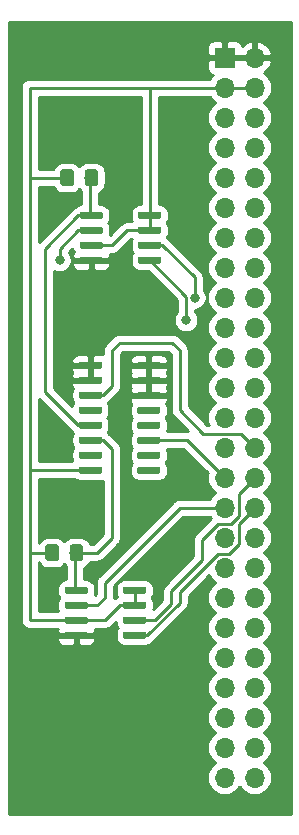
<source format=gbr>
G04 #@! TF.GenerationSoftware,KiCad,Pcbnew,(5.1.4)-1*
G04 #@! TF.CreationDate,2020-08-30T01:02:20+01:00*
G04 #@! TF.ProjectId,KiCadTest,4b694361-6454-4657-9374-2e6b69636164,rev?*
G04 #@! TF.SameCoordinates,Original*
G04 #@! TF.FileFunction,Copper,L1,Top*
G04 #@! TF.FilePolarity,Positive*
%FSLAX46Y46*%
G04 Gerber Fmt 4.6, Leading zero omitted, Abs format (unit mm)*
G04 Created by KiCad (PCBNEW (5.1.4)-1) date 2020-08-30 01:02:20*
%MOMM*%
%LPD*%
G04 APERTURE LIST*
%ADD10C,0.100000*%
%ADD11C,0.600000*%
%ADD12C,1.150000*%
%ADD13O,1.700000X1.700000*%
%ADD14R,1.700000X1.700000*%
%ADD15C,0.800000*%
%ADD16C,0.250000*%
%ADD17C,0.254000*%
G04 APERTURE END LIST*
D10*
G36*
X151969703Y-124795722D02*
G01*
X151984264Y-124797882D01*
X151998543Y-124801459D01*
X152012403Y-124806418D01*
X152025710Y-124812712D01*
X152038336Y-124820280D01*
X152050159Y-124829048D01*
X152061066Y-124838934D01*
X152070952Y-124849841D01*
X152079720Y-124861664D01*
X152087288Y-124874290D01*
X152093582Y-124887597D01*
X152098541Y-124901457D01*
X152102118Y-124915736D01*
X152104278Y-124930297D01*
X152105000Y-124945000D01*
X152105000Y-125245000D01*
X152104278Y-125259703D01*
X152102118Y-125274264D01*
X152098541Y-125288543D01*
X152093582Y-125302403D01*
X152087288Y-125315710D01*
X152079720Y-125328336D01*
X152070952Y-125340159D01*
X152061066Y-125351066D01*
X152050159Y-125360952D01*
X152038336Y-125369720D01*
X152025710Y-125377288D01*
X152012403Y-125383582D01*
X151998543Y-125388541D01*
X151984264Y-125392118D01*
X151969703Y-125394278D01*
X151955000Y-125395000D01*
X150305000Y-125395000D01*
X150290297Y-125394278D01*
X150275736Y-125392118D01*
X150261457Y-125388541D01*
X150247597Y-125383582D01*
X150234290Y-125377288D01*
X150221664Y-125369720D01*
X150209841Y-125360952D01*
X150198934Y-125351066D01*
X150189048Y-125340159D01*
X150180280Y-125328336D01*
X150172712Y-125315710D01*
X150166418Y-125302403D01*
X150161459Y-125288543D01*
X150157882Y-125274264D01*
X150155722Y-125259703D01*
X150155000Y-125245000D01*
X150155000Y-124945000D01*
X150155722Y-124930297D01*
X150157882Y-124915736D01*
X150161459Y-124901457D01*
X150166418Y-124887597D01*
X150172712Y-124874290D01*
X150180280Y-124861664D01*
X150189048Y-124849841D01*
X150198934Y-124838934D01*
X150209841Y-124829048D01*
X150221664Y-124820280D01*
X150234290Y-124812712D01*
X150247597Y-124806418D01*
X150261457Y-124801459D01*
X150275736Y-124797882D01*
X150290297Y-124795722D01*
X150305000Y-124795000D01*
X151955000Y-124795000D01*
X151969703Y-124795722D01*
X151969703Y-124795722D01*
G37*
D11*
X151130000Y-125095000D03*
D10*
G36*
X151969703Y-126065722D02*
G01*
X151984264Y-126067882D01*
X151998543Y-126071459D01*
X152012403Y-126076418D01*
X152025710Y-126082712D01*
X152038336Y-126090280D01*
X152050159Y-126099048D01*
X152061066Y-126108934D01*
X152070952Y-126119841D01*
X152079720Y-126131664D01*
X152087288Y-126144290D01*
X152093582Y-126157597D01*
X152098541Y-126171457D01*
X152102118Y-126185736D01*
X152104278Y-126200297D01*
X152105000Y-126215000D01*
X152105000Y-126515000D01*
X152104278Y-126529703D01*
X152102118Y-126544264D01*
X152098541Y-126558543D01*
X152093582Y-126572403D01*
X152087288Y-126585710D01*
X152079720Y-126598336D01*
X152070952Y-126610159D01*
X152061066Y-126621066D01*
X152050159Y-126630952D01*
X152038336Y-126639720D01*
X152025710Y-126647288D01*
X152012403Y-126653582D01*
X151998543Y-126658541D01*
X151984264Y-126662118D01*
X151969703Y-126664278D01*
X151955000Y-126665000D01*
X150305000Y-126665000D01*
X150290297Y-126664278D01*
X150275736Y-126662118D01*
X150261457Y-126658541D01*
X150247597Y-126653582D01*
X150234290Y-126647288D01*
X150221664Y-126639720D01*
X150209841Y-126630952D01*
X150198934Y-126621066D01*
X150189048Y-126610159D01*
X150180280Y-126598336D01*
X150172712Y-126585710D01*
X150166418Y-126572403D01*
X150161459Y-126558543D01*
X150157882Y-126544264D01*
X150155722Y-126529703D01*
X150155000Y-126515000D01*
X150155000Y-126215000D01*
X150155722Y-126200297D01*
X150157882Y-126185736D01*
X150161459Y-126171457D01*
X150166418Y-126157597D01*
X150172712Y-126144290D01*
X150180280Y-126131664D01*
X150189048Y-126119841D01*
X150198934Y-126108934D01*
X150209841Y-126099048D01*
X150221664Y-126090280D01*
X150234290Y-126082712D01*
X150247597Y-126076418D01*
X150261457Y-126071459D01*
X150275736Y-126067882D01*
X150290297Y-126065722D01*
X150305000Y-126065000D01*
X151955000Y-126065000D01*
X151969703Y-126065722D01*
X151969703Y-126065722D01*
G37*
D11*
X151130000Y-126365000D03*
D10*
G36*
X151969703Y-127335722D02*
G01*
X151984264Y-127337882D01*
X151998543Y-127341459D01*
X152012403Y-127346418D01*
X152025710Y-127352712D01*
X152038336Y-127360280D01*
X152050159Y-127369048D01*
X152061066Y-127378934D01*
X152070952Y-127389841D01*
X152079720Y-127401664D01*
X152087288Y-127414290D01*
X152093582Y-127427597D01*
X152098541Y-127441457D01*
X152102118Y-127455736D01*
X152104278Y-127470297D01*
X152105000Y-127485000D01*
X152105000Y-127785000D01*
X152104278Y-127799703D01*
X152102118Y-127814264D01*
X152098541Y-127828543D01*
X152093582Y-127842403D01*
X152087288Y-127855710D01*
X152079720Y-127868336D01*
X152070952Y-127880159D01*
X152061066Y-127891066D01*
X152050159Y-127900952D01*
X152038336Y-127909720D01*
X152025710Y-127917288D01*
X152012403Y-127923582D01*
X151998543Y-127928541D01*
X151984264Y-127932118D01*
X151969703Y-127934278D01*
X151955000Y-127935000D01*
X150305000Y-127935000D01*
X150290297Y-127934278D01*
X150275736Y-127932118D01*
X150261457Y-127928541D01*
X150247597Y-127923582D01*
X150234290Y-127917288D01*
X150221664Y-127909720D01*
X150209841Y-127900952D01*
X150198934Y-127891066D01*
X150189048Y-127880159D01*
X150180280Y-127868336D01*
X150172712Y-127855710D01*
X150166418Y-127842403D01*
X150161459Y-127828543D01*
X150157882Y-127814264D01*
X150155722Y-127799703D01*
X150155000Y-127785000D01*
X150155000Y-127485000D01*
X150155722Y-127470297D01*
X150157882Y-127455736D01*
X150161459Y-127441457D01*
X150166418Y-127427597D01*
X150172712Y-127414290D01*
X150180280Y-127401664D01*
X150189048Y-127389841D01*
X150198934Y-127378934D01*
X150209841Y-127369048D01*
X150221664Y-127360280D01*
X150234290Y-127352712D01*
X150247597Y-127346418D01*
X150261457Y-127341459D01*
X150275736Y-127337882D01*
X150290297Y-127335722D01*
X150305000Y-127335000D01*
X151955000Y-127335000D01*
X151969703Y-127335722D01*
X151969703Y-127335722D01*
G37*
D11*
X151130000Y-127635000D03*
D10*
G36*
X151969703Y-128605722D02*
G01*
X151984264Y-128607882D01*
X151998543Y-128611459D01*
X152012403Y-128616418D01*
X152025710Y-128622712D01*
X152038336Y-128630280D01*
X152050159Y-128639048D01*
X152061066Y-128648934D01*
X152070952Y-128659841D01*
X152079720Y-128671664D01*
X152087288Y-128684290D01*
X152093582Y-128697597D01*
X152098541Y-128711457D01*
X152102118Y-128725736D01*
X152104278Y-128740297D01*
X152105000Y-128755000D01*
X152105000Y-129055000D01*
X152104278Y-129069703D01*
X152102118Y-129084264D01*
X152098541Y-129098543D01*
X152093582Y-129112403D01*
X152087288Y-129125710D01*
X152079720Y-129138336D01*
X152070952Y-129150159D01*
X152061066Y-129161066D01*
X152050159Y-129170952D01*
X152038336Y-129179720D01*
X152025710Y-129187288D01*
X152012403Y-129193582D01*
X151998543Y-129198541D01*
X151984264Y-129202118D01*
X151969703Y-129204278D01*
X151955000Y-129205000D01*
X150305000Y-129205000D01*
X150290297Y-129204278D01*
X150275736Y-129202118D01*
X150261457Y-129198541D01*
X150247597Y-129193582D01*
X150234290Y-129187288D01*
X150221664Y-129179720D01*
X150209841Y-129170952D01*
X150198934Y-129161066D01*
X150189048Y-129150159D01*
X150180280Y-129138336D01*
X150172712Y-129125710D01*
X150166418Y-129112403D01*
X150161459Y-129098543D01*
X150157882Y-129084264D01*
X150155722Y-129069703D01*
X150155000Y-129055000D01*
X150155000Y-128755000D01*
X150155722Y-128740297D01*
X150157882Y-128725736D01*
X150161459Y-128711457D01*
X150166418Y-128697597D01*
X150172712Y-128684290D01*
X150180280Y-128671664D01*
X150189048Y-128659841D01*
X150198934Y-128648934D01*
X150209841Y-128639048D01*
X150221664Y-128630280D01*
X150234290Y-128622712D01*
X150247597Y-128616418D01*
X150261457Y-128611459D01*
X150275736Y-128607882D01*
X150290297Y-128605722D01*
X150305000Y-128605000D01*
X151955000Y-128605000D01*
X151969703Y-128605722D01*
X151969703Y-128605722D01*
G37*
D11*
X151130000Y-128905000D03*
D10*
G36*
X147019703Y-128605722D02*
G01*
X147034264Y-128607882D01*
X147048543Y-128611459D01*
X147062403Y-128616418D01*
X147075710Y-128622712D01*
X147088336Y-128630280D01*
X147100159Y-128639048D01*
X147111066Y-128648934D01*
X147120952Y-128659841D01*
X147129720Y-128671664D01*
X147137288Y-128684290D01*
X147143582Y-128697597D01*
X147148541Y-128711457D01*
X147152118Y-128725736D01*
X147154278Y-128740297D01*
X147155000Y-128755000D01*
X147155000Y-129055000D01*
X147154278Y-129069703D01*
X147152118Y-129084264D01*
X147148541Y-129098543D01*
X147143582Y-129112403D01*
X147137288Y-129125710D01*
X147129720Y-129138336D01*
X147120952Y-129150159D01*
X147111066Y-129161066D01*
X147100159Y-129170952D01*
X147088336Y-129179720D01*
X147075710Y-129187288D01*
X147062403Y-129193582D01*
X147048543Y-129198541D01*
X147034264Y-129202118D01*
X147019703Y-129204278D01*
X147005000Y-129205000D01*
X145355000Y-129205000D01*
X145340297Y-129204278D01*
X145325736Y-129202118D01*
X145311457Y-129198541D01*
X145297597Y-129193582D01*
X145284290Y-129187288D01*
X145271664Y-129179720D01*
X145259841Y-129170952D01*
X145248934Y-129161066D01*
X145239048Y-129150159D01*
X145230280Y-129138336D01*
X145222712Y-129125710D01*
X145216418Y-129112403D01*
X145211459Y-129098543D01*
X145207882Y-129084264D01*
X145205722Y-129069703D01*
X145205000Y-129055000D01*
X145205000Y-128755000D01*
X145205722Y-128740297D01*
X145207882Y-128725736D01*
X145211459Y-128711457D01*
X145216418Y-128697597D01*
X145222712Y-128684290D01*
X145230280Y-128671664D01*
X145239048Y-128659841D01*
X145248934Y-128648934D01*
X145259841Y-128639048D01*
X145271664Y-128630280D01*
X145284290Y-128622712D01*
X145297597Y-128616418D01*
X145311457Y-128611459D01*
X145325736Y-128607882D01*
X145340297Y-128605722D01*
X145355000Y-128605000D01*
X147005000Y-128605000D01*
X147019703Y-128605722D01*
X147019703Y-128605722D01*
G37*
D11*
X146180000Y-128905000D03*
D10*
G36*
X147019703Y-127335722D02*
G01*
X147034264Y-127337882D01*
X147048543Y-127341459D01*
X147062403Y-127346418D01*
X147075710Y-127352712D01*
X147088336Y-127360280D01*
X147100159Y-127369048D01*
X147111066Y-127378934D01*
X147120952Y-127389841D01*
X147129720Y-127401664D01*
X147137288Y-127414290D01*
X147143582Y-127427597D01*
X147148541Y-127441457D01*
X147152118Y-127455736D01*
X147154278Y-127470297D01*
X147155000Y-127485000D01*
X147155000Y-127785000D01*
X147154278Y-127799703D01*
X147152118Y-127814264D01*
X147148541Y-127828543D01*
X147143582Y-127842403D01*
X147137288Y-127855710D01*
X147129720Y-127868336D01*
X147120952Y-127880159D01*
X147111066Y-127891066D01*
X147100159Y-127900952D01*
X147088336Y-127909720D01*
X147075710Y-127917288D01*
X147062403Y-127923582D01*
X147048543Y-127928541D01*
X147034264Y-127932118D01*
X147019703Y-127934278D01*
X147005000Y-127935000D01*
X145355000Y-127935000D01*
X145340297Y-127934278D01*
X145325736Y-127932118D01*
X145311457Y-127928541D01*
X145297597Y-127923582D01*
X145284290Y-127917288D01*
X145271664Y-127909720D01*
X145259841Y-127900952D01*
X145248934Y-127891066D01*
X145239048Y-127880159D01*
X145230280Y-127868336D01*
X145222712Y-127855710D01*
X145216418Y-127842403D01*
X145211459Y-127828543D01*
X145207882Y-127814264D01*
X145205722Y-127799703D01*
X145205000Y-127785000D01*
X145205000Y-127485000D01*
X145205722Y-127470297D01*
X145207882Y-127455736D01*
X145211459Y-127441457D01*
X145216418Y-127427597D01*
X145222712Y-127414290D01*
X145230280Y-127401664D01*
X145239048Y-127389841D01*
X145248934Y-127378934D01*
X145259841Y-127369048D01*
X145271664Y-127360280D01*
X145284290Y-127352712D01*
X145297597Y-127346418D01*
X145311457Y-127341459D01*
X145325736Y-127337882D01*
X145340297Y-127335722D01*
X145355000Y-127335000D01*
X147005000Y-127335000D01*
X147019703Y-127335722D01*
X147019703Y-127335722D01*
G37*
D11*
X146180000Y-127635000D03*
D10*
G36*
X147019703Y-126065722D02*
G01*
X147034264Y-126067882D01*
X147048543Y-126071459D01*
X147062403Y-126076418D01*
X147075710Y-126082712D01*
X147088336Y-126090280D01*
X147100159Y-126099048D01*
X147111066Y-126108934D01*
X147120952Y-126119841D01*
X147129720Y-126131664D01*
X147137288Y-126144290D01*
X147143582Y-126157597D01*
X147148541Y-126171457D01*
X147152118Y-126185736D01*
X147154278Y-126200297D01*
X147155000Y-126215000D01*
X147155000Y-126515000D01*
X147154278Y-126529703D01*
X147152118Y-126544264D01*
X147148541Y-126558543D01*
X147143582Y-126572403D01*
X147137288Y-126585710D01*
X147129720Y-126598336D01*
X147120952Y-126610159D01*
X147111066Y-126621066D01*
X147100159Y-126630952D01*
X147088336Y-126639720D01*
X147075710Y-126647288D01*
X147062403Y-126653582D01*
X147048543Y-126658541D01*
X147034264Y-126662118D01*
X147019703Y-126664278D01*
X147005000Y-126665000D01*
X145355000Y-126665000D01*
X145340297Y-126664278D01*
X145325736Y-126662118D01*
X145311457Y-126658541D01*
X145297597Y-126653582D01*
X145284290Y-126647288D01*
X145271664Y-126639720D01*
X145259841Y-126630952D01*
X145248934Y-126621066D01*
X145239048Y-126610159D01*
X145230280Y-126598336D01*
X145222712Y-126585710D01*
X145216418Y-126572403D01*
X145211459Y-126558543D01*
X145207882Y-126544264D01*
X145205722Y-126529703D01*
X145205000Y-126515000D01*
X145205000Y-126215000D01*
X145205722Y-126200297D01*
X145207882Y-126185736D01*
X145211459Y-126171457D01*
X145216418Y-126157597D01*
X145222712Y-126144290D01*
X145230280Y-126131664D01*
X145239048Y-126119841D01*
X145248934Y-126108934D01*
X145259841Y-126099048D01*
X145271664Y-126090280D01*
X145284290Y-126082712D01*
X145297597Y-126076418D01*
X145311457Y-126071459D01*
X145325736Y-126067882D01*
X145340297Y-126065722D01*
X145355000Y-126065000D01*
X147005000Y-126065000D01*
X147019703Y-126065722D01*
X147019703Y-126065722D01*
G37*
D11*
X146180000Y-126365000D03*
D10*
G36*
X147019703Y-124795722D02*
G01*
X147034264Y-124797882D01*
X147048543Y-124801459D01*
X147062403Y-124806418D01*
X147075710Y-124812712D01*
X147088336Y-124820280D01*
X147100159Y-124829048D01*
X147111066Y-124838934D01*
X147120952Y-124849841D01*
X147129720Y-124861664D01*
X147137288Y-124874290D01*
X147143582Y-124887597D01*
X147148541Y-124901457D01*
X147152118Y-124915736D01*
X147154278Y-124930297D01*
X147155000Y-124945000D01*
X147155000Y-125245000D01*
X147154278Y-125259703D01*
X147152118Y-125274264D01*
X147148541Y-125288543D01*
X147143582Y-125302403D01*
X147137288Y-125315710D01*
X147129720Y-125328336D01*
X147120952Y-125340159D01*
X147111066Y-125351066D01*
X147100159Y-125360952D01*
X147088336Y-125369720D01*
X147075710Y-125377288D01*
X147062403Y-125383582D01*
X147048543Y-125388541D01*
X147034264Y-125392118D01*
X147019703Y-125394278D01*
X147005000Y-125395000D01*
X145355000Y-125395000D01*
X145340297Y-125394278D01*
X145325736Y-125392118D01*
X145311457Y-125388541D01*
X145297597Y-125383582D01*
X145284290Y-125377288D01*
X145271664Y-125369720D01*
X145259841Y-125360952D01*
X145248934Y-125351066D01*
X145239048Y-125340159D01*
X145230280Y-125328336D01*
X145222712Y-125315710D01*
X145216418Y-125302403D01*
X145211459Y-125288543D01*
X145207882Y-125274264D01*
X145205722Y-125259703D01*
X145205000Y-125245000D01*
X145205000Y-124945000D01*
X145205722Y-124930297D01*
X145207882Y-124915736D01*
X145211459Y-124901457D01*
X145216418Y-124887597D01*
X145222712Y-124874290D01*
X145230280Y-124861664D01*
X145239048Y-124849841D01*
X145248934Y-124838934D01*
X145259841Y-124829048D01*
X145271664Y-124820280D01*
X145284290Y-124812712D01*
X145297597Y-124806418D01*
X145311457Y-124801459D01*
X145325736Y-124797882D01*
X145340297Y-124795722D01*
X145355000Y-124795000D01*
X147005000Y-124795000D01*
X147019703Y-124795722D01*
X147019703Y-124795722D01*
G37*
D11*
X146180000Y-125095000D03*
D10*
G36*
X148224703Y-114635722D02*
G01*
X148239264Y-114637882D01*
X148253543Y-114641459D01*
X148267403Y-114646418D01*
X148280710Y-114652712D01*
X148293336Y-114660280D01*
X148305159Y-114669048D01*
X148316066Y-114678934D01*
X148325952Y-114689841D01*
X148334720Y-114701664D01*
X148342288Y-114714290D01*
X148348582Y-114727597D01*
X148353541Y-114741457D01*
X148357118Y-114755736D01*
X148359278Y-114770297D01*
X148360000Y-114785000D01*
X148360000Y-115085000D01*
X148359278Y-115099703D01*
X148357118Y-115114264D01*
X148353541Y-115128543D01*
X148348582Y-115142403D01*
X148342288Y-115155710D01*
X148334720Y-115168336D01*
X148325952Y-115180159D01*
X148316066Y-115191066D01*
X148305159Y-115200952D01*
X148293336Y-115209720D01*
X148280710Y-115217288D01*
X148267403Y-115223582D01*
X148253543Y-115228541D01*
X148239264Y-115232118D01*
X148224703Y-115234278D01*
X148210000Y-115235000D01*
X146560000Y-115235000D01*
X146545297Y-115234278D01*
X146530736Y-115232118D01*
X146516457Y-115228541D01*
X146502597Y-115223582D01*
X146489290Y-115217288D01*
X146476664Y-115209720D01*
X146464841Y-115200952D01*
X146453934Y-115191066D01*
X146444048Y-115180159D01*
X146435280Y-115168336D01*
X146427712Y-115155710D01*
X146421418Y-115142403D01*
X146416459Y-115128543D01*
X146412882Y-115114264D01*
X146410722Y-115099703D01*
X146410000Y-115085000D01*
X146410000Y-114785000D01*
X146410722Y-114770297D01*
X146412882Y-114755736D01*
X146416459Y-114741457D01*
X146421418Y-114727597D01*
X146427712Y-114714290D01*
X146435280Y-114701664D01*
X146444048Y-114689841D01*
X146453934Y-114678934D01*
X146464841Y-114669048D01*
X146476664Y-114660280D01*
X146489290Y-114652712D01*
X146502597Y-114646418D01*
X146516457Y-114641459D01*
X146530736Y-114637882D01*
X146545297Y-114635722D01*
X146560000Y-114635000D01*
X148210000Y-114635000D01*
X148224703Y-114635722D01*
X148224703Y-114635722D01*
G37*
D11*
X147385000Y-114935000D03*
D10*
G36*
X148224703Y-113365722D02*
G01*
X148239264Y-113367882D01*
X148253543Y-113371459D01*
X148267403Y-113376418D01*
X148280710Y-113382712D01*
X148293336Y-113390280D01*
X148305159Y-113399048D01*
X148316066Y-113408934D01*
X148325952Y-113419841D01*
X148334720Y-113431664D01*
X148342288Y-113444290D01*
X148348582Y-113457597D01*
X148353541Y-113471457D01*
X148357118Y-113485736D01*
X148359278Y-113500297D01*
X148360000Y-113515000D01*
X148360000Y-113815000D01*
X148359278Y-113829703D01*
X148357118Y-113844264D01*
X148353541Y-113858543D01*
X148348582Y-113872403D01*
X148342288Y-113885710D01*
X148334720Y-113898336D01*
X148325952Y-113910159D01*
X148316066Y-113921066D01*
X148305159Y-113930952D01*
X148293336Y-113939720D01*
X148280710Y-113947288D01*
X148267403Y-113953582D01*
X148253543Y-113958541D01*
X148239264Y-113962118D01*
X148224703Y-113964278D01*
X148210000Y-113965000D01*
X146560000Y-113965000D01*
X146545297Y-113964278D01*
X146530736Y-113962118D01*
X146516457Y-113958541D01*
X146502597Y-113953582D01*
X146489290Y-113947288D01*
X146476664Y-113939720D01*
X146464841Y-113930952D01*
X146453934Y-113921066D01*
X146444048Y-113910159D01*
X146435280Y-113898336D01*
X146427712Y-113885710D01*
X146421418Y-113872403D01*
X146416459Y-113858543D01*
X146412882Y-113844264D01*
X146410722Y-113829703D01*
X146410000Y-113815000D01*
X146410000Y-113515000D01*
X146410722Y-113500297D01*
X146412882Y-113485736D01*
X146416459Y-113471457D01*
X146421418Y-113457597D01*
X146427712Y-113444290D01*
X146435280Y-113431664D01*
X146444048Y-113419841D01*
X146453934Y-113408934D01*
X146464841Y-113399048D01*
X146476664Y-113390280D01*
X146489290Y-113382712D01*
X146502597Y-113376418D01*
X146516457Y-113371459D01*
X146530736Y-113367882D01*
X146545297Y-113365722D01*
X146560000Y-113365000D01*
X148210000Y-113365000D01*
X148224703Y-113365722D01*
X148224703Y-113365722D01*
G37*
D11*
X147385000Y-113665000D03*
D10*
G36*
X148224703Y-112095722D02*
G01*
X148239264Y-112097882D01*
X148253543Y-112101459D01*
X148267403Y-112106418D01*
X148280710Y-112112712D01*
X148293336Y-112120280D01*
X148305159Y-112129048D01*
X148316066Y-112138934D01*
X148325952Y-112149841D01*
X148334720Y-112161664D01*
X148342288Y-112174290D01*
X148348582Y-112187597D01*
X148353541Y-112201457D01*
X148357118Y-112215736D01*
X148359278Y-112230297D01*
X148360000Y-112245000D01*
X148360000Y-112545000D01*
X148359278Y-112559703D01*
X148357118Y-112574264D01*
X148353541Y-112588543D01*
X148348582Y-112602403D01*
X148342288Y-112615710D01*
X148334720Y-112628336D01*
X148325952Y-112640159D01*
X148316066Y-112651066D01*
X148305159Y-112660952D01*
X148293336Y-112669720D01*
X148280710Y-112677288D01*
X148267403Y-112683582D01*
X148253543Y-112688541D01*
X148239264Y-112692118D01*
X148224703Y-112694278D01*
X148210000Y-112695000D01*
X146560000Y-112695000D01*
X146545297Y-112694278D01*
X146530736Y-112692118D01*
X146516457Y-112688541D01*
X146502597Y-112683582D01*
X146489290Y-112677288D01*
X146476664Y-112669720D01*
X146464841Y-112660952D01*
X146453934Y-112651066D01*
X146444048Y-112640159D01*
X146435280Y-112628336D01*
X146427712Y-112615710D01*
X146421418Y-112602403D01*
X146416459Y-112588543D01*
X146412882Y-112574264D01*
X146410722Y-112559703D01*
X146410000Y-112545000D01*
X146410000Y-112245000D01*
X146410722Y-112230297D01*
X146412882Y-112215736D01*
X146416459Y-112201457D01*
X146421418Y-112187597D01*
X146427712Y-112174290D01*
X146435280Y-112161664D01*
X146444048Y-112149841D01*
X146453934Y-112138934D01*
X146464841Y-112129048D01*
X146476664Y-112120280D01*
X146489290Y-112112712D01*
X146502597Y-112106418D01*
X146516457Y-112101459D01*
X146530736Y-112097882D01*
X146545297Y-112095722D01*
X146560000Y-112095000D01*
X148210000Y-112095000D01*
X148224703Y-112095722D01*
X148224703Y-112095722D01*
G37*
D11*
X147385000Y-112395000D03*
D10*
G36*
X148224703Y-110825722D02*
G01*
X148239264Y-110827882D01*
X148253543Y-110831459D01*
X148267403Y-110836418D01*
X148280710Y-110842712D01*
X148293336Y-110850280D01*
X148305159Y-110859048D01*
X148316066Y-110868934D01*
X148325952Y-110879841D01*
X148334720Y-110891664D01*
X148342288Y-110904290D01*
X148348582Y-110917597D01*
X148353541Y-110931457D01*
X148357118Y-110945736D01*
X148359278Y-110960297D01*
X148360000Y-110975000D01*
X148360000Y-111275000D01*
X148359278Y-111289703D01*
X148357118Y-111304264D01*
X148353541Y-111318543D01*
X148348582Y-111332403D01*
X148342288Y-111345710D01*
X148334720Y-111358336D01*
X148325952Y-111370159D01*
X148316066Y-111381066D01*
X148305159Y-111390952D01*
X148293336Y-111399720D01*
X148280710Y-111407288D01*
X148267403Y-111413582D01*
X148253543Y-111418541D01*
X148239264Y-111422118D01*
X148224703Y-111424278D01*
X148210000Y-111425000D01*
X146560000Y-111425000D01*
X146545297Y-111424278D01*
X146530736Y-111422118D01*
X146516457Y-111418541D01*
X146502597Y-111413582D01*
X146489290Y-111407288D01*
X146476664Y-111399720D01*
X146464841Y-111390952D01*
X146453934Y-111381066D01*
X146444048Y-111370159D01*
X146435280Y-111358336D01*
X146427712Y-111345710D01*
X146421418Y-111332403D01*
X146416459Y-111318543D01*
X146412882Y-111304264D01*
X146410722Y-111289703D01*
X146410000Y-111275000D01*
X146410000Y-110975000D01*
X146410722Y-110960297D01*
X146412882Y-110945736D01*
X146416459Y-110931457D01*
X146421418Y-110917597D01*
X146427712Y-110904290D01*
X146435280Y-110891664D01*
X146444048Y-110879841D01*
X146453934Y-110868934D01*
X146464841Y-110859048D01*
X146476664Y-110850280D01*
X146489290Y-110842712D01*
X146502597Y-110836418D01*
X146516457Y-110831459D01*
X146530736Y-110827882D01*
X146545297Y-110825722D01*
X146560000Y-110825000D01*
X148210000Y-110825000D01*
X148224703Y-110825722D01*
X148224703Y-110825722D01*
G37*
D11*
X147385000Y-111125000D03*
D10*
G36*
X148224703Y-109555722D02*
G01*
X148239264Y-109557882D01*
X148253543Y-109561459D01*
X148267403Y-109566418D01*
X148280710Y-109572712D01*
X148293336Y-109580280D01*
X148305159Y-109589048D01*
X148316066Y-109598934D01*
X148325952Y-109609841D01*
X148334720Y-109621664D01*
X148342288Y-109634290D01*
X148348582Y-109647597D01*
X148353541Y-109661457D01*
X148357118Y-109675736D01*
X148359278Y-109690297D01*
X148360000Y-109705000D01*
X148360000Y-110005000D01*
X148359278Y-110019703D01*
X148357118Y-110034264D01*
X148353541Y-110048543D01*
X148348582Y-110062403D01*
X148342288Y-110075710D01*
X148334720Y-110088336D01*
X148325952Y-110100159D01*
X148316066Y-110111066D01*
X148305159Y-110120952D01*
X148293336Y-110129720D01*
X148280710Y-110137288D01*
X148267403Y-110143582D01*
X148253543Y-110148541D01*
X148239264Y-110152118D01*
X148224703Y-110154278D01*
X148210000Y-110155000D01*
X146560000Y-110155000D01*
X146545297Y-110154278D01*
X146530736Y-110152118D01*
X146516457Y-110148541D01*
X146502597Y-110143582D01*
X146489290Y-110137288D01*
X146476664Y-110129720D01*
X146464841Y-110120952D01*
X146453934Y-110111066D01*
X146444048Y-110100159D01*
X146435280Y-110088336D01*
X146427712Y-110075710D01*
X146421418Y-110062403D01*
X146416459Y-110048543D01*
X146412882Y-110034264D01*
X146410722Y-110019703D01*
X146410000Y-110005000D01*
X146410000Y-109705000D01*
X146410722Y-109690297D01*
X146412882Y-109675736D01*
X146416459Y-109661457D01*
X146421418Y-109647597D01*
X146427712Y-109634290D01*
X146435280Y-109621664D01*
X146444048Y-109609841D01*
X146453934Y-109598934D01*
X146464841Y-109589048D01*
X146476664Y-109580280D01*
X146489290Y-109572712D01*
X146502597Y-109566418D01*
X146516457Y-109561459D01*
X146530736Y-109557882D01*
X146545297Y-109555722D01*
X146560000Y-109555000D01*
X148210000Y-109555000D01*
X148224703Y-109555722D01*
X148224703Y-109555722D01*
G37*
D11*
X147385000Y-109855000D03*
D10*
G36*
X148224703Y-108285722D02*
G01*
X148239264Y-108287882D01*
X148253543Y-108291459D01*
X148267403Y-108296418D01*
X148280710Y-108302712D01*
X148293336Y-108310280D01*
X148305159Y-108319048D01*
X148316066Y-108328934D01*
X148325952Y-108339841D01*
X148334720Y-108351664D01*
X148342288Y-108364290D01*
X148348582Y-108377597D01*
X148353541Y-108391457D01*
X148357118Y-108405736D01*
X148359278Y-108420297D01*
X148360000Y-108435000D01*
X148360000Y-108735000D01*
X148359278Y-108749703D01*
X148357118Y-108764264D01*
X148353541Y-108778543D01*
X148348582Y-108792403D01*
X148342288Y-108805710D01*
X148334720Y-108818336D01*
X148325952Y-108830159D01*
X148316066Y-108841066D01*
X148305159Y-108850952D01*
X148293336Y-108859720D01*
X148280710Y-108867288D01*
X148267403Y-108873582D01*
X148253543Y-108878541D01*
X148239264Y-108882118D01*
X148224703Y-108884278D01*
X148210000Y-108885000D01*
X146560000Y-108885000D01*
X146545297Y-108884278D01*
X146530736Y-108882118D01*
X146516457Y-108878541D01*
X146502597Y-108873582D01*
X146489290Y-108867288D01*
X146476664Y-108859720D01*
X146464841Y-108850952D01*
X146453934Y-108841066D01*
X146444048Y-108830159D01*
X146435280Y-108818336D01*
X146427712Y-108805710D01*
X146421418Y-108792403D01*
X146416459Y-108778543D01*
X146412882Y-108764264D01*
X146410722Y-108749703D01*
X146410000Y-108735000D01*
X146410000Y-108435000D01*
X146410722Y-108420297D01*
X146412882Y-108405736D01*
X146416459Y-108391457D01*
X146421418Y-108377597D01*
X146427712Y-108364290D01*
X146435280Y-108351664D01*
X146444048Y-108339841D01*
X146453934Y-108328934D01*
X146464841Y-108319048D01*
X146476664Y-108310280D01*
X146489290Y-108302712D01*
X146502597Y-108296418D01*
X146516457Y-108291459D01*
X146530736Y-108287882D01*
X146545297Y-108285722D01*
X146560000Y-108285000D01*
X148210000Y-108285000D01*
X148224703Y-108285722D01*
X148224703Y-108285722D01*
G37*
D11*
X147385000Y-108585000D03*
D10*
G36*
X148224703Y-107015722D02*
G01*
X148239264Y-107017882D01*
X148253543Y-107021459D01*
X148267403Y-107026418D01*
X148280710Y-107032712D01*
X148293336Y-107040280D01*
X148305159Y-107049048D01*
X148316066Y-107058934D01*
X148325952Y-107069841D01*
X148334720Y-107081664D01*
X148342288Y-107094290D01*
X148348582Y-107107597D01*
X148353541Y-107121457D01*
X148357118Y-107135736D01*
X148359278Y-107150297D01*
X148360000Y-107165000D01*
X148360000Y-107465000D01*
X148359278Y-107479703D01*
X148357118Y-107494264D01*
X148353541Y-107508543D01*
X148348582Y-107522403D01*
X148342288Y-107535710D01*
X148334720Y-107548336D01*
X148325952Y-107560159D01*
X148316066Y-107571066D01*
X148305159Y-107580952D01*
X148293336Y-107589720D01*
X148280710Y-107597288D01*
X148267403Y-107603582D01*
X148253543Y-107608541D01*
X148239264Y-107612118D01*
X148224703Y-107614278D01*
X148210000Y-107615000D01*
X146560000Y-107615000D01*
X146545297Y-107614278D01*
X146530736Y-107612118D01*
X146516457Y-107608541D01*
X146502597Y-107603582D01*
X146489290Y-107597288D01*
X146476664Y-107589720D01*
X146464841Y-107580952D01*
X146453934Y-107571066D01*
X146444048Y-107560159D01*
X146435280Y-107548336D01*
X146427712Y-107535710D01*
X146421418Y-107522403D01*
X146416459Y-107508543D01*
X146412882Y-107494264D01*
X146410722Y-107479703D01*
X146410000Y-107465000D01*
X146410000Y-107165000D01*
X146410722Y-107150297D01*
X146412882Y-107135736D01*
X146416459Y-107121457D01*
X146421418Y-107107597D01*
X146427712Y-107094290D01*
X146435280Y-107081664D01*
X146444048Y-107069841D01*
X146453934Y-107058934D01*
X146464841Y-107049048D01*
X146476664Y-107040280D01*
X146489290Y-107032712D01*
X146502597Y-107026418D01*
X146516457Y-107021459D01*
X146530736Y-107017882D01*
X146545297Y-107015722D01*
X146560000Y-107015000D01*
X148210000Y-107015000D01*
X148224703Y-107015722D01*
X148224703Y-107015722D01*
G37*
D11*
X147385000Y-107315000D03*
D10*
G36*
X148224703Y-105745722D02*
G01*
X148239264Y-105747882D01*
X148253543Y-105751459D01*
X148267403Y-105756418D01*
X148280710Y-105762712D01*
X148293336Y-105770280D01*
X148305159Y-105779048D01*
X148316066Y-105788934D01*
X148325952Y-105799841D01*
X148334720Y-105811664D01*
X148342288Y-105824290D01*
X148348582Y-105837597D01*
X148353541Y-105851457D01*
X148357118Y-105865736D01*
X148359278Y-105880297D01*
X148360000Y-105895000D01*
X148360000Y-106195000D01*
X148359278Y-106209703D01*
X148357118Y-106224264D01*
X148353541Y-106238543D01*
X148348582Y-106252403D01*
X148342288Y-106265710D01*
X148334720Y-106278336D01*
X148325952Y-106290159D01*
X148316066Y-106301066D01*
X148305159Y-106310952D01*
X148293336Y-106319720D01*
X148280710Y-106327288D01*
X148267403Y-106333582D01*
X148253543Y-106338541D01*
X148239264Y-106342118D01*
X148224703Y-106344278D01*
X148210000Y-106345000D01*
X146560000Y-106345000D01*
X146545297Y-106344278D01*
X146530736Y-106342118D01*
X146516457Y-106338541D01*
X146502597Y-106333582D01*
X146489290Y-106327288D01*
X146476664Y-106319720D01*
X146464841Y-106310952D01*
X146453934Y-106301066D01*
X146444048Y-106290159D01*
X146435280Y-106278336D01*
X146427712Y-106265710D01*
X146421418Y-106252403D01*
X146416459Y-106238543D01*
X146412882Y-106224264D01*
X146410722Y-106209703D01*
X146410000Y-106195000D01*
X146410000Y-105895000D01*
X146410722Y-105880297D01*
X146412882Y-105865736D01*
X146416459Y-105851457D01*
X146421418Y-105837597D01*
X146427712Y-105824290D01*
X146435280Y-105811664D01*
X146444048Y-105799841D01*
X146453934Y-105788934D01*
X146464841Y-105779048D01*
X146476664Y-105770280D01*
X146489290Y-105762712D01*
X146502597Y-105756418D01*
X146516457Y-105751459D01*
X146530736Y-105747882D01*
X146545297Y-105745722D01*
X146560000Y-105745000D01*
X148210000Y-105745000D01*
X148224703Y-105745722D01*
X148224703Y-105745722D01*
G37*
D11*
X147385000Y-106045000D03*
D10*
G36*
X153174703Y-105745722D02*
G01*
X153189264Y-105747882D01*
X153203543Y-105751459D01*
X153217403Y-105756418D01*
X153230710Y-105762712D01*
X153243336Y-105770280D01*
X153255159Y-105779048D01*
X153266066Y-105788934D01*
X153275952Y-105799841D01*
X153284720Y-105811664D01*
X153292288Y-105824290D01*
X153298582Y-105837597D01*
X153303541Y-105851457D01*
X153307118Y-105865736D01*
X153309278Y-105880297D01*
X153310000Y-105895000D01*
X153310000Y-106195000D01*
X153309278Y-106209703D01*
X153307118Y-106224264D01*
X153303541Y-106238543D01*
X153298582Y-106252403D01*
X153292288Y-106265710D01*
X153284720Y-106278336D01*
X153275952Y-106290159D01*
X153266066Y-106301066D01*
X153255159Y-106310952D01*
X153243336Y-106319720D01*
X153230710Y-106327288D01*
X153217403Y-106333582D01*
X153203543Y-106338541D01*
X153189264Y-106342118D01*
X153174703Y-106344278D01*
X153160000Y-106345000D01*
X151510000Y-106345000D01*
X151495297Y-106344278D01*
X151480736Y-106342118D01*
X151466457Y-106338541D01*
X151452597Y-106333582D01*
X151439290Y-106327288D01*
X151426664Y-106319720D01*
X151414841Y-106310952D01*
X151403934Y-106301066D01*
X151394048Y-106290159D01*
X151385280Y-106278336D01*
X151377712Y-106265710D01*
X151371418Y-106252403D01*
X151366459Y-106238543D01*
X151362882Y-106224264D01*
X151360722Y-106209703D01*
X151360000Y-106195000D01*
X151360000Y-105895000D01*
X151360722Y-105880297D01*
X151362882Y-105865736D01*
X151366459Y-105851457D01*
X151371418Y-105837597D01*
X151377712Y-105824290D01*
X151385280Y-105811664D01*
X151394048Y-105799841D01*
X151403934Y-105788934D01*
X151414841Y-105779048D01*
X151426664Y-105770280D01*
X151439290Y-105762712D01*
X151452597Y-105756418D01*
X151466457Y-105751459D01*
X151480736Y-105747882D01*
X151495297Y-105745722D01*
X151510000Y-105745000D01*
X153160000Y-105745000D01*
X153174703Y-105745722D01*
X153174703Y-105745722D01*
G37*
D11*
X152335000Y-106045000D03*
D10*
G36*
X153174703Y-107015722D02*
G01*
X153189264Y-107017882D01*
X153203543Y-107021459D01*
X153217403Y-107026418D01*
X153230710Y-107032712D01*
X153243336Y-107040280D01*
X153255159Y-107049048D01*
X153266066Y-107058934D01*
X153275952Y-107069841D01*
X153284720Y-107081664D01*
X153292288Y-107094290D01*
X153298582Y-107107597D01*
X153303541Y-107121457D01*
X153307118Y-107135736D01*
X153309278Y-107150297D01*
X153310000Y-107165000D01*
X153310000Y-107465000D01*
X153309278Y-107479703D01*
X153307118Y-107494264D01*
X153303541Y-107508543D01*
X153298582Y-107522403D01*
X153292288Y-107535710D01*
X153284720Y-107548336D01*
X153275952Y-107560159D01*
X153266066Y-107571066D01*
X153255159Y-107580952D01*
X153243336Y-107589720D01*
X153230710Y-107597288D01*
X153217403Y-107603582D01*
X153203543Y-107608541D01*
X153189264Y-107612118D01*
X153174703Y-107614278D01*
X153160000Y-107615000D01*
X151510000Y-107615000D01*
X151495297Y-107614278D01*
X151480736Y-107612118D01*
X151466457Y-107608541D01*
X151452597Y-107603582D01*
X151439290Y-107597288D01*
X151426664Y-107589720D01*
X151414841Y-107580952D01*
X151403934Y-107571066D01*
X151394048Y-107560159D01*
X151385280Y-107548336D01*
X151377712Y-107535710D01*
X151371418Y-107522403D01*
X151366459Y-107508543D01*
X151362882Y-107494264D01*
X151360722Y-107479703D01*
X151360000Y-107465000D01*
X151360000Y-107165000D01*
X151360722Y-107150297D01*
X151362882Y-107135736D01*
X151366459Y-107121457D01*
X151371418Y-107107597D01*
X151377712Y-107094290D01*
X151385280Y-107081664D01*
X151394048Y-107069841D01*
X151403934Y-107058934D01*
X151414841Y-107049048D01*
X151426664Y-107040280D01*
X151439290Y-107032712D01*
X151452597Y-107026418D01*
X151466457Y-107021459D01*
X151480736Y-107017882D01*
X151495297Y-107015722D01*
X151510000Y-107015000D01*
X153160000Y-107015000D01*
X153174703Y-107015722D01*
X153174703Y-107015722D01*
G37*
D11*
X152335000Y-107315000D03*
D10*
G36*
X153174703Y-108285722D02*
G01*
X153189264Y-108287882D01*
X153203543Y-108291459D01*
X153217403Y-108296418D01*
X153230710Y-108302712D01*
X153243336Y-108310280D01*
X153255159Y-108319048D01*
X153266066Y-108328934D01*
X153275952Y-108339841D01*
X153284720Y-108351664D01*
X153292288Y-108364290D01*
X153298582Y-108377597D01*
X153303541Y-108391457D01*
X153307118Y-108405736D01*
X153309278Y-108420297D01*
X153310000Y-108435000D01*
X153310000Y-108735000D01*
X153309278Y-108749703D01*
X153307118Y-108764264D01*
X153303541Y-108778543D01*
X153298582Y-108792403D01*
X153292288Y-108805710D01*
X153284720Y-108818336D01*
X153275952Y-108830159D01*
X153266066Y-108841066D01*
X153255159Y-108850952D01*
X153243336Y-108859720D01*
X153230710Y-108867288D01*
X153217403Y-108873582D01*
X153203543Y-108878541D01*
X153189264Y-108882118D01*
X153174703Y-108884278D01*
X153160000Y-108885000D01*
X151510000Y-108885000D01*
X151495297Y-108884278D01*
X151480736Y-108882118D01*
X151466457Y-108878541D01*
X151452597Y-108873582D01*
X151439290Y-108867288D01*
X151426664Y-108859720D01*
X151414841Y-108850952D01*
X151403934Y-108841066D01*
X151394048Y-108830159D01*
X151385280Y-108818336D01*
X151377712Y-108805710D01*
X151371418Y-108792403D01*
X151366459Y-108778543D01*
X151362882Y-108764264D01*
X151360722Y-108749703D01*
X151360000Y-108735000D01*
X151360000Y-108435000D01*
X151360722Y-108420297D01*
X151362882Y-108405736D01*
X151366459Y-108391457D01*
X151371418Y-108377597D01*
X151377712Y-108364290D01*
X151385280Y-108351664D01*
X151394048Y-108339841D01*
X151403934Y-108328934D01*
X151414841Y-108319048D01*
X151426664Y-108310280D01*
X151439290Y-108302712D01*
X151452597Y-108296418D01*
X151466457Y-108291459D01*
X151480736Y-108287882D01*
X151495297Y-108285722D01*
X151510000Y-108285000D01*
X153160000Y-108285000D01*
X153174703Y-108285722D01*
X153174703Y-108285722D01*
G37*
D11*
X152335000Y-108585000D03*
D10*
G36*
X153174703Y-109555722D02*
G01*
X153189264Y-109557882D01*
X153203543Y-109561459D01*
X153217403Y-109566418D01*
X153230710Y-109572712D01*
X153243336Y-109580280D01*
X153255159Y-109589048D01*
X153266066Y-109598934D01*
X153275952Y-109609841D01*
X153284720Y-109621664D01*
X153292288Y-109634290D01*
X153298582Y-109647597D01*
X153303541Y-109661457D01*
X153307118Y-109675736D01*
X153309278Y-109690297D01*
X153310000Y-109705000D01*
X153310000Y-110005000D01*
X153309278Y-110019703D01*
X153307118Y-110034264D01*
X153303541Y-110048543D01*
X153298582Y-110062403D01*
X153292288Y-110075710D01*
X153284720Y-110088336D01*
X153275952Y-110100159D01*
X153266066Y-110111066D01*
X153255159Y-110120952D01*
X153243336Y-110129720D01*
X153230710Y-110137288D01*
X153217403Y-110143582D01*
X153203543Y-110148541D01*
X153189264Y-110152118D01*
X153174703Y-110154278D01*
X153160000Y-110155000D01*
X151510000Y-110155000D01*
X151495297Y-110154278D01*
X151480736Y-110152118D01*
X151466457Y-110148541D01*
X151452597Y-110143582D01*
X151439290Y-110137288D01*
X151426664Y-110129720D01*
X151414841Y-110120952D01*
X151403934Y-110111066D01*
X151394048Y-110100159D01*
X151385280Y-110088336D01*
X151377712Y-110075710D01*
X151371418Y-110062403D01*
X151366459Y-110048543D01*
X151362882Y-110034264D01*
X151360722Y-110019703D01*
X151360000Y-110005000D01*
X151360000Y-109705000D01*
X151360722Y-109690297D01*
X151362882Y-109675736D01*
X151366459Y-109661457D01*
X151371418Y-109647597D01*
X151377712Y-109634290D01*
X151385280Y-109621664D01*
X151394048Y-109609841D01*
X151403934Y-109598934D01*
X151414841Y-109589048D01*
X151426664Y-109580280D01*
X151439290Y-109572712D01*
X151452597Y-109566418D01*
X151466457Y-109561459D01*
X151480736Y-109557882D01*
X151495297Y-109555722D01*
X151510000Y-109555000D01*
X153160000Y-109555000D01*
X153174703Y-109555722D01*
X153174703Y-109555722D01*
G37*
D11*
X152335000Y-109855000D03*
D10*
G36*
X153174703Y-110825722D02*
G01*
X153189264Y-110827882D01*
X153203543Y-110831459D01*
X153217403Y-110836418D01*
X153230710Y-110842712D01*
X153243336Y-110850280D01*
X153255159Y-110859048D01*
X153266066Y-110868934D01*
X153275952Y-110879841D01*
X153284720Y-110891664D01*
X153292288Y-110904290D01*
X153298582Y-110917597D01*
X153303541Y-110931457D01*
X153307118Y-110945736D01*
X153309278Y-110960297D01*
X153310000Y-110975000D01*
X153310000Y-111275000D01*
X153309278Y-111289703D01*
X153307118Y-111304264D01*
X153303541Y-111318543D01*
X153298582Y-111332403D01*
X153292288Y-111345710D01*
X153284720Y-111358336D01*
X153275952Y-111370159D01*
X153266066Y-111381066D01*
X153255159Y-111390952D01*
X153243336Y-111399720D01*
X153230710Y-111407288D01*
X153217403Y-111413582D01*
X153203543Y-111418541D01*
X153189264Y-111422118D01*
X153174703Y-111424278D01*
X153160000Y-111425000D01*
X151510000Y-111425000D01*
X151495297Y-111424278D01*
X151480736Y-111422118D01*
X151466457Y-111418541D01*
X151452597Y-111413582D01*
X151439290Y-111407288D01*
X151426664Y-111399720D01*
X151414841Y-111390952D01*
X151403934Y-111381066D01*
X151394048Y-111370159D01*
X151385280Y-111358336D01*
X151377712Y-111345710D01*
X151371418Y-111332403D01*
X151366459Y-111318543D01*
X151362882Y-111304264D01*
X151360722Y-111289703D01*
X151360000Y-111275000D01*
X151360000Y-110975000D01*
X151360722Y-110960297D01*
X151362882Y-110945736D01*
X151366459Y-110931457D01*
X151371418Y-110917597D01*
X151377712Y-110904290D01*
X151385280Y-110891664D01*
X151394048Y-110879841D01*
X151403934Y-110868934D01*
X151414841Y-110859048D01*
X151426664Y-110850280D01*
X151439290Y-110842712D01*
X151452597Y-110836418D01*
X151466457Y-110831459D01*
X151480736Y-110827882D01*
X151495297Y-110825722D01*
X151510000Y-110825000D01*
X153160000Y-110825000D01*
X153174703Y-110825722D01*
X153174703Y-110825722D01*
G37*
D11*
X152335000Y-111125000D03*
D10*
G36*
X153174703Y-112095722D02*
G01*
X153189264Y-112097882D01*
X153203543Y-112101459D01*
X153217403Y-112106418D01*
X153230710Y-112112712D01*
X153243336Y-112120280D01*
X153255159Y-112129048D01*
X153266066Y-112138934D01*
X153275952Y-112149841D01*
X153284720Y-112161664D01*
X153292288Y-112174290D01*
X153298582Y-112187597D01*
X153303541Y-112201457D01*
X153307118Y-112215736D01*
X153309278Y-112230297D01*
X153310000Y-112245000D01*
X153310000Y-112545000D01*
X153309278Y-112559703D01*
X153307118Y-112574264D01*
X153303541Y-112588543D01*
X153298582Y-112602403D01*
X153292288Y-112615710D01*
X153284720Y-112628336D01*
X153275952Y-112640159D01*
X153266066Y-112651066D01*
X153255159Y-112660952D01*
X153243336Y-112669720D01*
X153230710Y-112677288D01*
X153217403Y-112683582D01*
X153203543Y-112688541D01*
X153189264Y-112692118D01*
X153174703Y-112694278D01*
X153160000Y-112695000D01*
X151510000Y-112695000D01*
X151495297Y-112694278D01*
X151480736Y-112692118D01*
X151466457Y-112688541D01*
X151452597Y-112683582D01*
X151439290Y-112677288D01*
X151426664Y-112669720D01*
X151414841Y-112660952D01*
X151403934Y-112651066D01*
X151394048Y-112640159D01*
X151385280Y-112628336D01*
X151377712Y-112615710D01*
X151371418Y-112602403D01*
X151366459Y-112588543D01*
X151362882Y-112574264D01*
X151360722Y-112559703D01*
X151360000Y-112545000D01*
X151360000Y-112245000D01*
X151360722Y-112230297D01*
X151362882Y-112215736D01*
X151366459Y-112201457D01*
X151371418Y-112187597D01*
X151377712Y-112174290D01*
X151385280Y-112161664D01*
X151394048Y-112149841D01*
X151403934Y-112138934D01*
X151414841Y-112129048D01*
X151426664Y-112120280D01*
X151439290Y-112112712D01*
X151452597Y-112106418D01*
X151466457Y-112101459D01*
X151480736Y-112097882D01*
X151495297Y-112095722D01*
X151510000Y-112095000D01*
X153160000Y-112095000D01*
X153174703Y-112095722D01*
X153174703Y-112095722D01*
G37*
D11*
X152335000Y-112395000D03*
D10*
G36*
X153174703Y-113365722D02*
G01*
X153189264Y-113367882D01*
X153203543Y-113371459D01*
X153217403Y-113376418D01*
X153230710Y-113382712D01*
X153243336Y-113390280D01*
X153255159Y-113399048D01*
X153266066Y-113408934D01*
X153275952Y-113419841D01*
X153284720Y-113431664D01*
X153292288Y-113444290D01*
X153298582Y-113457597D01*
X153303541Y-113471457D01*
X153307118Y-113485736D01*
X153309278Y-113500297D01*
X153310000Y-113515000D01*
X153310000Y-113815000D01*
X153309278Y-113829703D01*
X153307118Y-113844264D01*
X153303541Y-113858543D01*
X153298582Y-113872403D01*
X153292288Y-113885710D01*
X153284720Y-113898336D01*
X153275952Y-113910159D01*
X153266066Y-113921066D01*
X153255159Y-113930952D01*
X153243336Y-113939720D01*
X153230710Y-113947288D01*
X153217403Y-113953582D01*
X153203543Y-113958541D01*
X153189264Y-113962118D01*
X153174703Y-113964278D01*
X153160000Y-113965000D01*
X151510000Y-113965000D01*
X151495297Y-113964278D01*
X151480736Y-113962118D01*
X151466457Y-113958541D01*
X151452597Y-113953582D01*
X151439290Y-113947288D01*
X151426664Y-113939720D01*
X151414841Y-113930952D01*
X151403934Y-113921066D01*
X151394048Y-113910159D01*
X151385280Y-113898336D01*
X151377712Y-113885710D01*
X151371418Y-113872403D01*
X151366459Y-113858543D01*
X151362882Y-113844264D01*
X151360722Y-113829703D01*
X151360000Y-113815000D01*
X151360000Y-113515000D01*
X151360722Y-113500297D01*
X151362882Y-113485736D01*
X151366459Y-113471457D01*
X151371418Y-113457597D01*
X151377712Y-113444290D01*
X151385280Y-113431664D01*
X151394048Y-113419841D01*
X151403934Y-113408934D01*
X151414841Y-113399048D01*
X151426664Y-113390280D01*
X151439290Y-113382712D01*
X151452597Y-113376418D01*
X151466457Y-113371459D01*
X151480736Y-113367882D01*
X151495297Y-113365722D01*
X151510000Y-113365000D01*
X153160000Y-113365000D01*
X153174703Y-113365722D01*
X153174703Y-113365722D01*
G37*
D11*
X152335000Y-113665000D03*
D10*
G36*
X153174703Y-114635722D02*
G01*
X153189264Y-114637882D01*
X153203543Y-114641459D01*
X153217403Y-114646418D01*
X153230710Y-114652712D01*
X153243336Y-114660280D01*
X153255159Y-114669048D01*
X153266066Y-114678934D01*
X153275952Y-114689841D01*
X153284720Y-114701664D01*
X153292288Y-114714290D01*
X153298582Y-114727597D01*
X153303541Y-114741457D01*
X153307118Y-114755736D01*
X153309278Y-114770297D01*
X153310000Y-114785000D01*
X153310000Y-115085000D01*
X153309278Y-115099703D01*
X153307118Y-115114264D01*
X153303541Y-115128543D01*
X153298582Y-115142403D01*
X153292288Y-115155710D01*
X153284720Y-115168336D01*
X153275952Y-115180159D01*
X153266066Y-115191066D01*
X153255159Y-115200952D01*
X153243336Y-115209720D01*
X153230710Y-115217288D01*
X153217403Y-115223582D01*
X153203543Y-115228541D01*
X153189264Y-115232118D01*
X153174703Y-115234278D01*
X153160000Y-115235000D01*
X151510000Y-115235000D01*
X151495297Y-115234278D01*
X151480736Y-115232118D01*
X151466457Y-115228541D01*
X151452597Y-115223582D01*
X151439290Y-115217288D01*
X151426664Y-115209720D01*
X151414841Y-115200952D01*
X151403934Y-115191066D01*
X151394048Y-115180159D01*
X151385280Y-115168336D01*
X151377712Y-115155710D01*
X151371418Y-115142403D01*
X151366459Y-115128543D01*
X151362882Y-115114264D01*
X151360722Y-115099703D01*
X151360000Y-115085000D01*
X151360000Y-114785000D01*
X151360722Y-114770297D01*
X151362882Y-114755736D01*
X151366459Y-114741457D01*
X151371418Y-114727597D01*
X151377712Y-114714290D01*
X151385280Y-114701664D01*
X151394048Y-114689841D01*
X151403934Y-114678934D01*
X151414841Y-114669048D01*
X151426664Y-114660280D01*
X151439290Y-114652712D01*
X151452597Y-114646418D01*
X151466457Y-114641459D01*
X151480736Y-114637882D01*
X151495297Y-114635722D01*
X151510000Y-114635000D01*
X153160000Y-114635000D01*
X153174703Y-114635722D01*
X153174703Y-114635722D01*
G37*
D11*
X152335000Y-114935000D03*
D10*
G36*
X153239703Y-93045722D02*
G01*
X153254264Y-93047882D01*
X153268543Y-93051459D01*
X153282403Y-93056418D01*
X153295710Y-93062712D01*
X153308336Y-93070280D01*
X153320159Y-93079048D01*
X153331066Y-93088934D01*
X153340952Y-93099841D01*
X153349720Y-93111664D01*
X153357288Y-93124290D01*
X153363582Y-93137597D01*
X153368541Y-93151457D01*
X153372118Y-93165736D01*
X153374278Y-93180297D01*
X153375000Y-93195000D01*
X153375000Y-93495000D01*
X153374278Y-93509703D01*
X153372118Y-93524264D01*
X153368541Y-93538543D01*
X153363582Y-93552403D01*
X153357288Y-93565710D01*
X153349720Y-93578336D01*
X153340952Y-93590159D01*
X153331066Y-93601066D01*
X153320159Y-93610952D01*
X153308336Y-93619720D01*
X153295710Y-93627288D01*
X153282403Y-93633582D01*
X153268543Y-93638541D01*
X153254264Y-93642118D01*
X153239703Y-93644278D01*
X153225000Y-93645000D01*
X151575000Y-93645000D01*
X151560297Y-93644278D01*
X151545736Y-93642118D01*
X151531457Y-93638541D01*
X151517597Y-93633582D01*
X151504290Y-93627288D01*
X151491664Y-93619720D01*
X151479841Y-93610952D01*
X151468934Y-93601066D01*
X151459048Y-93590159D01*
X151450280Y-93578336D01*
X151442712Y-93565710D01*
X151436418Y-93552403D01*
X151431459Y-93538543D01*
X151427882Y-93524264D01*
X151425722Y-93509703D01*
X151425000Y-93495000D01*
X151425000Y-93195000D01*
X151425722Y-93180297D01*
X151427882Y-93165736D01*
X151431459Y-93151457D01*
X151436418Y-93137597D01*
X151442712Y-93124290D01*
X151450280Y-93111664D01*
X151459048Y-93099841D01*
X151468934Y-93088934D01*
X151479841Y-93079048D01*
X151491664Y-93070280D01*
X151504290Y-93062712D01*
X151517597Y-93056418D01*
X151531457Y-93051459D01*
X151545736Y-93047882D01*
X151560297Y-93045722D01*
X151575000Y-93045000D01*
X153225000Y-93045000D01*
X153239703Y-93045722D01*
X153239703Y-93045722D01*
G37*
D11*
X152400000Y-93345000D03*
D10*
G36*
X153239703Y-94315722D02*
G01*
X153254264Y-94317882D01*
X153268543Y-94321459D01*
X153282403Y-94326418D01*
X153295710Y-94332712D01*
X153308336Y-94340280D01*
X153320159Y-94349048D01*
X153331066Y-94358934D01*
X153340952Y-94369841D01*
X153349720Y-94381664D01*
X153357288Y-94394290D01*
X153363582Y-94407597D01*
X153368541Y-94421457D01*
X153372118Y-94435736D01*
X153374278Y-94450297D01*
X153375000Y-94465000D01*
X153375000Y-94765000D01*
X153374278Y-94779703D01*
X153372118Y-94794264D01*
X153368541Y-94808543D01*
X153363582Y-94822403D01*
X153357288Y-94835710D01*
X153349720Y-94848336D01*
X153340952Y-94860159D01*
X153331066Y-94871066D01*
X153320159Y-94880952D01*
X153308336Y-94889720D01*
X153295710Y-94897288D01*
X153282403Y-94903582D01*
X153268543Y-94908541D01*
X153254264Y-94912118D01*
X153239703Y-94914278D01*
X153225000Y-94915000D01*
X151575000Y-94915000D01*
X151560297Y-94914278D01*
X151545736Y-94912118D01*
X151531457Y-94908541D01*
X151517597Y-94903582D01*
X151504290Y-94897288D01*
X151491664Y-94889720D01*
X151479841Y-94880952D01*
X151468934Y-94871066D01*
X151459048Y-94860159D01*
X151450280Y-94848336D01*
X151442712Y-94835710D01*
X151436418Y-94822403D01*
X151431459Y-94808543D01*
X151427882Y-94794264D01*
X151425722Y-94779703D01*
X151425000Y-94765000D01*
X151425000Y-94465000D01*
X151425722Y-94450297D01*
X151427882Y-94435736D01*
X151431459Y-94421457D01*
X151436418Y-94407597D01*
X151442712Y-94394290D01*
X151450280Y-94381664D01*
X151459048Y-94369841D01*
X151468934Y-94358934D01*
X151479841Y-94349048D01*
X151491664Y-94340280D01*
X151504290Y-94332712D01*
X151517597Y-94326418D01*
X151531457Y-94321459D01*
X151545736Y-94317882D01*
X151560297Y-94315722D01*
X151575000Y-94315000D01*
X153225000Y-94315000D01*
X153239703Y-94315722D01*
X153239703Y-94315722D01*
G37*
D11*
X152400000Y-94615000D03*
D10*
G36*
X153239703Y-95585722D02*
G01*
X153254264Y-95587882D01*
X153268543Y-95591459D01*
X153282403Y-95596418D01*
X153295710Y-95602712D01*
X153308336Y-95610280D01*
X153320159Y-95619048D01*
X153331066Y-95628934D01*
X153340952Y-95639841D01*
X153349720Y-95651664D01*
X153357288Y-95664290D01*
X153363582Y-95677597D01*
X153368541Y-95691457D01*
X153372118Y-95705736D01*
X153374278Y-95720297D01*
X153375000Y-95735000D01*
X153375000Y-96035000D01*
X153374278Y-96049703D01*
X153372118Y-96064264D01*
X153368541Y-96078543D01*
X153363582Y-96092403D01*
X153357288Y-96105710D01*
X153349720Y-96118336D01*
X153340952Y-96130159D01*
X153331066Y-96141066D01*
X153320159Y-96150952D01*
X153308336Y-96159720D01*
X153295710Y-96167288D01*
X153282403Y-96173582D01*
X153268543Y-96178541D01*
X153254264Y-96182118D01*
X153239703Y-96184278D01*
X153225000Y-96185000D01*
X151575000Y-96185000D01*
X151560297Y-96184278D01*
X151545736Y-96182118D01*
X151531457Y-96178541D01*
X151517597Y-96173582D01*
X151504290Y-96167288D01*
X151491664Y-96159720D01*
X151479841Y-96150952D01*
X151468934Y-96141066D01*
X151459048Y-96130159D01*
X151450280Y-96118336D01*
X151442712Y-96105710D01*
X151436418Y-96092403D01*
X151431459Y-96078543D01*
X151427882Y-96064264D01*
X151425722Y-96049703D01*
X151425000Y-96035000D01*
X151425000Y-95735000D01*
X151425722Y-95720297D01*
X151427882Y-95705736D01*
X151431459Y-95691457D01*
X151436418Y-95677597D01*
X151442712Y-95664290D01*
X151450280Y-95651664D01*
X151459048Y-95639841D01*
X151468934Y-95628934D01*
X151479841Y-95619048D01*
X151491664Y-95610280D01*
X151504290Y-95602712D01*
X151517597Y-95596418D01*
X151531457Y-95591459D01*
X151545736Y-95587882D01*
X151560297Y-95585722D01*
X151575000Y-95585000D01*
X153225000Y-95585000D01*
X153239703Y-95585722D01*
X153239703Y-95585722D01*
G37*
D11*
X152400000Y-95885000D03*
D10*
G36*
X153239703Y-96855722D02*
G01*
X153254264Y-96857882D01*
X153268543Y-96861459D01*
X153282403Y-96866418D01*
X153295710Y-96872712D01*
X153308336Y-96880280D01*
X153320159Y-96889048D01*
X153331066Y-96898934D01*
X153340952Y-96909841D01*
X153349720Y-96921664D01*
X153357288Y-96934290D01*
X153363582Y-96947597D01*
X153368541Y-96961457D01*
X153372118Y-96975736D01*
X153374278Y-96990297D01*
X153375000Y-97005000D01*
X153375000Y-97305000D01*
X153374278Y-97319703D01*
X153372118Y-97334264D01*
X153368541Y-97348543D01*
X153363582Y-97362403D01*
X153357288Y-97375710D01*
X153349720Y-97388336D01*
X153340952Y-97400159D01*
X153331066Y-97411066D01*
X153320159Y-97420952D01*
X153308336Y-97429720D01*
X153295710Y-97437288D01*
X153282403Y-97443582D01*
X153268543Y-97448541D01*
X153254264Y-97452118D01*
X153239703Y-97454278D01*
X153225000Y-97455000D01*
X151575000Y-97455000D01*
X151560297Y-97454278D01*
X151545736Y-97452118D01*
X151531457Y-97448541D01*
X151517597Y-97443582D01*
X151504290Y-97437288D01*
X151491664Y-97429720D01*
X151479841Y-97420952D01*
X151468934Y-97411066D01*
X151459048Y-97400159D01*
X151450280Y-97388336D01*
X151442712Y-97375710D01*
X151436418Y-97362403D01*
X151431459Y-97348543D01*
X151427882Y-97334264D01*
X151425722Y-97319703D01*
X151425000Y-97305000D01*
X151425000Y-97005000D01*
X151425722Y-96990297D01*
X151427882Y-96975736D01*
X151431459Y-96961457D01*
X151436418Y-96947597D01*
X151442712Y-96934290D01*
X151450280Y-96921664D01*
X151459048Y-96909841D01*
X151468934Y-96898934D01*
X151479841Y-96889048D01*
X151491664Y-96880280D01*
X151504290Y-96872712D01*
X151517597Y-96866418D01*
X151531457Y-96861459D01*
X151545736Y-96857882D01*
X151560297Y-96855722D01*
X151575000Y-96855000D01*
X153225000Y-96855000D01*
X153239703Y-96855722D01*
X153239703Y-96855722D01*
G37*
D11*
X152400000Y-97155000D03*
D10*
G36*
X148289703Y-96855722D02*
G01*
X148304264Y-96857882D01*
X148318543Y-96861459D01*
X148332403Y-96866418D01*
X148345710Y-96872712D01*
X148358336Y-96880280D01*
X148370159Y-96889048D01*
X148381066Y-96898934D01*
X148390952Y-96909841D01*
X148399720Y-96921664D01*
X148407288Y-96934290D01*
X148413582Y-96947597D01*
X148418541Y-96961457D01*
X148422118Y-96975736D01*
X148424278Y-96990297D01*
X148425000Y-97005000D01*
X148425000Y-97305000D01*
X148424278Y-97319703D01*
X148422118Y-97334264D01*
X148418541Y-97348543D01*
X148413582Y-97362403D01*
X148407288Y-97375710D01*
X148399720Y-97388336D01*
X148390952Y-97400159D01*
X148381066Y-97411066D01*
X148370159Y-97420952D01*
X148358336Y-97429720D01*
X148345710Y-97437288D01*
X148332403Y-97443582D01*
X148318543Y-97448541D01*
X148304264Y-97452118D01*
X148289703Y-97454278D01*
X148275000Y-97455000D01*
X146625000Y-97455000D01*
X146610297Y-97454278D01*
X146595736Y-97452118D01*
X146581457Y-97448541D01*
X146567597Y-97443582D01*
X146554290Y-97437288D01*
X146541664Y-97429720D01*
X146529841Y-97420952D01*
X146518934Y-97411066D01*
X146509048Y-97400159D01*
X146500280Y-97388336D01*
X146492712Y-97375710D01*
X146486418Y-97362403D01*
X146481459Y-97348543D01*
X146477882Y-97334264D01*
X146475722Y-97319703D01*
X146475000Y-97305000D01*
X146475000Y-97005000D01*
X146475722Y-96990297D01*
X146477882Y-96975736D01*
X146481459Y-96961457D01*
X146486418Y-96947597D01*
X146492712Y-96934290D01*
X146500280Y-96921664D01*
X146509048Y-96909841D01*
X146518934Y-96898934D01*
X146529841Y-96889048D01*
X146541664Y-96880280D01*
X146554290Y-96872712D01*
X146567597Y-96866418D01*
X146581457Y-96861459D01*
X146595736Y-96857882D01*
X146610297Y-96855722D01*
X146625000Y-96855000D01*
X148275000Y-96855000D01*
X148289703Y-96855722D01*
X148289703Y-96855722D01*
G37*
D11*
X147450000Y-97155000D03*
D10*
G36*
X148289703Y-95585722D02*
G01*
X148304264Y-95587882D01*
X148318543Y-95591459D01*
X148332403Y-95596418D01*
X148345710Y-95602712D01*
X148358336Y-95610280D01*
X148370159Y-95619048D01*
X148381066Y-95628934D01*
X148390952Y-95639841D01*
X148399720Y-95651664D01*
X148407288Y-95664290D01*
X148413582Y-95677597D01*
X148418541Y-95691457D01*
X148422118Y-95705736D01*
X148424278Y-95720297D01*
X148425000Y-95735000D01*
X148425000Y-96035000D01*
X148424278Y-96049703D01*
X148422118Y-96064264D01*
X148418541Y-96078543D01*
X148413582Y-96092403D01*
X148407288Y-96105710D01*
X148399720Y-96118336D01*
X148390952Y-96130159D01*
X148381066Y-96141066D01*
X148370159Y-96150952D01*
X148358336Y-96159720D01*
X148345710Y-96167288D01*
X148332403Y-96173582D01*
X148318543Y-96178541D01*
X148304264Y-96182118D01*
X148289703Y-96184278D01*
X148275000Y-96185000D01*
X146625000Y-96185000D01*
X146610297Y-96184278D01*
X146595736Y-96182118D01*
X146581457Y-96178541D01*
X146567597Y-96173582D01*
X146554290Y-96167288D01*
X146541664Y-96159720D01*
X146529841Y-96150952D01*
X146518934Y-96141066D01*
X146509048Y-96130159D01*
X146500280Y-96118336D01*
X146492712Y-96105710D01*
X146486418Y-96092403D01*
X146481459Y-96078543D01*
X146477882Y-96064264D01*
X146475722Y-96049703D01*
X146475000Y-96035000D01*
X146475000Y-95735000D01*
X146475722Y-95720297D01*
X146477882Y-95705736D01*
X146481459Y-95691457D01*
X146486418Y-95677597D01*
X146492712Y-95664290D01*
X146500280Y-95651664D01*
X146509048Y-95639841D01*
X146518934Y-95628934D01*
X146529841Y-95619048D01*
X146541664Y-95610280D01*
X146554290Y-95602712D01*
X146567597Y-95596418D01*
X146581457Y-95591459D01*
X146595736Y-95587882D01*
X146610297Y-95585722D01*
X146625000Y-95585000D01*
X148275000Y-95585000D01*
X148289703Y-95585722D01*
X148289703Y-95585722D01*
G37*
D11*
X147450000Y-95885000D03*
D10*
G36*
X148289703Y-94315722D02*
G01*
X148304264Y-94317882D01*
X148318543Y-94321459D01*
X148332403Y-94326418D01*
X148345710Y-94332712D01*
X148358336Y-94340280D01*
X148370159Y-94349048D01*
X148381066Y-94358934D01*
X148390952Y-94369841D01*
X148399720Y-94381664D01*
X148407288Y-94394290D01*
X148413582Y-94407597D01*
X148418541Y-94421457D01*
X148422118Y-94435736D01*
X148424278Y-94450297D01*
X148425000Y-94465000D01*
X148425000Y-94765000D01*
X148424278Y-94779703D01*
X148422118Y-94794264D01*
X148418541Y-94808543D01*
X148413582Y-94822403D01*
X148407288Y-94835710D01*
X148399720Y-94848336D01*
X148390952Y-94860159D01*
X148381066Y-94871066D01*
X148370159Y-94880952D01*
X148358336Y-94889720D01*
X148345710Y-94897288D01*
X148332403Y-94903582D01*
X148318543Y-94908541D01*
X148304264Y-94912118D01*
X148289703Y-94914278D01*
X148275000Y-94915000D01*
X146625000Y-94915000D01*
X146610297Y-94914278D01*
X146595736Y-94912118D01*
X146581457Y-94908541D01*
X146567597Y-94903582D01*
X146554290Y-94897288D01*
X146541664Y-94889720D01*
X146529841Y-94880952D01*
X146518934Y-94871066D01*
X146509048Y-94860159D01*
X146500280Y-94848336D01*
X146492712Y-94835710D01*
X146486418Y-94822403D01*
X146481459Y-94808543D01*
X146477882Y-94794264D01*
X146475722Y-94779703D01*
X146475000Y-94765000D01*
X146475000Y-94465000D01*
X146475722Y-94450297D01*
X146477882Y-94435736D01*
X146481459Y-94421457D01*
X146486418Y-94407597D01*
X146492712Y-94394290D01*
X146500280Y-94381664D01*
X146509048Y-94369841D01*
X146518934Y-94358934D01*
X146529841Y-94349048D01*
X146541664Y-94340280D01*
X146554290Y-94332712D01*
X146567597Y-94326418D01*
X146581457Y-94321459D01*
X146595736Y-94317882D01*
X146610297Y-94315722D01*
X146625000Y-94315000D01*
X148275000Y-94315000D01*
X148289703Y-94315722D01*
X148289703Y-94315722D01*
G37*
D11*
X147450000Y-94615000D03*
D10*
G36*
X148289703Y-93045722D02*
G01*
X148304264Y-93047882D01*
X148318543Y-93051459D01*
X148332403Y-93056418D01*
X148345710Y-93062712D01*
X148358336Y-93070280D01*
X148370159Y-93079048D01*
X148381066Y-93088934D01*
X148390952Y-93099841D01*
X148399720Y-93111664D01*
X148407288Y-93124290D01*
X148413582Y-93137597D01*
X148418541Y-93151457D01*
X148422118Y-93165736D01*
X148424278Y-93180297D01*
X148425000Y-93195000D01*
X148425000Y-93495000D01*
X148424278Y-93509703D01*
X148422118Y-93524264D01*
X148418541Y-93538543D01*
X148413582Y-93552403D01*
X148407288Y-93565710D01*
X148399720Y-93578336D01*
X148390952Y-93590159D01*
X148381066Y-93601066D01*
X148370159Y-93610952D01*
X148358336Y-93619720D01*
X148345710Y-93627288D01*
X148332403Y-93633582D01*
X148318543Y-93638541D01*
X148304264Y-93642118D01*
X148289703Y-93644278D01*
X148275000Y-93645000D01*
X146625000Y-93645000D01*
X146610297Y-93644278D01*
X146595736Y-93642118D01*
X146581457Y-93638541D01*
X146567597Y-93633582D01*
X146554290Y-93627288D01*
X146541664Y-93619720D01*
X146529841Y-93610952D01*
X146518934Y-93601066D01*
X146509048Y-93590159D01*
X146500280Y-93578336D01*
X146492712Y-93565710D01*
X146486418Y-93552403D01*
X146481459Y-93538543D01*
X146477882Y-93524264D01*
X146475722Y-93509703D01*
X146475000Y-93495000D01*
X146475000Y-93195000D01*
X146475722Y-93180297D01*
X146477882Y-93165736D01*
X146481459Y-93151457D01*
X146486418Y-93137597D01*
X146492712Y-93124290D01*
X146500280Y-93111664D01*
X146509048Y-93099841D01*
X146518934Y-93088934D01*
X146529841Y-93079048D01*
X146541664Y-93070280D01*
X146554290Y-93062712D01*
X146567597Y-93056418D01*
X146581457Y-93051459D01*
X146595736Y-93047882D01*
X146610297Y-93045722D01*
X146625000Y-93045000D01*
X148275000Y-93045000D01*
X148289703Y-93045722D01*
X148289703Y-93045722D01*
G37*
D11*
X147450000Y-93345000D03*
D10*
G36*
X146544505Y-121221204D02*
G01*
X146568773Y-121224804D01*
X146592572Y-121230765D01*
X146615671Y-121239030D01*
X146637850Y-121249520D01*
X146658893Y-121262132D01*
X146678599Y-121276747D01*
X146696777Y-121293223D01*
X146713253Y-121311401D01*
X146727868Y-121331107D01*
X146740480Y-121352150D01*
X146750970Y-121374329D01*
X146759235Y-121397428D01*
X146765196Y-121421227D01*
X146768796Y-121445495D01*
X146770000Y-121469999D01*
X146770000Y-122370001D01*
X146768796Y-122394505D01*
X146765196Y-122418773D01*
X146759235Y-122442572D01*
X146750970Y-122465671D01*
X146740480Y-122487850D01*
X146727868Y-122508893D01*
X146713253Y-122528599D01*
X146696777Y-122546777D01*
X146678599Y-122563253D01*
X146658893Y-122577868D01*
X146637850Y-122590480D01*
X146615671Y-122600970D01*
X146592572Y-122609235D01*
X146568773Y-122615196D01*
X146544505Y-122618796D01*
X146520001Y-122620000D01*
X145869999Y-122620000D01*
X145845495Y-122618796D01*
X145821227Y-122615196D01*
X145797428Y-122609235D01*
X145774329Y-122600970D01*
X145752150Y-122590480D01*
X145731107Y-122577868D01*
X145711401Y-122563253D01*
X145693223Y-122546777D01*
X145676747Y-122528599D01*
X145662132Y-122508893D01*
X145649520Y-122487850D01*
X145639030Y-122465671D01*
X145630765Y-122442572D01*
X145624804Y-122418773D01*
X145621204Y-122394505D01*
X145620000Y-122370001D01*
X145620000Y-121469999D01*
X145621204Y-121445495D01*
X145624804Y-121421227D01*
X145630765Y-121397428D01*
X145639030Y-121374329D01*
X145649520Y-121352150D01*
X145662132Y-121331107D01*
X145676747Y-121311401D01*
X145693223Y-121293223D01*
X145711401Y-121276747D01*
X145731107Y-121262132D01*
X145752150Y-121249520D01*
X145774329Y-121239030D01*
X145797428Y-121230765D01*
X145821227Y-121224804D01*
X145845495Y-121221204D01*
X145869999Y-121220000D01*
X146520001Y-121220000D01*
X146544505Y-121221204D01*
X146544505Y-121221204D01*
G37*
D12*
X146195000Y-121920000D03*
D10*
G36*
X144494505Y-121221204D02*
G01*
X144518773Y-121224804D01*
X144542572Y-121230765D01*
X144565671Y-121239030D01*
X144587850Y-121249520D01*
X144608893Y-121262132D01*
X144628599Y-121276747D01*
X144646777Y-121293223D01*
X144663253Y-121311401D01*
X144677868Y-121331107D01*
X144690480Y-121352150D01*
X144700970Y-121374329D01*
X144709235Y-121397428D01*
X144715196Y-121421227D01*
X144718796Y-121445495D01*
X144720000Y-121469999D01*
X144720000Y-122370001D01*
X144718796Y-122394505D01*
X144715196Y-122418773D01*
X144709235Y-122442572D01*
X144700970Y-122465671D01*
X144690480Y-122487850D01*
X144677868Y-122508893D01*
X144663253Y-122528599D01*
X144646777Y-122546777D01*
X144628599Y-122563253D01*
X144608893Y-122577868D01*
X144587850Y-122590480D01*
X144565671Y-122600970D01*
X144542572Y-122609235D01*
X144518773Y-122615196D01*
X144494505Y-122618796D01*
X144470001Y-122620000D01*
X143819999Y-122620000D01*
X143795495Y-122618796D01*
X143771227Y-122615196D01*
X143747428Y-122609235D01*
X143724329Y-122600970D01*
X143702150Y-122590480D01*
X143681107Y-122577868D01*
X143661401Y-122563253D01*
X143643223Y-122546777D01*
X143626747Y-122528599D01*
X143612132Y-122508893D01*
X143599520Y-122487850D01*
X143589030Y-122465671D01*
X143580765Y-122442572D01*
X143574804Y-122418773D01*
X143571204Y-122394505D01*
X143570000Y-122370001D01*
X143570000Y-121469999D01*
X143571204Y-121445495D01*
X143574804Y-121421227D01*
X143580765Y-121397428D01*
X143589030Y-121374329D01*
X143599520Y-121352150D01*
X143612132Y-121331107D01*
X143626747Y-121311401D01*
X143643223Y-121293223D01*
X143661401Y-121276747D01*
X143681107Y-121262132D01*
X143702150Y-121249520D01*
X143724329Y-121239030D01*
X143747428Y-121230765D01*
X143771227Y-121224804D01*
X143795495Y-121221204D01*
X143819999Y-121220000D01*
X144470001Y-121220000D01*
X144494505Y-121221204D01*
X144494505Y-121221204D01*
G37*
D12*
X144145000Y-121920000D03*
D10*
G36*
X147814505Y-89471204D02*
G01*
X147838773Y-89474804D01*
X147862572Y-89480765D01*
X147885671Y-89489030D01*
X147907850Y-89499520D01*
X147928893Y-89512132D01*
X147948599Y-89526747D01*
X147966777Y-89543223D01*
X147983253Y-89561401D01*
X147997868Y-89581107D01*
X148010480Y-89602150D01*
X148020970Y-89624329D01*
X148029235Y-89647428D01*
X148035196Y-89671227D01*
X148038796Y-89695495D01*
X148040000Y-89719999D01*
X148040000Y-90620001D01*
X148038796Y-90644505D01*
X148035196Y-90668773D01*
X148029235Y-90692572D01*
X148020970Y-90715671D01*
X148010480Y-90737850D01*
X147997868Y-90758893D01*
X147983253Y-90778599D01*
X147966777Y-90796777D01*
X147948599Y-90813253D01*
X147928893Y-90827868D01*
X147907850Y-90840480D01*
X147885671Y-90850970D01*
X147862572Y-90859235D01*
X147838773Y-90865196D01*
X147814505Y-90868796D01*
X147790001Y-90870000D01*
X147139999Y-90870000D01*
X147115495Y-90868796D01*
X147091227Y-90865196D01*
X147067428Y-90859235D01*
X147044329Y-90850970D01*
X147022150Y-90840480D01*
X147001107Y-90827868D01*
X146981401Y-90813253D01*
X146963223Y-90796777D01*
X146946747Y-90778599D01*
X146932132Y-90758893D01*
X146919520Y-90737850D01*
X146909030Y-90715671D01*
X146900765Y-90692572D01*
X146894804Y-90668773D01*
X146891204Y-90644505D01*
X146890000Y-90620001D01*
X146890000Y-89719999D01*
X146891204Y-89695495D01*
X146894804Y-89671227D01*
X146900765Y-89647428D01*
X146909030Y-89624329D01*
X146919520Y-89602150D01*
X146932132Y-89581107D01*
X146946747Y-89561401D01*
X146963223Y-89543223D01*
X146981401Y-89526747D01*
X147001107Y-89512132D01*
X147022150Y-89499520D01*
X147044329Y-89489030D01*
X147067428Y-89480765D01*
X147091227Y-89474804D01*
X147115495Y-89471204D01*
X147139999Y-89470000D01*
X147790001Y-89470000D01*
X147814505Y-89471204D01*
X147814505Y-89471204D01*
G37*
D12*
X147465000Y-90170000D03*
D10*
G36*
X145764505Y-89471204D02*
G01*
X145788773Y-89474804D01*
X145812572Y-89480765D01*
X145835671Y-89489030D01*
X145857850Y-89499520D01*
X145878893Y-89512132D01*
X145898599Y-89526747D01*
X145916777Y-89543223D01*
X145933253Y-89561401D01*
X145947868Y-89581107D01*
X145960480Y-89602150D01*
X145970970Y-89624329D01*
X145979235Y-89647428D01*
X145985196Y-89671227D01*
X145988796Y-89695495D01*
X145990000Y-89719999D01*
X145990000Y-90620001D01*
X145988796Y-90644505D01*
X145985196Y-90668773D01*
X145979235Y-90692572D01*
X145970970Y-90715671D01*
X145960480Y-90737850D01*
X145947868Y-90758893D01*
X145933253Y-90778599D01*
X145916777Y-90796777D01*
X145898599Y-90813253D01*
X145878893Y-90827868D01*
X145857850Y-90840480D01*
X145835671Y-90850970D01*
X145812572Y-90859235D01*
X145788773Y-90865196D01*
X145764505Y-90868796D01*
X145740001Y-90870000D01*
X145089999Y-90870000D01*
X145065495Y-90868796D01*
X145041227Y-90865196D01*
X145017428Y-90859235D01*
X144994329Y-90850970D01*
X144972150Y-90840480D01*
X144951107Y-90827868D01*
X144931401Y-90813253D01*
X144913223Y-90796777D01*
X144896747Y-90778599D01*
X144882132Y-90758893D01*
X144869520Y-90737850D01*
X144859030Y-90715671D01*
X144850765Y-90692572D01*
X144844804Y-90668773D01*
X144841204Y-90644505D01*
X144840000Y-90620001D01*
X144840000Y-89719999D01*
X144841204Y-89695495D01*
X144844804Y-89671227D01*
X144850765Y-89647428D01*
X144859030Y-89624329D01*
X144869520Y-89602150D01*
X144882132Y-89581107D01*
X144896747Y-89561401D01*
X144913223Y-89543223D01*
X144931401Y-89526747D01*
X144951107Y-89512132D01*
X144972150Y-89499520D01*
X144994329Y-89489030D01*
X145017428Y-89480765D01*
X145041227Y-89474804D01*
X145065495Y-89471204D01*
X145089999Y-89470000D01*
X145740001Y-89470000D01*
X145764505Y-89471204D01*
X145764505Y-89471204D01*
G37*
D12*
X145415000Y-90170000D03*
D13*
X161290000Y-140970000D03*
X158750000Y-140970000D03*
X161290000Y-138430000D03*
X158750000Y-138430000D03*
X161290000Y-135890000D03*
X158750000Y-135890000D03*
X161290000Y-133350000D03*
X158750000Y-133350000D03*
X161290000Y-130810000D03*
X158750000Y-130810000D03*
X161290000Y-128270000D03*
X158750000Y-128270000D03*
X161290000Y-125730000D03*
X158750000Y-125730000D03*
X161290000Y-123190000D03*
X158750000Y-123190000D03*
X161290000Y-120650000D03*
X158750000Y-120650000D03*
X161290000Y-118110000D03*
X158750000Y-118110000D03*
X161290000Y-115570000D03*
X158750000Y-115570000D03*
X161290000Y-113030000D03*
X158750000Y-113030000D03*
X161290000Y-110490000D03*
X158750000Y-110490000D03*
X161290000Y-107950000D03*
X158750000Y-107950000D03*
X161290000Y-105410000D03*
X158750000Y-105410000D03*
X161290000Y-102870000D03*
X158750000Y-102870000D03*
X161290000Y-100330000D03*
X158750000Y-100330000D03*
X161290000Y-97790000D03*
X158750000Y-97790000D03*
X161290000Y-95250000D03*
X158750000Y-95250000D03*
X161290000Y-92710000D03*
X158750000Y-92710000D03*
X161290000Y-90170000D03*
X158750000Y-90170000D03*
X161290000Y-87630000D03*
X158750000Y-87630000D03*
X161290000Y-85090000D03*
X158750000Y-85090000D03*
X161290000Y-82550000D03*
X158750000Y-82550000D03*
X161290000Y-80010000D03*
D14*
X158750000Y-80010000D03*
D15*
X155575000Y-85725000D03*
X155575000Y-92075000D03*
X147320000Y-100965000D03*
X151130000Y-100965000D03*
X147320000Y-85090000D03*
X143510000Y-92710000D03*
X144145000Y-112395000D03*
X145415000Y-118110000D03*
X153670000Y-122555000D03*
X144145000Y-137160000D03*
X153670000Y-137160000D03*
X144780000Y-79375000D03*
X153670000Y-79375000D03*
X151130000Y-119380000D03*
X153670000Y-116840000D03*
X149860000Y-110490000D03*
X143510000Y-125730000D03*
X155485000Y-102235000D03*
X144780000Y-97155000D03*
X156210000Y-100330000D03*
D16*
X142240000Y-127635000D02*
X146050000Y-127635000D01*
X144000000Y-121920000D02*
X142240000Y-121920000D01*
X142240000Y-121920000D02*
X142240000Y-127635000D01*
X147385000Y-114935000D02*
X142240000Y-114935000D01*
X142240000Y-114935000D02*
X142240000Y-121920000D01*
X142240000Y-82550000D02*
X142240000Y-95885000D01*
X142240000Y-95885000D02*
X142240000Y-114935000D01*
X145270000Y-90170000D02*
X142240000Y-90170000D01*
X158750000Y-82550000D02*
X161290000Y-82550000D01*
X151130000Y-125095000D02*
X151130000Y-126365000D01*
X151130000Y-126365000D02*
X149860000Y-126365000D01*
X149860000Y-126365000D02*
X148590000Y-127635000D01*
X148590000Y-127635000D02*
X146180000Y-127635000D01*
X152400000Y-93345000D02*
X152400000Y-82550000D01*
X158750000Y-82550000D02*
X152400000Y-82550000D01*
X152400000Y-82550000D02*
X142240000Y-82550000D01*
X152400000Y-93345000D02*
X152400000Y-94615000D01*
X149225000Y-95885000D02*
X147450000Y-95885000D01*
X152400000Y-94615000D02*
X150495000Y-94615000D01*
X150495000Y-94615000D02*
X149225000Y-95885000D01*
X158185999Y-122014999D02*
X154940000Y-125260998D01*
X159124003Y-122014999D02*
X158185999Y-122014999D01*
X159925001Y-121214001D02*
X159124003Y-122014999D01*
X161290000Y-118110000D02*
X159925001Y-119474999D01*
X159925001Y-119474999D02*
X159925001Y-121214001D01*
X152205000Y-128905000D02*
X151130000Y-128905000D01*
X154940000Y-126170000D02*
X152205000Y-128905000D01*
X154940000Y-125260998D02*
X154940000Y-126170000D01*
X155485000Y-100240000D02*
X152400000Y-97155000D01*
X155485000Y-102235000D02*
X155485000Y-100240000D01*
X147955000Y-126365000D02*
X146180000Y-126365000D01*
X148590000Y-125730000D02*
X147955000Y-126365000D01*
X148590000Y-124460000D02*
X148590000Y-125730000D01*
X158750000Y-118110000D02*
X154940000Y-118110000D01*
X154940000Y-118110000D02*
X148590000Y-124460000D01*
X144780000Y-97155000D02*
X144780000Y-96210000D01*
X144780000Y-96210000D02*
X146375000Y-94615000D01*
X146375000Y-94615000D02*
X147450000Y-94615000D01*
X158185999Y-119474999D02*
X156845000Y-120815998D01*
X159288591Y-119474999D02*
X158185999Y-119474999D01*
X159925001Y-118838589D02*
X159288591Y-119474999D01*
X161290000Y-115570000D02*
X159925001Y-116934999D01*
X159925001Y-116934999D02*
X159925001Y-118838589D01*
X156845000Y-120815998D02*
X156845000Y-122555000D01*
X156845000Y-122555000D02*
X154206795Y-125193205D01*
X154206795Y-125193205D02*
X154206795Y-126266795D01*
X152838590Y-127635000D02*
X151130000Y-127635000D01*
X154206795Y-126266795D02*
X152838590Y-127635000D01*
X153475000Y-95885000D02*
X152400000Y-95885000D01*
X156210000Y-98620000D02*
X153475000Y-95885000D01*
X156210000Y-100330000D02*
X156210000Y-98620000D01*
X155575000Y-112395000D02*
X158750000Y-115570000D01*
X152335000Y-112395000D02*
X155575000Y-112395000D01*
X148460000Y-108585000D02*
X147385000Y-108585000D01*
X149225000Y-107820000D02*
X148460000Y-108585000D01*
X149225000Y-104775000D02*
X149225000Y-107820000D01*
X149860000Y-104140000D02*
X149225000Y-104775000D01*
X161290000Y-113030000D02*
X160114999Y-111854999D01*
X160114999Y-111854999D02*
X156939999Y-111854999D01*
X154940000Y-109855000D02*
X154940000Y-104775000D01*
X154940000Y-104775000D02*
X154305000Y-104140000D01*
X156939999Y-111854999D02*
X154940000Y-109855000D01*
X154305000Y-104140000D02*
X149860000Y-104140000D01*
X146050000Y-125030000D02*
X146115000Y-125095000D01*
X146050000Y-121920000D02*
X146050000Y-125030000D01*
X147320000Y-93280000D02*
X147385000Y-93345000D01*
X147320000Y-90170000D02*
X147320000Y-93280000D01*
X146310000Y-111125000D02*
X143510000Y-108325000D01*
X147385000Y-111125000D02*
X146310000Y-111125000D01*
X146375000Y-93345000D02*
X147450000Y-93345000D01*
X143510000Y-96210000D02*
X146375000Y-93345000D01*
X143510000Y-108325000D02*
X143510000Y-96210000D01*
X146195000Y-121920000D02*
X147955000Y-121920000D01*
X147955000Y-121920000D02*
X149225000Y-120650000D01*
X148460000Y-112395000D02*
X147385000Y-112395000D01*
X149225000Y-113160000D02*
X148460000Y-112395000D01*
X149225000Y-120650000D02*
X149225000Y-113160000D01*
D17*
G36*
X164338000Y-144018000D02*
G01*
X140462000Y-144018000D01*
X140462000Y-129205000D01*
X144566928Y-129205000D01*
X144579188Y-129329482D01*
X144615498Y-129449180D01*
X144674463Y-129559494D01*
X144753815Y-129656185D01*
X144850506Y-129735537D01*
X144960820Y-129794502D01*
X145080518Y-129830812D01*
X145205000Y-129843072D01*
X145894250Y-129840000D01*
X146053000Y-129681250D01*
X146053000Y-129032000D01*
X146307000Y-129032000D01*
X146307000Y-129681250D01*
X146465750Y-129840000D01*
X147155000Y-129843072D01*
X147279482Y-129830812D01*
X147399180Y-129794502D01*
X147509494Y-129735537D01*
X147606185Y-129656185D01*
X147685537Y-129559494D01*
X147744502Y-129449180D01*
X147780812Y-129329482D01*
X147793072Y-129205000D01*
X147790000Y-129190750D01*
X147631250Y-129032000D01*
X146307000Y-129032000D01*
X146053000Y-129032000D01*
X144728750Y-129032000D01*
X144570000Y-129190750D01*
X144566928Y-129205000D01*
X140462000Y-129205000D01*
X140462000Y-82550000D01*
X141476323Y-82550000D01*
X141480000Y-82587333D01*
X141480001Y-90132661D01*
X141476323Y-90170000D01*
X141480001Y-90207339D01*
X141480001Y-95847658D01*
X141480000Y-95847668D01*
X141480001Y-114897657D01*
X141476323Y-114935000D01*
X141480000Y-114972333D01*
X141480001Y-121882657D01*
X141476323Y-121920000D01*
X141480000Y-121957333D01*
X141480001Y-127597657D01*
X141476323Y-127635000D01*
X141490997Y-127783986D01*
X141534454Y-127927247D01*
X141605026Y-128059276D01*
X141699999Y-128175001D01*
X141815724Y-128269974D01*
X141947753Y-128340546D01*
X142091014Y-128384003D01*
X142202667Y-128395000D01*
X142240000Y-128398677D01*
X142277333Y-128395000D01*
X144605130Y-128395000D01*
X144579188Y-128480518D01*
X144566928Y-128605000D01*
X144570000Y-128619250D01*
X144728750Y-128778000D01*
X146053000Y-128778000D01*
X146053000Y-128758000D01*
X146307000Y-128758000D01*
X146307000Y-128778000D01*
X147631250Y-128778000D01*
X147790000Y-128619250D01*
X147793072Y-128605000D01*
X147780812Y-128480518D01*
X147754870Y-128395000D01*
X148552678Y-128395000D01*
X148590000Y-128398676D01*
X148627322Y-128395000D01*
X148627333Y-128395000D01*
X148738986Y-128384003D01*
X148882247Y-128340546D01*
X149014276Y-128269974D01*
X149130001Y-128175001D01*
X149153804Y-128145997D01*
X149516928Y-127782873D01*
X149516928Y-127785000D01*
X149532071Y-127938745D01*
X149576916Y-128086582D01*
X149649742Y-128222829D01*
X149688454Y-128270000D01*
X149649742Y-128317171D01*
X149576916Y-128453418D01*
X149532071Y-128601255D01*
X149516928Y-128755000D01*
X149516928Y-129055000D01*
X149532071Y-129208745D01*
X149576916Y-129356582D01*
X149649742Y-129492829D01*
X149747749Y-129612251D01*
X149867171Y-129710258D01*
X150003418Y-129783084D01*
X150151255Y-129827929D01*
X150305000Y-129843072D01*
X151955000Y-129843072D01*
X152108745Y-129827929D01*
X152256582Y-129783084D01*
X152392829Y-129710258D01*
X152512251Y-129612251D01*
X152526469Y-129594926D01*
X152629276Y-129539974D01*
X152745001Y-129445001D01*
X152768804Y-129415997D01*
X155451003Y-126733799D01*
X155480001Y-126710001D01*
X155523296Y-126657246D01*
X155574974Y-126594277D01*
X155645546Y-126462247D01*
X155689003Y-126318986D01*
X155700000Y-126207333D01*
X155700000Y-126207324D01*
X155703676Y-126170001D01*
X155700000Y-126132678D01*
X155700000Y-125575799D01*
X157421339Y-123854461D01*
X157509294Y-124019014D01*
X157694866Y-124245134D01*
X157920986Y-124430706D01*
X157975791Y-124460000D01*
X157920986Y-124489294D01*
X157694866Y-124674866D01*
X157509294Y-124900986D01*
X157371401Y-125158966D01*
X157286487Y-125438889D01*
X157257815Y-125730000D01*
X157286487Y-126021111D01*
X157371401Y-126301034D01*
X157509294Y-126559014D01*
X157694866Y-126785134D01*
X157920986Y-126970706D01*
X157975791Y-127000000D01*
X157920986Y-127029294D01*
X157694866Y-127214866D01*
X157509294Y-127440986D01*
X157371401Y-127698966D01*
X157286487Y-127978889D01*
X157257815Y-128270000D01*
X157286487Y-128561111D01*
X157371401Y-128841034D01*
X157509294Y-129099014D01*
X157694866Y-129325134D01*
X157920986Y-129510706D01*
X157975791Y-129540000D01*
X157920986Y-129569294D01*
X157694866Y-129754866D01*
X157509294Y-129980986D01*
X157371401Y-130238966D01*
X157286487Y-130518889D01*
X157257815Y-130810000D01*
X157286487Y-131101111D01*
X157371401Y-131381034D01*
X157509294Y-131639014D01*
X157694866Y-131865134D01*
X157920986Y-132050706D01*
X157975791Y-132080000D01*
X157920986Y-132109294D01*
X157694866Y-132294866D01*
X157509294Y-132520986D01*
X157371401Y-132778966D01*
X157286487Y-133058889D01*
X157257815Y-133350000D01*
X157286487Y-133641111D01*
X157371401Y-133921034D01*
X157509294Y-134179014D01*
X157694866Y-134405134D01*
X157920986Y-134590706D01*
X157975791Y-134620000D01*
X157920986Y-134649294D01*
X157694866Y-134834866D01*
X157509294Y-135060986D01*
X157371401Y-135318966D01*
X157286487Y-135598889D01*
X157257815Y-135890000D01*
X157286487Y-136181111D01*
X157371401Y-136461034D01*
X157509294Y-136719014D01*
X157694866Y-136945134D01*
X157920986Y-137130706D01*
X157975791Y-137160000D01*
X157920986Y-137189294D01*
X157694866Y-137374866D01*
X157509294Y-137600986D01*
X157371401Y-137858966D01*
X157286487Y-138138889D01*
X157257815Y-138430000D01*
X157286487Y-138721111D01*
X157371401Y-139001034D01*
X157509294Y-139259014D01*
X157694866Y-139485134D01*
X157920986Y-139670706D01*
X157975791Y-139700000D01*
X157920986Y-139729294D01*
X157694866Y-139914866D01*
X157509294Y-140140986D01*
X157371401Y-140398966D01*
X157286487Y-140678889D01*
X157257815Y-140970000D01*
X157286487Y-141261111D01*
X157371401Y-141541034D01*
X157509294Y-141799014D01*
X157694866Y-142025134D01*
X157920986Y-142210706D01*
X158178966Y-142348599D01*
X158458889Y-142433513D01*
X158677050Y-142455000D01*
X158822950Y-142455000D01*
X159041111Y-142433513D01*
X159321034Y-142348599D01*
X159579014Y-142210706D01*
X159805134Y-142025134D01*
X159990706Y-141799014D01*
X160020000Y-141744209D01*
X160049294Y-141799014D01*
X160234866Y-142025134D01*
X160460986Y-142210706D01*
X160718966Y-142348599D01*
X160998889Y-142433513D01*
X161217050Y-142455000D01*
X161362950Y-142455000D01*
X161581111Y-142433513D01*
X161861034Y-142348599D01*
X162119014Y-142210706D01*
X162345134Y-142025134D01*
X162530706Y-141799014D01*
X162668599Y-141541034D01*
X162753513Y-141261111D01*
X162782185Y-140970000D01*
X162753513Y-140678889D01*
X162668599Y-140398966D01*
X162530706Y-140140986D01*
X162345134Y-139914866D01*
X162119014Y-139729294D01*
X162064209Y-139700000D01*
X162119014Y-139670706D01*
X162345134Y-139485134D01*
X162530706Y-139259014D01*
X162668599Y-139001034D01*
X162753513Y-138721111D01*
X162782185Y-138430000D01*
X162753513Y-138138889D01*
X162668599Y-137858966D01*
X162530706Y-137600986D01*
X162345134Y-137374866D01*
X162119014Y-137189294D01*
X162064209Y-137160000D01*
X162119014Y-137130706D01*
X162345134Y-136945134D01*
X162530706Y-136719014D01*
X162668599Y-136461034D01*
X162753513Y-136181111D01*
X162782185Y-135890000D01*
X162753513Y-135598889D01*
X162668599Y-135318966D01*
X162530706Y-135060986D01*
X162345134Y-134834866D01*
X162119014Y-134649294D01*
X162064209Y-134620000D01*
X162119014Y-134590706D01*
X162345134Y-134405134D01*
X162530706Y-134179014D01*
X162668599Y-133921034D01*
X162753513Y-133641111D01*
X162782185Y-133350000D01*
X162753513Y-133058889D01*
X162668599Y-132778966D01*
X162530706Y-132520986D01*
X162345134Y-132294866D01*
X162119014Y-132109294D01*
X162064209Y-132080000D01*
X162119014Y-132050706D01*
X162345134Y-131865134D01*
X162530706Y-131639014D01*
X162668599Y-131381034D01*
X162753513Y-131101111D01*
X162782185Y-130810000D01*
X162753513Y-130518889D01*
X162668599Y-130238966D01*
X162530706Y-129980986D01*
X162345134Y-129754866D01*
X162119014Y-129569294D01*
X162064209Y-129540000D01*
X162119014Y-129510706D01*
X162345134Y-129325134D01*
X162530706Y-129099014D01*
X162668599Y-128841034D01*
X162753513Y-128561111D01*
X162782185Y-128270000D01*
X162753513Y-127978889D01*
X162668599Y-127698966D01*
X162530706Y-127440986D01*
X162345134Y-127214866D01*
X162119014Y-127029294D01*
X162064209Y-127000000D01*
X162119014Y-126970706D01*
X162345134Y-126785134D01*
X162530706Y-126559014D01*
X162668599Y-126301034D01*
X162753513Y-126021111D01*
X162782185Y-125730000D01*
X162753513Y-125438889D01*
X162668599Y-125158966D01*
X162530706Y-124900986D01*
X162345134Y-124674866D01*
X162119014Y-124489294D01*
X162064209Y-124460000D01*
X162119014Y-124430706D01*
X162345134Y-124245134D01*
X162530706Y-124019014D01*
X162668599Y-123761034D01*
X162753513Y-123481111D01*
X162782185Y-123190000D01*
X162753513Y-122898889D01*
X162668599Y-122618966D01*
X162530706Y-122360986D01*
X162345134Y-122134866D01*
X162119014Y-121949294D01*
X162064209Y-121920000D01*
X162119014Y-121890706D01*
X162345134Y-121705134D01*
X162530706Y-121479014D01*
X162668599Y-121221034D01*
X162753513Y-120941111D01*
X162782185Y-120650000D01*
X162753513Y-120358889D01*
X162668599Y-120078966D01*
X162530706Y-119820986D01*
X162345134Y-119594866D01*
X162119014Y-119409294D01*
X162064209Y-119380000D01*
X162119014Y-119350706D01*
X162345134Y-119165134D01*
X162530706Y-118939014D01*
X162668599Y-118681034D01*
X162753513Y-118401111D01*
X162782185Y-118110000D01*
X162753513Y-117818889D01*
X162668599Y-117538966D01*
X162530706Y-117280986D01*
X162345134Y-117054866D01*
X162119014Y-116869294D01*
X162064209Y-116840000D01*
X162119014Y-116810706D01*
X162345134Y-116625134D01*
X162530706Y-116399014D01*
X162668599Y-116141034D01*
X162753513Y-115861111D01*
X162782185Y-115570000D01*
X162753513Y-115278889D01*
X162668599Y-114998966D01*
X162530706Y-114740986D01*
X162345134Y-114514866D01*
X162119014Y-114329294D01*
X162064209Y-114300000D01*
X162119014Y-114270706D01*
X162345134Y-114085134D01*
X162530706Y-113859014D01*
X162668599Y-113601034D01*
X162753513Y-113321111D01*
X162782185Y-113030000D01*
X162753513Y-112738889D01*
X162668599Y-112458966D01*
X162530706Y-112200986D01*
X162345134Y-111974866D01*
X162119014Y-111789294D01*
X162064209Y-111760000D01*
X162119014Y-111730706D01*
X162345134Y-111545134D01*
X162530706Y-111319014D01*
X162668599Y-111061034D01*
X162753513Y-110781111D01*
X162782185Y-110490000D01*
X162753513Y-110198889D01*
X162668599Y-109918966D01*
X162530706Y-109660986D01*
X162345134Y-109434866D01*
X162119014Y-109249294D01*
X162064209Y-109220000D01*
X162119014Y-109190706D01*
X162345134Y-109005134D01*
X162530706Y-108779014D01*
X162668599Y-108521034D01*
X162753513Y-108241111D01*
X162782185Y-107950000D01*
X162753513Y-107658889D01*
X162668599Y-107378966D01*
X162530706Y-107120986D01*
X162345134Y-106894866D01*
X162119014Y-106709294D01*
X162064209Y-106680000D01*
X162119014Y-106650706D01*
X162345134Y-106465134D01*
X162530706Y-106239014D01*
X162668599Y-105981034D01*
X162753513Y-105701111D01*
X162782185Y-105410000D01*
X162753513Y-105118889D01*
X162668599Y-104838966D01*
X162530706Y-104580986D01*
X162345134Y-104354866D01*
X162119014Y-104169294D01*
X162064209Y-104140000D01*
X162119014Y-104110706D01*
X162345134Y-103925134D01*
X162530706Y-103699014D01*
X162668599Y-103441034D01*
X162753513Y-103161111D01*
X162782185Y-102870000D01*
X162753513Y-102578889D01*
X162668599Y-102298966D01*
X162530706Y-102040986D01*
X162345134Y-101814866D01*
X162119014Y-101629294D01*
X162064209Y-101600000D01*
X162119014Y-101570706D01*
X162345134Y-101385134D01*
X162530706Y-101159014D01*
X162668599Y-100901034D01*
X162753513Y-100621111D01*
X162782185Y-100330000D01*
X162753513Y-100038889D01*
X162668599Y-99758966D01*
X162530706Y-99500986D01*
X162345134Y-99274866D01*
X162119014Y-99089294D01*
X162064209Y-99060000D01*
X162119014Y-99030706D01*
X162345134Y-98845134D01*
X162530706Y-98619014D01*
X162668599Y-98361034D01*
X162753513Y-98081111D01*
X162782185Y-97790000D01*
X162753513Y-97498889D01*
X162668599Y-97218966D01*
X162530706Y-96960986D01*
X162345134Y-96734866D01*
X162119014Y-96549294D01*
X162064209Y-96520000D01*
X162119014Y-96490706D01*
X162345134Y-96305134D01*
X162530706Y-96079014D01*
X162668599Y-95821034D01*
X162753513Y-95541111D01*
X162782185Y-95250000D01*
X162753513Y-94958889D01*
X162668599Y-94678966D01*
X162530706Y-94420986D01*
X162345134Y-94194866D01*
X162119014Y-94009294D01*
X162064209Y-93980000D01*
X162119014Y-93950706D01*
X162345134Y-93765134D01*
X162530706Y-93539014D01*
X162668599Y-93281034D01*
X162753513Y-93001111D01*
X162782185Y-92710000D01*
X162753513Y-92418889D01*
X162668599Y-92138966D01*
X162530706Y-91880986D01*
X162345134Y-91654866D01*
X162119014Y-91469294D01*
X162064209Y-91440000D01*
X162119014Y-91410706D01*
X162345134Y-91225134D01*
X162530706Y-90999014D01*
X162668599Y-90741034D01*
X162753513Y-90461111D01*
X162782185Y-90170000D01*
X162753513Y-89878889D01*
X162668599Y-89598966D01*
X162530706Y-89340986D01*
X162345134Y-89114866D01*
X162119014Y-88929294D01*
X162064209Y-88900000D01*
X162119014Y-88870706D01*
X162345134Y-88685134D01*
X162530706Y-88459014D01*
X162668599Y-88201034D01*
X162753513Y-87921111D01*
X162782185Y-87630000D01*
X162753513Y-87338889D01*
X162668599Y-87058966D01*
X162530706Y-86800986D01*
X162345134Y-86574866D01*
X162119014Y-86389294D01*
X162064209Y-86360000D01*
X162119014Y-86330706D01*
X162345134Y-86145134D01*
X162530706Y-85919014D01*
X162668599Y-85661034D01*
X162753513Y-85381111D01*
X162782185Y-85090000D01*
X162753513Y-84798889D01*
X162668599Y-84518966D01*
X162530706Y-84260986D01*
X162345134Y-84034866D01*
X162119014Y-83849294D01*
X162064209Y-83820000D01*
X162119014Y-83790706D01*
X162345134Y-83605134D01*
X162530706Y-83379014D01*
X162668599Y-83121034D01*
X162753513Y-82841111D01*
X162782185Y-82550000D01*
X162753513Y-82258889D01*
X162668599Y-81978966D01*
X162530706Y-81720986D01*
X162345134Y-81494866D01*
X162119014Y-81309294D01*
X162054477Y-81274799D01*
X162171355Y-81205178D01*
X162387588Y-81010269D01*
X162561641Y-80776920D01*
X162686825Y-80514099D01*
X162731476Y-80366890D01*
X162610155Y-80137000D01*
X161417000Y-80137000D01*
X161417000Y-80157000D01*
X161163000Y-80157000D01*
X161163000Y-80137000D01*
X158877000Y-80137000D01*
X158877000Y-80157000D01*
X158623000Y-80157000D01*
X158623000Y-80137000D01*
X157423750Y-80137000D01*
X157265000Y-80295750D01*
X157261928Y-80860000D01*
X157274188Y-80984482D01*
X157310498Y-81104180D01*
X157369463Y-81214494D01*
X157448815Y-81311185D01*
X157545506Y-81390537D01*
X157655820Y-81449502D01*
X157724687Y-81470393D01*
X157694866Y-81494866D01*
X157509294Y-81720986D01*
X157472405Y-81790000D01*
X152437333Y-81790000D01*
X152400000Y-81786323D01*
X152362667Y-81790000D01*
X142277333Y-81790000D01*
X142240000Y-81786323D01*
X142202667Y-81790000D01*
X142091014Y-81800997D01*
X141947753Y-81844454D01*
X141815724Y-81915026D01*
X141699999Y-82009999D01*
X141605026Y-82125724D01*
X141534454Y-82257753D01*
X141490997Y-82401014D01*
X141476323Y-82550000D01*
X140462000Y-82550000D01*
X140462000Y-79160000D01*
X157261928Y-79160000D01*
X157265000Y-79724250D01*
X157423750Y-79883000D01*
X158623000Y-79883000D01*
X158623000Y-78683750D01*
X158877000Y-78683750D01*
X158877000Y-79883000D01*
X161163000Y-79883000D01*
X161163000Y-78689186D01*
X161417000Y-78689186D01*
X161417000Y-79883000D01*
X162610155Y-79883000D01*
X162731476Y-79653110D01*
X162686825Y-79505901D01*
X162561641Y-79243080D01*
X162387588Y-79009731D01*
X162171355Y-78814822D01*
X161921252Y-78665843D01*
X161646891Y-78568519D01*
X161417000Y-78689186D01*
X161163000Y-78689186D01*
X160933109Y-78568519D01*
X160658748Y-78665843D01*
X160408645Y-78814822D01*
X160212498Y-78991626D01*
X160189502Y-78915820D01*
X160130537Y-78805506D01*
X160051185Y-78708815D01*
X159954494Y-78629463D01*
X159844180Y-78570498D01*
X159724482Y-78534188D01*
X159600000Y-78521928D01*
X159035750Y-78525000D01*
X158877000Y-78683750D01*
X158623000Y-78683750D01*
X158464250Y-78525000D01*
X157900000Y-78521928D01*
X157775518Y-78534188D01*
X157655820Y-78570498D01*
X157545506Y-78629463D01*
X157448815Y-78708815D01*
X157369463Y-78805506D01*
X157310498Y-78915820D01*
X157274188Y-79035518D01*
X157261928Y-79160000D01*
X140462000Y-79160000D01*
X140462000Y-76962000D01*
X164338000Y-76962000D01*
X164338000Y-144018000D01*
X164338000Y-144018000D01*
G37*
X164338000Y-144018000D02*
X140462000Y-144018000D01*
X140462000Y-129205000D01*
X144566928Y-129205000D01*
X144579188Y-129329482D01*
X144615498Y-129449180D01*
X144674463Y-129559494D01*
X144753815Y-129656185D01*
X144850506Y-129735537D01*
X144960820Y-129794502D01*
X145080518Y-129830812D01*
X145205000Y-129843072D01*
X145894250Y-129840000D01*
X146053000Y-129681250D01*
X146053000Y-129032000D01*
X146307000Y-129032000D01*
X146307000Y-129681250D01*
X146465750Y-129840000D01*
X147155000Y-129843072D01*
X147279482Y-129830812D01*
X147399180Y-129794502D01*
X147509494Y-129735537D01*
X147606185Y-129656185D01*
X147685537Y-129559494D01*
X147744502Y-129449180D01*
X147780812Y-129329482D01*
X147793072Y-129205000D01*
X147790000Y-129190750D01*
X147631250Y-129032000D01*
X146307000Y-129032000D01*
X146053000Y-129032000D01*
X144728750Y-129032000D01*
X144570000Y-129190750D01*
X144566928Y-129205000D01*
X140462000Y-129205000D01*
X140462000Y-82550000D01*
X141476323Y-82550000D01*
X141480000Y-82587333D01*
X141480001Y-90132661D01*
X141476323Y-90170000D01*
X141480001Y-90207339D01*
X141480001Y-95847658D01*
X141480000Y-95847668D01*
X141480001Y-114897657D01*
X141476323Y-114935000D01*
X141480000Y-114972333D01*
X141480001Y-121882657D01*
X141476323Y-121920000D01*
X141480000Y-121957333D01*
X141480001Y-127597657D01*
X141476323Y-127635000D01*
X141490997Y-127783986D01*
X141534454Y-127927247D01*
X141605026Y-128059276D01*
X141699999Y-128175001D01*
X141815724Y-128269974D01*
X141947753Y-128340546D01*
X142091014Y-128384003D01*
X142202667Y-128395000D01*
X142240000Y-128398677D01*
X142277333Y-128395000D01*
X144605130Y-128395000D01*
X144579188Y-128480518D01*
X144566928Y-128605000D01*
X144570000Y-128619250D01*
X144728750Y-128778000D01*
X146053000Y-128778000D01*
X146053000Y-128758000D01*
X146307000Y-128758000D01*
X146307000Y-128778000D01*
X147631250Y-128778000D01*
X147790000Y-128619250D01*
X147793072Y-128605000D01*
X147780812Y-128480518D01*
X147754870Y-128395000D01*
X148552678Y-128395000D01*
X148590000Y-128398676D01*
X148627322Y-128395000D01*
X148627333Y-128395000D01*
X148738986Y-128384003D01*
X148882247Y-128340546D01*
X149014276Y-128269974D01*
X149130001Y-128175001D01*
X149153804Y-128145997D01*
X149516928Y-127782873D01*
X149516928Y-127785000D01*
X149532071Y-127938745D01*
X149576916Y-128086582D01*
X149649742Y-128222829D01*
X149688454Y-128270000D01*
X149649742Y-128317171D01*
X149576916Y-128453418D01*
X149532071Y-128601255D01*
X149516928Y-128755000D01*
X149516928Y-129055000D01*
X149532071Y-129208745D01*
X149576916Y-129356582D01*
X149649742Y-129492829D01*
X149747749Y-129612251D01*
X149867171Y-129710258D01*
X150003418Y-129783084D01*
X150151255Y-129827929D01*
X150305000Y-129843072D01*
X151955000Y-129843072D01*
X152108745Y-129827929D01*
X152256582Y-129783084D01*
X152392829Y-129710258D01*
X152512251Y-129612251D01*
X152526469Y-129594926D01*
X152629276Y-129539974D01*
X152745001Y-129445001D01*
X152768804Y-129415997D01*
X155451003Y-126733799D01*
X155480001Y-126710001D01*
X155523296Y-126657246D01*
X155574974Y-126594277D01*
X155645546Y-126462247D01*
X155689003Y-126318986D01*
X155700000Y-126207333D01*
X155700000Y-126207324D01*
X155703676Y-126170001D01*
X155700000Y-126132678D01*
X155700000Y-125575799D01*
X157421339Y-123854461D01*
X157509294Y-124019014D01*
X157694866Y-124245134D01*
X157920986Y-124430706D01*
X157975791Y-124460000D01*
X157920986Y-124489294D01*
X157694866Y-124674866D01*
X157509294Y-124900986D01*
X157371401Y-125158966D01*
X157286487Y-125438889D01*
X157257815Y-125730000D01*
X157286487Y-126021111D01*
X157371401Y-126301034D01*
X157509294Y-126559014D01*
X157694866Y-126785134D01*
X157920986Y-126970706D01*
X157975791Y-127000000D01*
X157920986Y-127029294D01*
X157694866Y-127214866D01*
X157509294Y-127440986D01*
X157371401Y-127698966D01*
X157286487Y-127978889D01*
X157257815Y-128270000D01*
X157286487Y-128561111D01*
X157371401Y-128841034D01*
X157509294Y-129099014D01*
X157694866Y-129325134D01*
X157920986Y-129510706D01*
X157975791Y-129540000D01*
X157920986Y-129569294D01*
X157694866Y-129754866D01*
X157509294Y-129980986D01*
X157371401Y-130238966D01*
X157286487Y-130518889D01*
X157257815Y-130810000D01*
X157286487Y-131101111D01*
X157371401Y-131381034D01*
X157509294Y-131639014D01*
X157694866Y-131865134D01*
X157920986Y-132050706D01*
X157975791Y-132080000D01*
X157920986Y-132109294D01*
X157694866Y-132294866D01*
X157509294Y-132520986D01*
X157371401Y-132778966D01*
X157286487Y-133058889D01*
X157257815Y-133350000D01*
X157286487Y-133641111D01*
X157371401Y-133921034D01*
X157509294Y-134179014D01*
X157694866Y-134405134D01*
X157920986Y-134590706D01*
X157975791Y-134620000D01*
X157920986Y-134649294D01*
X157694866Y-134834866D01*
X157509294Y-135060986D01*
X157371401Y-135318966D01*
X157286487Y-135598889D01*
X157257815Y-135890000D01*
X157286487Y-136181111D01*
X157371401Y-136461034D01*
X157509294Y-136719014D01*
X157694866Y-136945134D01*
X157920986Y-137130706D01*
X157975791Y-137160000D01*
X157920986Y-137189294D01*
X157694866Y-137374866D01*
X157509294Y-137600986D01*
X157371401Y-137858966D01*
X157286487Y-138138889D01*
X157257815Y-138430000D01*
X157286487Y-138721111D01*
X157371401Y-139001034D01*
X157509294Y-139259014D01*
X157694866Y-139485134D01*
X157920986Y-139670706D01*
X157975791Y-139700000D01*
X157920986Y-139729294D01*
X157694866Y-139914866D01*
X157509294Y-140140986D01*
X157371401Y-140398966D01*
X157286487Y-140678889D01*
X157257815Y-140970000D01*
X157286487Y-141261111D01*
X157371401Y-141541034D01*
X157509294Y-141799014D01*
X157694866Y-142025134D01*
X157920986Y-142210706D01*
X158178966Y-142348599D01*
X158458889Y-142433513D01*
X158677050Y-142455000D01*
X158822950Y-142455000D01*
X159041111Y-142433513D01*
X159321034Y-142348599D01*
X159579014Y-142210706D01*
X159805134Y-142025134D01*
X159990706Y-141799014D01*
X160020000Y-141744209D01*
X160049294Y-141799014D01*
X160234866Y-142025134D01*
X160460986Y-142210706D01*
X160718966Y-142348599D01*
X160998889Y-142433513D01*
X161217050Y-142455000D01*
X161362950Y-142455000D01*
X161581111Y-142433513D01*
X161861034Y-142348599D01*
X162119014Y-142210706D01*
X162345134Y-142025134D01*
X162530706Y-141799014D01*
X162668599Y-141541034D01*
X162753513Y-141261111D01*
X162782185Y-140970000D01*
X162753513Y-140678889D01*
X162668599Y-140398966D01*
X162530706Y-140140986D01*
X162345134Y-139914866D01*
X162119014Y-139729294D01*
X162064209Y-139700000D01*
X162119014Y-139670706D01*
X162345134Y-139485134D01*
X162530706Y-139259014D01*
X162668599Y-139001034D01*
X162753513Y-138721111D01*
X162782185Y-138430000D01*
X162753513Y-138138889D01*
X162668599Y-137858966D01*
X162530706Y-137600986D01*
X162345134Y-137374866D01*
X162119014Y-137189294D01*
X162064209Y-137160000D01*
X162119014Y-137130706D01*
X162345134Y-136945134D01*
X162530706Y-136719014D01*
X162668599Y-136461034D01*
X162753513Y-136181111D01*
X162782185Y-135890000D01*
X162753513Y-135598889D01*
X162668599Y-135318966D01*
X162530706Y-135060986D01*
X162345134Y-134834866D01*
X162119014Y-134649294D01*
X162064209Y-134620000D01*
X162119014Y-134590706D01*
X162345134Y-134405134D01*
X162530706Y-134179014D01*
X162668599Y-133921034D01*
X162753513Y-133641111D01*
X162782185Y-133350000D01*
X162753513Y-133058889D01*
X162668599Y-132778966D01*
X162530706Y-132520986D01*
X162345134Y-132294866D01*
X162119014Y-132109294D01*
X162064209Y-132080000D01*
X162119014Y-132050706D01*
X162345134Y-131865134D01*
X162530706Y-131639014D01*
X162668599Y-131381034D01*
X162753513Y-131101111D01*
X162782185Y-130810000D01*
X162753513Y-130518889D01*
X162668599Y-130238966D01*
X162530706Y-129980986D01*
X162345134Y-129754866D01*
X162119014Y-129569294D01*
X162064209Y-129540000D01*
X162119014Y-129510706D01*
X162345134Y-129325134D01*
X162530706Y-129099014D01*
X162668599Y-128841034D01*
X162753513Y-128561111D01*
X162782185Y-128270000D01*
X162753513Y-127978889D01*
X162668599Y-127698966D01*
X162530706Y-127440986D01*
X162345134Y-127214866D01*
X162119014Y-127029294D01*
X162064209Y-127000000D01*
X162119014Y-126970706D01*
X162345134Y-126785134D01*
X162530706Y-126559014D01*
X162668599Y-126301034D01*
X162753513Y-126021111D01*
X162782185Y-125730000D01*
X162753513Y-125438889D01*
X162668599Y-125158966D01*
X162530706Y-124900986D01*
X162345134Y-124674866D01*
X162119014Y-124489294D01*
X162064209Y-124460000D01*
X162119014Y-124430706D01*
X162345134Y-124245134D01*
X162530706Y-124019014D01*
X162668599Y-123761034D01*
X162753513Y-123481111D01*
X162782185Y-123190000D01*
X162753513Y-122898889D01*
X162668599Y-122618966D01*
X162530706Y-122360986D01*
X162345134Y-122134866D01*
X162119014Y-121949294D01*
X162064209Y-121920000D01*
X162119014Y-121890706D01*
X162345134Y-121705134D01*
X162530706Y-121479014D01*
X162668599Y-121221034D01*
X162753513Y-120941111D01*
X162782185Y-120650000D01*
X162753513Y-120358889D01*
X162668599Y-120078966D01*
X162530706Y-119820986D01*
X162345134Y-119594866D01*
X162119014Y-119409294D01*
X162064209Y-119380000D01*
X162119014Y-119350706D01*
X162345134Y-119165134D01*
X162530706Y-118939014D01*
X162668599Y-118681034D01*
X162753513Y-118401111D01*
X162782185Y-118110000D01*
X162753513Y-117818889D01*
X162668599Y-117538966D01*
X162530706Y-117280986D01*
X162345134Y-117054866D01*
X162119014Y-116869294D01*
X162064209Y-116840000D01*
X162119014Y-116810706D01*
X162345134Y-116625134D01*
X162530706Y-116399014D01*
X162668599Y-116141034D01*
X162753513Y-115861111D01*
X162782185Y-115570000D01*
X162753513Y-115278889D01*
X162668599Y-114998966D01*
X162530706Y-114740986D01*
X162345134Y-114514866D01*
X162119014Y-114329294D01*
X162064209Y-114300000D01*
X162119014Y-114270706D01*
X162345134Y-114085134D01*
X162530706Y-113859014D01*
X162668599Y-113601034D01*
X162753513Y-113321111D01*
X162782185Y-113030000D01*
X162753513Y-112738889D01*
X162668599Y-112458966D01*
X162530706Y-112200986D01*
X162345134Y-111974866D01*
X162119014Y-111789294D01*
X162064209Y-111760000D01*
X162119014Y-111730706D01*
X162345134Y-111545134D01*
X162530706Y-111319014D01*
X162668599Y-111061034D01*
X162753513Y-110781111D01*
X162782185Y-110490000D01*
X162753513Y-110198889D01*
X162668599Y-109918966D01*
X162530706Y-109660986D01*
X162345134Y-109434866D01*
X162119014Y-109249294D01*
X162064209Y-109220000D01*
X162119014Y-109190706D01*
X162345134Y-109005134D01*
X162530706Y-108779014D01*
X162668599Y-108521034D01*
X162753513Y-108241111D01*
X162782185Y-107950000D01*
X162753513Y-107658889D01*
X162668599Y-107378966D01*
X162530706Y-107120986D01*
X162345134Y-106894866D01*
X162119014Y-106709294D01*
X162064209Y-106680000D01*
X162119014Y-106650706D01*
X162345134Y-106465134D01*
X162530706Y-106239014D01*
X162668599Y-105981034D01*
X162753513Y-105701111D01*
X162782185Y-105410000D01*
X162753513Y-105118889D01*
X162668599Y-104838966D01*
X162530706Y-104580986D01*
X162345134Y-104354866D01*
X162119014Y-104169294D01*
X162064209Y-104140000D01*
X162119014Y-104110706D01*
X162345134Y-103925134D01*
X162530706Y-103699014D01*
X162668599Y-103441034D01*
X162753513Y-103161111D01*
X162782185Y-102870000D01*
X162753513Y-102578889D01*
X162668599Y-102298966D01*
X162530706Y-102040986D01*
X162345134Y-101814866D01*
X162119014Y-101629294D01*
X162064209Y-101600000D01*
X162119014Y-101570706D01*
X162345134Y-101385134D01*
X162530706Y-101159014D01*
X162668599Y-100901034D01*
X162753513Y-100621111D01*
X162782185Y-100330000D01*
X162753513Y-100038889D01*
X162668599Y-99758966D01*
X162530706Y-99500986D01*
X162345134Y-99274866D01*
X162119014Y-99089294D01*
X162064209Y-99060000D01*
X162119014Y-99030706D01*
X162345134Y-98845134D01*
X162530706Y-98619014D01*
X162668599Y-98361034D01*
X162753513Y-98081111D01*
X162782185Y-97790000D01*
X162753513Y-97498889D01*
X162668599Y-97218966D01*
X162530706Y-96960986D01*
X162345134Y-96734866D01*
X162119014Y-96549294D01*
X162064209Y-96520000D01*
X162119014Y-96490706D01*
X162345134Y-96305134D01*
X162530706Y-96079014D01*
X162668599Y-95821034D01*
X162753513Y-95541111D01*
X162782185Y-95250000D01*
X162753513Y-94958889D01*
X162668599Y-94678966D01*
X162530706Y-94420986D01*
X162345134Y-94194866D01*
X162119014Y-94009294D01*
X162064209Y-93980000D01*
X162119014Y-93950706D01*
X162345134Y-93765134D01*
X162530706Y-93539014D01*
X162668599Y-93281034D01*
X162753513Y-93001111D01*
X162782185Y-92710000D01*
X162753513Y-92418889D01*
X162668599Y-92138966D01*
X162530706Y-91880986D01*
X162345134Y-91654866D01*
X162119014Y-91469294D01*
X162064209Y-91440000D01*
X162119014Y-91410706D01*
X162345134Y-91225134D01*
X162530706Y-90999014D01*
X162668599Y-90741034D01*
X162753513Y-90461111D01*
X162782185Y-90170000D01*
X162753513Y-89878889D01*
X162668599Y-89598966D01*
X162530706Y-89340986D01*
X162345134Y-89114866D01*
X162119014Y-88929294D01*
X162064209Y-88900000D01*
X162119014Y-88870706D01*
X162345134Y-88685134D01*
X162530706Y-88459014D01*
X162668599Y-88201034D01*
X162753513Y-87921111D01*
X162782185Y-87630000D01*
X162753513Y-87338889D01*
X162668599Y-87058966D01*
X162530706Y-86800986D01*
X162345134Y-86574866D01*
X162119014Y-86389294D01*
X162064209Y-86360000D01*
X162119014Y-86330706D01*
X162345134Y-86145134D01*
X162530706Y-85919014D01*
X162668599Y-85661034D01*
X162753513Y-85381111D01*
X162782185Y-85090000D01*
X162753513Y-84798889D01*
X162668599Y-84518966D01*
X162530706Y-84260986D01*
X162345134Y-84034866D01*
X162119014Y-83849294D01*
X162064209Y-83820000D01*
X162119014Y-83790706D01*
X162345134Y-83605134D01*
X162530706Y-83379014D01*
X162668599Y-83121034D01*
X162753513Y-82841111D01*
X162782185Y-82550000D01*
X162753513Y-82258889D01*
X162668599Y-81978966D01*
X162530706Y-81720986D01*
X162345134Y-81494866D01*
X162119014Y-81309294D01*
X162054477Y-81274799D01*
X162171355Y-81205178D01*
X162387588Y-81010269D01*
X162561641Y-80776920D01*
X162686825Y-80514099D01*
X162731476Y-80366890D01*
X162610155Y-80137000D01*
X161417000Y-80137000D01*
X161417000Y-80157000D01*
X161163000Y-80157000D01*
X161163000Y-80137000D01*
X158877000Y-80137000D01*
X158877000Y-80157000D01*
X158623000Y-80157000D01*
X158623000Y-80137000D01*
X157423750Y-80137000D01*
X157265000Y-80295750D01*
X157261928Y-80860000D01*
X157274188Y-80984482D01*
X157310498Y-81104180D01*
X157369463Y-81214494D01*
X157448815Y-81311185D01*
X157545506Y-81390537D01*
X157655820Y-81449502D01*
X157724687Y-81470393D01*
X157694866Y-81494866D01*
X157509294Y-81720986D01*
X157472405Y-81790000D01*
X152437333Y-81790000D01*
X152400000Y-81786323D01*
X152362667Y-81790000D01*
X142277333Y-81790000D01*
X142240000Y-81786323D01*
X142202667Y-81790000D01*
X142091014Y-81800997D01*
X141947753Y-81844454D01*
X141815724Y-81915026D01*
X141699999Y-82009999D01*
X141605026Y-82125724D01*
X141534454Y-82257753D01*
X141490997Y-82401014D01*
X141476323Y-82550000D01*
X140462000Y-82550000D01*
X140462000Y-79160000D01*
X157261928Y-79160000D01*
X157265000Y-79724250D01*
X157423750Y-79883000D01*
X158623000Y-79883000D01*
X158623000Y-78683750D01*
X158877000Y-78683750D01*
X158877000Y-79883000D01*
X161163000Y-79883000D01*
X161163000Y-78689186D01*
X161417000Y-78689186D01*
X161417000Y-79883000D01*
X162610155Y-79883000D01*
X162731476Y-79653110D01*
X162686825Y-79505901D01*
X162561641Y-79243080D01*
X162387588Y-79009731D01*
X162171355Y-78814822D01*
X161921252Y-78665843D01*
X161646891Y-78568519D01*
X161417000Y-78689186D01*
X161163000Y-78689186D01*
X160933109Y-78568519D01*
X160658748Y-78665843D01*
X160408645Y-78814822D01*
X160212498Y-78991626D01*
X160189502Y-78915820D01*
X160130537Y-78805506D01*
X160051185Y-78708815D01*
X159954494Y-78629463D01*
X159844180Y-78570498D01*
X159724482Y-78534188D01*
X159600000Y-78521928D01*
X159035750Y-78525000D01*
X158877000Y-78683750D01*
X158623000Y-78683750D01*
X158464250Y-78525000D01*
X157900000Y-78521928D01*
X157775518Y-78534188D01*
X157655820Y-78570498D01*
X157545506Y-78629463D01*
X157448815Y-78708815D01*
X157369463Y-78805506D01*
X157310498Y-78915820D01*
X157274188Y-79035518D01*
X157261928Y-79160000D01*
X140462000Y-79160000D01*
X140462000Y-76962000D01*
X164338000Y-76962000D01*
X164338000Y-144018000D01*
G36*
X143081595Y-122863387D02*
G01*
X143192038Y-122997962D01*
X143326613Y-123108405D01*
X143480149Y-123190472D01*
X143646745Y-123241008D01*
X143819999Y-123258072D01*
X144470001Y-123258072D01*
X144643255Y-123241008D01*
X144809851Y-123190472D01*
X144963387Y-123108405D01*
X145097962Y-122997962D01*
X145170000Y-122910184D01*
X145242038Y-122997962D01*
X145290000Y-123037324D01*
X145290001Y-124163330D01*
X145201255Y-124172071D01*
X145053418Y-124216916D01*
X144917171Y-124289742D01*
X144797749Y-124387749D01*
X144699742Y-124507171D01*
X144626916Y-124643418D01*
X144582071Y-124791255D01*
X144566928Y-124945000D01*
X144566928Y-125245000D01*
X144582071Y-125398745D01*
X144626916Y-125546582D01*
X144699742Y-125682829D01*
X144738454Y-125730000D01*
X144699742Y-125777171D01*
X144626916Y-125913418D01*
X144582071Y-126061255D01*
X144566928Y-126215000D01*
X144566928Y-126515000D01*
X144582071Y-126668745D01*
X144626916Y-126816582D01*
X144658141Y-126875000D01*
X143000000Y-126875000D01*
X143000000Y-122710734D01*
X143081595Y-122863387D01*
X143081595Y-122863387D01*
G37*
X143081595Y-122863387D02*
X143192038Y-122997962D01*
X143326613Y-123108405D01*
X143480149Y-123190472D01*
X143646745Y-123241008D01*
X143819999Y-123258072D01*
X144470001Y-123258072D01*
X144643255Y-123241008D01*
X144809851Y-123190472D01*
X144963387Y-123108405D01*
X145097962Y-122997962D01*
X145170000Y-122910184D01*
X145242038Y-122997962D01*
X145290000Y-123037324D01*
X145290001Y-124163330D01*
X145201255Y-124172071D01*
X145053418Y-124216916D01*
X144917171Y-124289742D01*
X144797749Y-124387749D01*
X144699742Y-124507171D01*
X144626916Y-124643418D01*
X144582071Y-124791255D01*
X144566928Y-124945000D01*
X144566928Y-125245000D01*
X144582071Y-125398745D01*
X144626916Y-125546582D01*
X144699742Y-125682829D01*
X144738454Y-125730000D01*
X144699742Y-125777171D01*
X144626916Y-125913418D01*
X144582071Y-126061255D01*
X144566928Y-126215000D01*
X144566928Y-126515000D01*
X144582071Y-126668745D01*
X144626916Y-126816582D01*
X144658141Y-126875000D01*
X143000000Y-126875000D01*
X143000000Y-122710734D01*
X143081595Y-122863387D01*
G36*
X157509294Y-118939014D02*
G01*
X157571448Y-119014748D01*
X156334003Y-120252194D01*
X156304999Y-120275997D01*
X156249871Y-120343172D01*
X156210026Y-120391722D01*
X156139455Y-120523751D01*
X156139454Y-120523752D01*
X156095997Y-120667013D01*
X156085000Y-120778666D01*
X156085000Y-120778676D01*
X156081324Y-120815998D01*
X156085000Y-120853321D01*
X156085001Y-122240197D01*
X153695798Y-124629401D01*
X153666794Y-124653204D01*
X153611666Y-124720379D01*
X153571821Y-124768929D01*
X153553742Y-124802753D01*
X153501249Y-124900959D01*
X153457792Y-125044220D01*
X153446795Y-125155873D01*
X153446795Y-125155883D01*
X153443119Y-125193205D01*
X153446795Y-125230528D01*
X153446796Y-125951992D01*
X152727008Y-126671780D01*
X152727929Y-126668745D01*
X152743072Y-126515000D01*
X152743072Y-126215000D01*
X152727929Y-126061255D01*
X152683084Y-125913418D01*
X152610258Y-125777171D01*
X152571546Y-125730000D01*
X152610258Y-125682829D01*
X152683084Y-125546582D01*
X152727929Y-125398745D01*
X152743072Y-125245000D01*
X152743072Y-124945000D01*
X152727929Y-124791255D01*
X152683084Y-124643418D01*
X152610258Y-124507171D01*
X152512251Y-124387749D01*
X152392829Y-124289742D01*
X152256582Y-124216916D01*
X152108745Y-124172071D01*
X151955000Y-124156928D01*
X150305000Y-124156928D01*
X150151255Y-124172071D01*
X150003418Y-124216916D01*
X149867171Y-124289742D01*
X149747749Y-124387749D01*
X149649742Y-124507171D01*
X149576916Y-124643418D01*
X149532071Y-124791255D01*
X149516928Y-124945000D01*
X149516928Y-125245000D01*
X149532071Y-125398745D01*
X149576916Y-125546582D01*
X149627552Y-125641315D01*
X149567753Y-125659454D01*
X149435724Y-125730026D01*
X149346459Y-125803284D01*
X149350000Y-125767333D01*
X149353677Y-125730000D01*
X149350000Y-125692667D01*
X149350000Y-124774801D01*
X155254802Y-118870000D01*
X157472405Y-118870000D01*
X157509294Y-118939014D01*
X157509294Y-118939014D01*
G37*
X157509294Y-118939014D02*
X157571448Y-119014748D01*
X156334003Y-120252194D01*
X156304999Y-120275997D01*
X156249871Y-120343172D01*
X156210026Y-120391722D01*
X156139455Y-120523751D01*
X156139454Y-120523752D01*
X156095997Y-120667013D01*
X156085000Y-120778666D01*
X156085000Y-120778676D01*
X156081324Y-120815998D01*
X156085000Y-120853321D01*
X156085001Y-122240197D01*
X153695798Y-124629401D01*
X153666794Y-124653204D01*
X153611666Y-124720379D01*
X153571821Y-124768929D01*
X153553742Y-124802753D01*
X153501249Y-124900959D01*
X153457792Y-125044220D01*
X153446795Y-125155873D01*
X153446795Y-125155883D01*
X153443119Y-125193205D01*
X153446795Y-125230528D01*
X153446796Y-125951992D01*
X152727008Y-126671780D01*
X152727929Y-126668745D01*
X152743072Y-126515000D01*
X152743072Y-126215000D01*
X152727929Y-126061255D01*
X152683084Y-125913418D01*
X152610258Y-125777171D01*
X152571546Y-125730000D01*
X152610258Y-125682829D01*
X152683084Y-125546582D01*
X152727929Y-125398745D01*
X152743072Y-125245000D01*
X152743072Y-124945000D01*
X152727929Y-124791255D01*
X152683084Y-124643418D01*
X152610258Y-124507171D01*
X152512251Y-124387749D01*
X152392829Y-124289742D01*
X152256582Y-124216916D01*
X152108745Y-124172071D01*
X151955000Y-124156928D01*
X150305000Y-124156928D01*
X150151255Y-124172071D01*
X150003418Y-124216916D01*
X149867171Y-124289742D01*
X149747749Y-124387749D01*
X149649742Y-124507171D01*
X149576916Y-124643418D01*
X149532071Y-124791255D01*
X149516928Y-124945000D01*
X149516928Y-125245000D01*
X149532071Y-125398745D01*
X149576916Y-125546582D01*
X149627552Y-125641315D01*
X149567753Y-125659454D01*
X149435724Y-125730026D01*
X149346459Y-125803284D01*
X149350000Y-125767333D01*
X149353677Y-125730000D01*
X149350000Y-125692667D01*
X149350000Y-124774801D01*
X155254802Y-118870000D01*
X157472405Y-118870000D01*
X157509294Y-118939014D01*
G36*
X154180001Y-105089803D02*
G01*
X154180000Y-109817677D01*
X154176324Y-109855000D01*
X154180000Y-109892322D01*
X154180000Y-109892332D01*
X154190997Y-110003985D01*
X154234454Y-110147246D01*
X154305026Y-110279276D01*
X154327436Y-110306582D01*
X154399999Y-110395001D01*
X154429003Y-110418804D01*
X155648789Y-111638591D01*
X155612333Y-111635000D01*
X155612322Y-111635000D01*
X155575000Y-111631324D01*
X155537678Y-111635000D01*
X153856859Y-111635000D01*
X153888084Y-111576582D01*
X153932929Y-111428745D01*
X153948072Y-111275000D01*
X153948072Y-110975000D01*
X153932929Y-110821255D01*
X153888084Y-110673418D01*
X153815258Y-110537171D01*
X153776546Y-110490000D01*
X153815258Y-110442829D01*
X153888084Y-110306582D01*
X153932929Y-110158745D01*
X153948072Y-110005000D01*
X153948072Y-109705000D01*
X153932929Y-109551255D01*
X153888084Y-109403418D01*
X153816270Y-109269064D01*
X153840537Y-109239494D01*
X153899502Y-109129180D01*
X153935812Y-109009482D01*
X153948072Y-108885000D01*
X153945000Y-108870750D01*
X153786250Y-108712000D01*
X152462000Y-108712000D01*
X152462000Y-108732000D01*
X152208000Y-108732000D01*
X152208000Y-108712000D01*
X150883750Y-108712000D01*
X150725000Y-108870750D01*
X150721928Y-108885000D01*
X150734188Y-109009482D01*
X150770498Y-109129180D01*
X150829463Y-109239494D01*
X150853730Y-109269064D01*
X150781916Y-109403418D01*
X150737071Y-109551255D01*
X150721928Y-109705000D01*
X150721928Y-110005000D01*
X150737071Y-110158745D01*
X150781916Y-110306582D01*
X150854742Y-110442829D01*
X150893454Y-110490000D01*
X150854742Y-110537171D01*
X150781916Y-110673418D01*
X150737071Y-110821255D01*
X150721928Y-110975000D01*
X150721928Y-111275000D01*
X150737071Y-111428745D01*
X150781916Y-111576582D01*
X150854742Y-111712829D01*
X150893454Y-111760000D01*
X150854742Y-111807171D01*
X150781916Y-111943418D01*
X150737071Y-112091255D01*
X150721928Y-112245000D01*
X150721928Y-112545000D01*
X150737071Y-112698745D01*
X150781916Y-112846582D01*
X150854742Y-112982829D01*
X150893454Y-113030000D01*
X150854742Y-113077171D01*
X150781916Y-113213418D01*
X150737071Y-113361255D01*
X150721928Y-113515000D01*
X150721928Y-113815000D01*
X150737071Y-113968745D01*
X150781916Y-114116582D01*
X150854742Y-114252829D01*
X150893454Y-114300000D01*
X150854742Y-114347171D01*
X150781916Y-114483418D01*
X150737071Y-114631255D01*
X150721928Y-114785000D01*
X150721928Y-115085000D01*
X150737071Y-115238745D01*
X150781916Y-115386582D01*
X150854742Y-115522829D01*
X150952749Y-115642251D01*
X151072171Y-115740258D01*
X151208418Y-115813084D01*
X151356255Y-115857929D01*
X151510000Y-115873072D01*
X153160000Y-115873072D01*
X153313745Y-115857929D01*
X153461582Y-115813084D01*
X153597829Y-115740258D01*
X153717251Y-115642251D01*
X153815258Y-115522829D01*
X153888084Y-115386582D01*
X153932929Y-115238745D01*
X153948072Y-115085000D01*
X153948072Y-114785000D01*
X153932929Y-114631255D01*
X153888084Y-114483418D01*
X153815258Y-114347171D01*
X153776546Y-114300000D01*
X153815258Y-114252829D01*
X153888084Y-114116582D01*
X153932929Y-113968745D01*
X153948072Y-113815000D01*
X153948072Y-113515000D01*
X153932929Y-113361255D01*
X153888084Y-113213418D01*
X153856859Y-113155000D01*
X155260199Y-113155000D01*
X157309203Y-115204005D01*
X157286487Y-115278889D01*
X157257815Y-115570000D01*
X157286487Y-115861111D01*
X157371401Y-116141034D01*
X157509294Y-116399014D01*
X157694866Y-116625134D01*
X157920986Y-116810706D01*
X157975791Y-116840000D01*
X157920986Y-116869294D01*
X157694866Y-117054866D01*
X157509294Y-117280986D01*
X157472405Y-117350000D01*
X154977322Y-117350000D01*
X154939999Y-117346324D01*
X154902676Y-117350000D01*
X154902667Y-117350000D01*
X154791014Y-117360997D01*
X154647753Y-117404454D01*
X154515723Y-117475026D01*
X154437813Y-117538966D01*
X154399999Y-117569999D01*
X154376201Y-117598997D01*
X148079003Y-123896196D01*
X148049999Y-123919999D01*
X147994871Y-123987174D01*
X147955026Y-124035724D01*
X147890241Y-124156928D01*
X147884454Y-124167754D01*
X147840997Y-124311015D01*
X147830000Y-124422668D01*
X147830000Y-124422678D01*
X147826324Y-124460000D01*
X147830000Y-124497321D01*
X147830001Y-125415198D01*
X147748092Y-125497107D01*
X147777929Y-125398745D01*
X147793072Y-125245000D01*
X147793072Y-124945000D01*
X147777929Y-124791255D01*
X147733084Y-124643418D01*
X147660258Y-124507171D01*
X147562251Y-124387749D01*
X147442829Y-124289742D01*
X147306582Y-124216916D01*
X147158745Y-124172071D01*
X147005000Y-124156928D01*
X146810000Y-124156928D01*
X146810000Y-123205594D01*
X146859851Y-123190472D01*
X147013387Y-123108405D01*
X147147962Y-122997962D01*
X147258405Y-122863387D01*
X147340472Y-122709851D01*
X147349527Y-122680000D01*
X147917678Y-122680000D01*
X147955000Y-122683676D01*
X147992322Y-122680000D01*
X147992333Y-122680000D01*
X148103986Y-122669003D01*
X148247247Y-122625546D01*
X148379276Y-122554974D01*
X148495001Y-122460001D01*
X148518804Y-122430997D01*
X149736004Y-121213798D01*
X149765001Y-121190001D01*
X149859974Y-121074276D01*
X149930546Y-120942247D01*
X149974003Y-120798986D01*
X149985000Y-120687333D01*
X149985000Y-120687324D01*
X149988676Y-120650001D01*
X149985000Y-120612678D01*
X149985000Y-113197322D01*
X149988676Y-113159999D01*
X149985000Y-113122676D01*
X149985000Y-113122667D01*
X149974003Y-113011014D01*
X149930546Y-112867753D01*
X149859974Y-112735724D01*
X149820190Y-112687247D01*
X149788799Y-112648996D01*
X149788795Y-112648992D01*
X149765001Y-112619999D01*
X149736008Y-112596205D01*
X149023803Y-111884002D01*
X149000001Y-111854999D01*
X148884276Y-111760026D01*
X148844134Y-111738569D01*
X148865258Y-111712829D01*
X148938084Y-111576582D01*
X148982929Y-111428745D01*
X148998072Y-111275000D01*
X148998072Y-110975000D01*
X148982929Y-110821255D01*
X148938084Y-110673418D01*
X148865258Y-110537171D01*
X148826546Y-110490000D01*
X148865258Y-110442829D01*
X148938084Y-110306582D01*
X148982929Y-110158745D01*
X148998072Y-110005000D01*
X148998072Y-109705000D01*
X148982929Y-109551255D01*
X148938084Y-109403418D01*
X148865258Y-109267171D01*
X148844134Y-109241431D01*
X148884276Y-109219974D01*
X149000001Y-109125001D01*
X149023803Y-109095998D01*
X149736008Y-108383795D01*
X149765001Y-108360001D01*
X149788795Y-108331008D01*
X149788799Y-108331004D01*
X149859973Y-108244277D01*
X149859974Y-108244276D01*
X149930546Y-108112247D01*
X149974003Y-107968986D01*
X149985000Y-107857333D01*
X149985000Y-107857324D01*
X149988676Y-107820001D01*
X149985000Y-107782678D01*
X149985000Y-107615000D01*
X150721928Y-107615000D01*
X150734188Y-107739482D01*
X150770498Y-107859180D01*
X150819043Y-107950000D01*
X150770498Y-108040820D01*
X150734188Y-108160518D01*
X150721928Y-108285000D01*
X150725000Y-108299250D01*
X150883750Y-108458000D01*
X152208000Y-108458000D01*
X152208000Y-107442000D01*
X152462000Y-107442000D01*
X152462000Y-108458000D01*
X153786250Y-108458000D01*
X153945000Y-108299250D01*
X153948072Y-108285000D01*
X153935812Y-108160518D01*
X153899502Y-108040820D01*
X153850957Y-107950000D01*
X153899502Y-107859180D01*
X153935812Y-107739482D01*
X153948072Y-107615000D01*
X153945000Y-107600750D01*
X153786250Y-107442000D01*
X152462000Y-107442000D01*
X152208000Y-107442000D01*
X150883750Y-107442000D01*
X150725000Y-107600750D01*
X150721928Y-107615000D01*
X149985000Y-107615000D01*
X149985000Y-106345000D01*
X150721928Y-106345000D01*
X150734188Y-106469482D01*
X150770498Y-106589180D01*
X150819043Y-106680000D01*
X150770498Y-106770820D01*
X150734188Y-106890518D01*
X150721928Y-107015000D01*
X150725000Y-107029250D01*
X150883750Y-107188000D01*
X152208000Y-107188000D01*
X152208000Y-106172000D01*
X152462000Y-106172000D01*
X152462000Y-107188000D01*
X153786250Y-107188000D01*
X153945000Y-107029250D01*
X153948072Y-107015000D01*
X153935812Y-106890518D01*
X153899502Y-106770820D01*
X153850957Y-106680000D01*
X153899502Y-106589180D01*
X153935812Y-106469482D01*
X153948072Y-106345000D01*
X153945000Y-106330750D01*
X153786250Y-106172000D01*
X152462000Y-106172000D01*
X152208000Y-106172000D01*
X150883750Y-106172000D01*
X150725000Y-106330750D01*
X150721928Y-106345000D01*
X149985000Y-106345000D01*
X149985000Y-105745000D01*
X150721928Y-105745000D01*
X150725000Y-105759250D01*
X150883750Y-105918000D01*
X152208000Y-105918000D01*
X152208000Y-105268750D01*
X152462000Y-105268750D01*
X152462000Y-105918000D01*
X153786250Y-105918000D01*
X153945000Y-105759250D01*
X153948072Y-105745000D01*
X153935812Y-105620518D01*
X153899502Y-105500820D01*
X153840537Y-105390506D01*
X153761185Y-105293815D01*
X153664494Y-105214463D01*
X153554180Y-105155498D01*
X153434482Y-105119188D01*
X153310000Y-105106928D01*
X152620750Y-105110000D01*
X152462000Y-105268750D01*
X152208000Y-105268750D01*
X152049250Y-105110000D01*
X151360000Y-105106928D01*
X151235518Y-105119188D01*
X151115820Y-105155498D01*
X151005506Y-105214463D01*
X150908815Y-105293815D01*
X150829463Y-105390506D01*
X150770498Y-105500820D01*
X150734188Y-105620518D01*
X150721928Y-105745000D01*
X149985000Y-105745000D01*
X149985000Y-105089801D01*
X150174802Y-104900000D01*
X153990199Y-104900000D01*
X154180001Y-105089803D01*
X154180001Y-105089803D01*
G37*
X154180001Y-105089803D02*
X154180000Y-109817677D01*
X154176324Y-109855000D01*
X154180000Y-109892322D01*
X154180000Y-109892332D01*
X154190997Y-110003985D01*
X154234454Y-110147246D01*
X154305026Y-110279276D01*
X154327436Y-110306582D01*
X154399999Y-110395001D01*
X154429003Y-110418804D01*
X155648789Y-111638591D01*
X155612333Y-111635000D01*
X155612322Y-111635000D01*
X155575000Y-111631324D01*
X155537678Y-111635000D01*
X153856859Y-111635000D01*
X153888084Y-111576582D01*
X153932929Y-111428745D01*
X153948072Y-111275000D01*
X153948072Y-110975000D01*
X153932929Y-110821255D01*
X153888084Y-110673418D01*
X153815258Y-110537171D01*
X153776546Y-110490000D01*
X153815258Y-110442829D01*
X153888084Y-110306582D01*
X153932929Y-110158745D01*
X153948072Y-110005000D01*
X153948072Y-109705000D01*
X153932929Y-109551255D01*
X153888084Y-109403418D01*
X153816270Y-109269064D01*
X153840537Y-109239494D01*
X153899502Y-109129180D01*
X153935812Y-109009482D01*
X153948072Y-108885000D01*
X153945000Y-108870750D01*
X153786250Y-108712000D01*
X152462000Y-108712000D01*
X152462000Y-108732000D01*
X152208000Y-108732000D01*
X152208000Y-108712000D01*
X150883750Y-108712000D01*
X150725000Y-108870750D01*
X150721928Y-108885000D01*
X150734188Y-109009482D01*
X150770498Y-109129180D01*
X150829463Y-109239494D01*
X150853730Y-109269064D01*
X150781916Y-109403418D01*
X150737071Y-109551255D01*
X150721928Y-109705000D01*
X150721928Y-110005000D01*
X150737071Y-110158745D01*
X150781916Y-110306582D01*
X150854742Y-110442829D01*
X150893454Y-110490000D01*
X150854742Y-110537171D01*
X150781916Y-110673418D01*
X150737071Y-110821255D01*
X150721928Y-110975000D01*
X150721928Y-111275000D01*
X150737071Y-111428745D01*
X150781916Y-111576582D01*
X150854742Y-111712829D01*
X150893454Y-111760000D01*
X150854742Y-111807171D01*
X150781916Y-111943418D01*
X150737071Y-112091255D01*
X150721928Y-112245000D01*
X150721928Y-112545000D01*
X150737071Y-112698745D01*
X150781916Y-112846582D01*
X150854742Y-112982829D01*
X150893454Y-113030000D01*
X150854742Y-113077171D01*
X150781916Y-113213418D01*
X150737071Y-113361255D01*
X150721928Y-113515000D01*
X150721928Y-113815000D01*
X150737071Y-113968745D01*
X150781916Y-114116582D01*
X150854742Y-114252829D01*
X150893454Y-114300000D01*
X150854742Y-114347171D01*
X150781916Y-114483418D01*
X150737071Y-114631255D01*
X150721928Y-114785000D01*
X150721928Y-115085000D01*
X150737071Y-115238745D01*
X150781916Y-115386582D01*
X150854742Y-115522829D01*
X150952749Y-115642251D01*
X151072171Y-115740258D01*
X151208418Y-115813084D01*
X151356255Y-115857929D01*
X151510000Y-115873072D01*
X153160000Y-115873072D01*
X153313745Y-115857929D01*
X153461582Y-115813084D01*
X153597829Y-115740258D01*
X153717251Y-115642251D01*
X153815258Y-115522829D01*
X153888084Y-115386582D01*
X153932929Y-115238745D01*
X153948072Y-115085000D01*
X153948072Y-114785000D01*
X153932929Y-114631255D01*
X153888084Y-114483418D01*
X153815258Y-114347171D01*
X153776546Y-114300000D01*
X153815258Y-114252829D01*
X153888084Y-114116582D01*
X153932929Y-113968745D01*
X153948072Y-113815000D01*
X153948072Y-113515000D01*
X153932929Y-113361255D01*
X153888084Y-113213418D01*
X153856859Y-113155000D01*
X155260199Y-113155000D01*
X157309203Y-115204005D01*
X157286487Y-115278889D01*
X157257815Y-115570000D01*
X157286487Y-115861111D01*
X157371401Y-116141034D01*
X157509294Y-116399014D01*
X157694866Y-116625134D01*
X157920986Y-116810706D01*
X157975791Y-116840000D01*
X157920986Y-116869294D01*
X157694866Y-117054866D01*
X157509294Y-117280986D01*
X157472405Y-117350000D01*
X154977322Y-117350000D01*
X154939999Y-117346324D01*
X154902676Y-117350000D01*
X154902667Y-117350000D01*
X154791014Y-117360997D01*
X154647753Y-117404454D01*
X154515723Y-117475026D01*
X154437813Y-117538966D01*
X154399999Y-117569999D01*
X154376201Y-117598997D01*
X148079003Y-123896196D01*
X148049999Y-123919999D01*
X147994871Y-123987174D01*
X147955026Y-124035724D01*
X147890241Y-124156928D01*
X147884454Y-124167754D01*
X147840997Y-124311015D01*
X147830000Y-124422668D01*
X147830000Y-124422678D01*
X147826324Y-124460000D01*
X147830000Y-124497321D01*
X147830001Y-125415198D01*
X147748092Y-125497107D01*
X147777929Y-125398745D01*
X147793072Y-125245000D01*
X147793072Y-124945000D01*
X147777929Y-124791255D01*
X147733084Y-124643418D01*
X147660258Y-124507171D01*
X147562251Y-124387749D01*
X147442829Y-124289742D01*
X147306582Y-124216916D01*
X147158745Y-124172071D01*
X147005000Y-124156928D01*
X146810000Y-124156928D01*
X146810000Y-123205594D01*
X146859851Y-123190472D01*
X147013387Y-123108405D01*
X147147962Y-122997962D01*
X147258405Y-122863387D01*
X147340472Y-122709851D01*
X147349527Y-122680000D01*
X147917678Y-122680000D01*
X147955000Y-122683676D01*
X147992322Y-122680000D01*
X147992333Y-122680000D01*
X148103986Y-122669003D01*
X148247247Y-122625546D01*
X148379276Y-122554974D01*
X148495001Y-122460001D01*
X148518804Y-122430997D01*
X149736004Y-121213798D01*
X149765001Y-121190001D01*
X149859974Y-121074276D01*
X149930546Y-120942247D01*
X149974003Y-120798986D01*
X149985000Y-120687333D01*
X149985000Y-120687324D01*
X149988676Y-120650001D01*
X149985000Y-120612678D01*
X149985000Y-113197322D01*
X149988676Y-113159999D01*
X149985000Y-113122676D01*
X149985000Y-113122667D01*
X149974003Y-113011014D01*
X149930546Y-112867753D01*
X149859974Y-112735724D01*
X149820190Y-112687247D01*
X149788799Y-112648996D01*
X149788795Y-112648992D01*
X149765001Y-112619999D01*
X149736008Y-112596205D01*
X149023803Y-111884002D01*
X149000001Y-111854999D01*
X148884276Y-111760026D01*
X148844134Y-111738569D01*
X148865258Y-111712829D01*
X148938084Y-111576582D01*
X148982929Y-111428745D01*
X148998072Y-111275000D01*
X148998072Y-110975000D01*
X148982929Y-110821255D01*
X148938084Y-110673418D01*
X148865258Y-110537171D01*
X148826546Y-110490000D01*
X148865258Y-110442829D01*
X148938084Y-110306582D01*
X148982929Y-110158745D01*
X148998072Y-110005000D01*
X148998072Y-109705000D01*
X148982929Y-109551255D01*
X148938084Y-109403418D01*
X148865258Y-109267171D01*
X148844134Y-109241431D01*
X148884276Y-109219974D01*
X149000001Y-109125001D01*
X149023803Y-109095998D01*
X149736008Y-108383795D01*
X149765001Y-108360001D01*
X149788795Y-108331008D01*
X149788799Y-108331004D01*
X149859973Y-108244277D01*
X149859974Y-108244276D01*
X149930546Y-108112247D01*
X149974003Y-107968986D01*
X149985000Y-107857333D01*
X149985000Y-107857324D01*
X149988676Y-107820001D01*
X149985000Y-107782678D01*
X149985000Y-107615000D01*
X150721928Y-107615000D01*
X150734188Y-107739482D01*
X150770498Y-107859180D01*
X150819043Y-107950000D01*
X150770498Y-108040820D01*
X150734188Y-108160518D01*
X150721928Y-108285000D01*
X150725000Y-108299250D01*
X150883750Y-108458000D01*
X152208000Y-108458000D01*
X152208000Y-107442000D01*
X152462000Y-107442000D01*
X152462000Y-108458000D01*
X153786250Y-108458000D01*
X153945000Y-108299250D01*
X153948072Y-108285000D01*
X153935812Y-108160518D01*
X153899502Y-108040820D01*
X153850957Y-107950000D01*
X153899502Y-107859180D01*
X153935812Y-107739482D01*
X153948072Y-107615000D01*
X153945000Y-107600750D01*
X153786250Y-107442000D01*
X152462000Y-107442000D01*
X152208000Y-107442000D01*
X150883750Y-107442000D01*
X150725000Y-107600750D01*
X150721928Y-107615000D01*
X149985000Y-107615000D01*
X149985000Y-106345000D01*
X150721928Y-106345000D01*
X150734188Y-106469482D01*
X150770498Y-106589180D01*
X150819043Y-106680000D01*
X150770498Y-106770820D01*
X150734188Y-106890518D01*
X150721928Y-107015000D01*
X150725000Y-107029250D01*
X150883750Y-107188000D01*
X152208000Y-107188000D01*
X152208000Y-106172000D01*
X152462000Y-106172000D01*
X152462000Y-107188000D01*
X153786250Y-107188000D01*
X153945000Y-107029250D01*
X153948072Y-107015000D01*
X153935812Y-106890518D01*
X153899502Y-106770820D01*
X153850957Y-106680000D01*
X153899502Y-106589180D01*
X153935812Y-106469482D01*
X153948072Y-106345000D01*
X153945000Y-106330750D01*
X153786250Y-106172000D01*
X152462000Y-106172000D01*
X152208000Y-106172000D01*
X150883750Y-106172000D01*
X150725000Y-106330750D01*
X150721928Y-106345000D01*
X149985000Y-106345000D01*
X149985000Y-105745000D01*
X150721928Y-105745000D01*
X150725000Y-105759250D01*
X150883750Y-105918000D01*
X152208000Y-105918000D01*
X152208000Y-105268750D01*
X152462000Y-105268750D01*
X152462000Y-105918000D01*
X153786250Y-105918000D01*
X153945000Y-105759250D01*
X153948072Y-105745000D01*
X153935812Y-105620518D01*
X153899502Y-105500820D01*
X153840537Y-105390506D01*
X153761185Y-105293815D01*
X153664494Y-105214463D01*
X153554180Y-105155498D01*
X153434482Y-105119188D01*
X153310000Y-105106928D01*
X152620750Y-105110000D01*
X152462000Y-105268750D01*
X152208000Y-105268750D01*
X152049250Y-105110000D01*
X151360000Y-105106928D01*
X151235518Y-105119188D01*
X151115820Y-105155498D01*
X151005506Y-105214463D01*
X150908815Y-105293815D01*
X150829463Y-105390506D01*
X150770498Y-105500820D01*
X150734188Y-105620518D01*
X150721928Y-105745000D01*
X149985000Y-105745000D01*
X149985000Y-105089801D01*
X150174802Y-104900000D01*
X153990199Y-104900000D01*
X154180001Y-105089803D01*
G36*
X146122171Y-115740258D02*
G01*
X146258418Y-115813084D01*
X146406255Y-115857929D01*
X146560000Y-115873072D01*
X148210000Y-115873072D01*
X148363745Y-115857929D01*
X148465001Y-115827214D01*
X148465000Y-120335198D01*
X147640199Y-121160000D01*
X147349527Y-121160000D01*
X147340472Y-121130149D01*
X147258405Y-120976613D01*
X147147962Y-120842038D01*
X147013387Y-120731595D01*
X146859851Y-120649528D01*
X146693255Y-120598992D01*
X146520001Y-120581928D01*
X145869999Y-120581928D01*
X145696745Y-120598992D01*
X145530149Y-120649528D01*
X145376613Y-120731595D01*
X145242038Y-120842038D01*
X145170000Y-120929816D01*
X145097962Y-120842038D01*
X144963387Y-120731595D01*
X144809851Y-120649528D01*
X144643255Y-120598992D01*
X144470001Y-120581928D01*
X143819999Y-120581928D01*
X143646745Y-120598992D01*
X143480149Y-120649528D01*
X143326613Y-120731595D01*
X143192038Y-120842038D01*
X143081595Y-120976613D01*
X143000000Y-121129266D01*
X143000000Y-115695000D01*
X146067024Y-115695000D01*
X146122171Y-115740258D01*
X146122171Y-115740258D01*
G37*
X146122171Y-115740258D02*
X146258418Y-115813084D01*
X146406255Y-115857929D01*
X146560000Y-115873072D01*
X148210000Y-115873072D01*
X148363745Y-115857929D01*
X148465001Y-115827214D01*
X148465000Y-120335198D01*
X147640199Y-121160000D01*
X147349527Y-121160000D01*
X147340472Y-121130149D01*
X147258405Y-120976613D01*
X147147962Y-120842038D01*
X147013387Y-120731595D01*
X146859851Y-120649528D01*
X146693255Y-120598992D01*
X146520001Y-120581928D01*
X145869999Y-120581928D01*
X145696745Y-120598992D01*
X145530149Y-120649528D01*
X145376613Y-120731595D01*
X145242038Y-120842038D01*
X145170000Y-120929816D01*
X145097962Y-120842038D01*
X144963387Y-120731595D01*
X144809851Y-120649528D01*
X144643255Y-120598992D01*
X144470001Y-120581928D01*
X143819999Y-120581928D01*
X143646745Y-120598992D01*
X143480149Y-120649528D01*
X143326613Y-120731595D01*
X143192038Y-120842038D01*
X143081595Y-120976613D01*
X143000000Y-121129266D01*
X143000000Y-115695000D01*
X146067024Y-115695000D01*
X146122171Y-115740258D01*
G36*
X145746201Y-111636003D02*
G01*
X145769999Y-111665001D01*
X145798997Y-111688799D01*
X145885723Y-111759974D01*
X145925866Y-111781431D01*
X145904742Y-111807171D01*
X145831916Y-111943418D01*
X145787071Y-112091255D01*
X145771928Y-112245000D01*
X145771928Y-112545000D01*
X145787071Y-112698745D01*
X145831916Y-112846582D01*
X145904742Y-112982829D01*
X145943454Y-113030000D01*
X145904742Y-113077171D01*
X145831916Y-113213418D01*
X145787071Y-113361255D01*
X145771928Y-113515000D01*
X145771928Y-113815000D01*
X145787071Y-113968745D01*
X145831916Y-114116582D01*
X145863141Y-114175000D01*
X143000000Y-114175000D01*
X143000000Y-108889801D01*
X145746201Y-111636003D01*
X145746201Y-111636003D01*
G37*
X145746201Y-111636003D02*
X145769999Y-111665001D01*
X145798997Y-111688799D01*
X145885723Y-111759974D01*
X145925866Y-111781431D01*
X145904742Y-111807171D01*
X145831916Y-111943418D01*
X145787071Y-112091255D01*
X145771928Y-112245000D01*
X145771928Y-112545000D01*
X145787071Y-112698745D01*
X145831916Y-112846582D01*
X145904742Y-112982829D01*
X145943454Y-113030000D01*
X145904742Y-113077171D01*
X145831916Y-113213418D01*
X145787071Y-113361255D01*
X145771928Y-113515000D01*
X145771928Y-113815000D01*
X145787071Y-113968745D01*
X145831916Y-114116582D01*
X145863141Y-114175000D01*
X143000000Y-114175000D01*
X143000000Y-108889801D01*
X145746201Y-111636003D01*
G36*
X157509294Y-83379014D02*
G01*
X157694866Y-83605134D01*
X157920986Y-83790706D01*
X157975791Y-83820000D01*
X157920986Y-83849294D01*
X157694866Y-84034866D01*
X157509294Y-84260986D01*
X157371401Y-84518966D01*
X157286487Y-84798889D01*
X157257815Y-85090000D01*
X157286487Y-85381111D01*
X157371401Y-85661034D01*
X157509294Y-85919014D01*
X157694866Y-86145134D01*
X157920986Y-86330706D01*
X157975791Y-86360000D01*
X157920986Y-86389294D01*
X157694866Y-86574866D01*
X157509294Y-86800986D01*
X157371401Y-87058966D01*
X157286487Y-87338889D01*
X157257815Y-87630000D01*
X157286487Y-87921111D01*
X157371401Y-88201034D01*
X157509294Y-88459014D01*
X157694866Y-88685134D01*
X157920986Y-88870706D01*
X157975791Y-88900000D01*
X157920986Y-88929294D01*
X157694866Y-89114866D01*
X157509294Y-89340986D01*
X157371401Y-89598966D01*
X157286487Y-89878889D01*
X157257815Y-90170000D01*
X157286487Y-90461111D01*
X157371401Y-90741034D01*
X157509294Y-90999014D01*
X157694866Y-91225134D01*
X157920986Y-91410706D01*
X157975791Y-91440000D01*
X157920986Y-91469294D01*
X157694866Y-91654866D01*
X157509294Y-91880986D01*
X157371401Y-92138966D01*
X157286487Y-92418889D01*
X157257815Y-92710000D01*
X157286487Y-93001111D01*
X157371401Y-93281034D01*
X157509294Y-93539014D01*
X157694866Y-93765134D01*
X157920986Y-93950706D01*
X157975791Y-93980000D01*
X157920986Y-94009294D01*
X157694866Y-94194866D01*
X157509294Y-94420986D01*
X157371401Y-94678966D01*
X157286487Y-94958889D01*
X157257815Y-95250000D01*
X157286487Y-95541111D01*
X157371401Y-95821034D01*
X157509294Y-96079014D01*
X157694866Y-96305134D01*
X157920986Y-96490706D01*
X157975791Y-96520000D01*
X157920986Y-96549294D01*
X157694866Y-96734866D01*
X157509294Y-96960986D01*
X157371401Y-97218966D01*
X157286487Y-97498889D01*
X157257815Y-97790000D01*
X157286487Y-98081111D01*
X157371401Y-98361034D01*
X157509294Y-98619014D01*
X157694866Y-98845134D01*
X157920986Y-99030706D01*
X157975791Y-99060000D01*
X157920986Y-99089294D01*
X157694866Y-99274866D01*
X157509294Y-99500986D01*
X157371401Y-99758966D01*
X157286487Y-100038889D01*
X157257815Y-100330000D01*
X157286487Y-100621111D01*
X157371401Y-100901034D01*
X157509294Y-101159014D01*
X157694866Y-101385134D01*
X157920986Y-101570706D01*
X157975791Y-101600000D01*
X157920986Y-101629294D01*
X157694866Y-101814866D01*
X157509294Y-102040986D01*
X157371401Y-102298966D01*
X157286487Y-102578889D01*
X157257815Y-102870000D01*
X157286487Y-103161111D01*
X157371401Y-103441034D01*
X157509294Y-103699014D01*
X157694866Y-103925134D01*
X157920986Y-104110706D01*
X157975791Y-104140000D01*
X157920986Y-104169294D01*
X157694866Y-104354866D01*
X157509294Y-104580986D01*
X157371401Y-104838966D01*
X157286487Y-105118889D01*
X157257815Y-105410000D01*
X157286487Y-105701111D01*
X157371401Y-105981034D01*
X157509294Y-106239014D01*
X157694866Y-106465134D01*
X157920986Y-106650706D01*
X157975791Y-106680000D01*
X157920986Y-106709294D01*
X157694866Y-106894866D01*
X157509294Y-107120986D01*
X157371401Y-107378966D01*
X157286487Y-107658889D01*
X157257815Y-107950000D01*
X157286487Y-108241111D01*
X157371401Y-108521034D01*
X157509294Y-108779014D01*
X157694866Y-109005134D01*
X157920986Y-109190706D01*
X157975791Y-109220000D01*
X157920986Y-109249294D01*
X157694866Y-109434866D01*
X157509294Y-109660986D01*
X157371401Y-109918966D01*
X157286487Y-110198889D01*
X157257815Y-110490000D01*
X157286487Y-110781111D01*
X157371401Y-111061034D01*
X157389556Y-111094999D01*
X157254801Y-111094999D01*
X155700000Y-109540199D01*
X155700000Y-104812333D01*
X155703677Y-104775000D01*
X155689003Y-104626014D01*
X155645546Y-104482753D01*
X155574974Y-104350724D01*
X155503799Y-104263997D01*
X155480001Y-104234999D01*
X155451002Y-104211200D01*
X154868803Y-103629002D01*
X154845001Y-103599999D01*
X154729276Y-103505026D01*
X154597247Y-103434454D01*
X154453986Y-103390997D01*
X154342333Y-103380000D01*
X154342322Y-103380000D01*
X154305000Y-103376324D01*
X154267678Y-103380000D01*
X149897333Y-103380000D01*
X149860000Y-103376323D01*
X149822667Y-103380000D01*
X149711014Y-103390997D01*
X149567753Y-103434454D01*
X149435724Y-103505026D01*
X149319999Y-103599999D01*
X149296200Y-103628998D01*
X148714002Y-104211197D01*
X148684999Y-104234999D01*
X148629871Y-104302174D01*
X148590026Y-104350724D01*
X148546451Y-104432246D01*
X148519454Y-104482754D01*
X148475997Y-104626015D01*
X148465000Y-104737668D01*
X148465000Y-104737678D01*
X148461324Y-104775000D01*
X148465000Y-104812323D01*
X148465000Y-105117269D01*
X148360000Y-105106928D01*
X147670750Y-105110000D01*
X147512000Y-105268750D01*
X147512000Y-105918000D01*
X147532000Y-105918000D01*
X147532000Y-106172000D01*
X147512000Y-106172000D01*
X147512000Y-107188000D01*
X147532000Y-107188000D01*
X147532000Y-107442000D01*
X147512000Y-107442000D01*
X147512000Y-107462000D01*
X147258000Y-107462000D01*
X147258000Y-107442000D01*
X145933750Y-107442000D01*
X145775000Y-107600750D01*
X145771928Y-107615000D01*
X145784188Y-107739482D01*
X145820498Y-107859180D01*
X145879463Y-107969494D01*
X145903730Y-107999064D01*
X145831916Y-108133418D01*
X145787071Y-108281255D01*
X145771928Y-108435000D01*
X145771928Y-108735000D01*
X145787071Y-108888745D01*
X145831916Y-109036582D01*
X145904742Y-109172829D01*
X145943454Y-109220000D01*
X145904742Y-109267171D01*
X145831916Y-109403418D01*
X145792653Y-109532852D01*
X144270000Y-108010199D01*
X144270000Y-106345000D01*
X145771928Y-106345000D01*
X145784188Y-106469482D01*
X145820498Y-106589180D01*
X145869043Y-106680000D01*
X145820498Y-106770820D01*
X145784188Y-106890518D01*
X145771928Y-107015000D01*
X145775000Y-107029250D01*
X145933750Y-107188000D01*
X147258000Y-107188000D01*
X147258000Y-106172000D01*
X145933750Y-106172000D01*
X145775000Y-106330750D01*
X145771928Y-106345000D01*
X144270000Y-106345000D01*
X144270000Y-105745000D01*
X145771928Y-105745000D01*
X145775000Y-105759250D01*
X145933750Y-105918000D01*
X147258000Y-105918000D01*
X147258000Y-105268750D01*
X147099250Y-105110000D01*
X146410000Y-105106928D01*
X146285518Y-105119188D01*
X146165820Y-105155498D01*
X146055506Y-105214463D01*
X145958815Y-105293815D01*
X145879463Y-105390506D01*
X145820498Y-105500820D01*
X145784188Y-105620518D01*
X145771928Y-105745000D01*
X144270000Y-105745000D01*
X144270000Y-98059013D01*
X144289744Y-98072205D01*
X144478102Y-98150226D01*
X144678061Y-98190000D01*
X144881939Y-98190000D01*
X145081898Y-98150226D01*
X145270256Y-98072205D01*
X145439774Y-97958937D01*
X145583937Y-97814774D01*
X145697205Y-97645256D01*
X145775226Y-97456898D01*
X145775603Y-97455000D01*
X145836928Y-97455000D01*
X145849188Y-97579482D01*
X145885498Y-97699180D01*
X145944463Y-97809494D01*
X146023815Y-97906185D01*
X146120506Y-97985537D01*
X146230820Y-98044502D01*
X146350518Y-98080812D01*
X146475000Y-98093072D01*
X147164250Y-98090000D01*
X147323000Y-97931250D01*
X147323000Y-97282000D01*
X147577000Y-97282000D01*
X147577000Y-97931250D01*
X147735750Y-98090000D01*
X148425000Y-98093072D01*
X148549482Y-98080812D01*
X148669180Y-98044502D01*
X148779494Y-97985537D01*
X148876185Y-97906185D01*
X148955537Y-97809494D01*
X149014502Y-97699180D01*
X149050812Y-97579482D01*
X149063072Y-97455000D01*
X149060000Y-97440750D01*
X148901250Y-97282000D01*
X147577000Y-97282000D01*
X147323000Y-97282000D01*
X145998750Y-97282000D01*
X145840000Y-97440750D01*
X145836928Y-97455000D01*
X145775603Y-97455000D01*
X145815000Y-97256939D01*
X145815000Y-97053061D01*
X145775226Y-96853102D01*
X145697205Y-96664744D01*
X145583937Y-96495226D01*
X145576756Y-96488045D01*
X145857653Y-96207148D01*
X145896916Y-96336582D01*
X145968730Y-96470936D01*
X145944463Y-96500506D01*
X145885498Y-96610820D01*
X145849188Y-96730518D01*
X145836928Y-96855000D01*
X145840000Y-96869250D01*
X145998750Y-97028000D01*
X147323000Y-97028000D01*
X147323000Y-97008000D01*
X147577000Y-97008000D01*
X147577000Y-97028000D01*
X148901250Y-97028000D01*
X149060000Y-96869250D01*
X149063072Y-96855000D01*
X149050812Y-96730518D01*
X149024870Y-96645000D01*
X149187678Y-96645000D01*
X149225000Y-96648676D01*
X149262322Y-96645000D01*
X149262333Y-96645000D01*
X149373986Y-96634003D01*
X149517247Y-96590546D01*
X149649276Y-96519974D01*
X149765001Y-96425001D01*
X149788804Y-96395997D01*
X150809802Y-95375000D01*
X150878141Y-95375000D01*
X150846916Y-95433418D01*
X150802071Y-95581255D01*
X150786928Y-95735000D01*
X150786928Y-96035000D01*
X150802071Y-96188745D01*
X150846916Y-96336582D01*
X150919742Y-96472829D01*
X150958454Y-96520000D01*
X150919742Y-96567171D01*
X150846916Y-96703418D01*
X150802071Y-96851255D01*
X150786928Y-97005000D01*
X150786928Y-97305000D01*
X150802071Y-97458745D01*
X150846916Y-97606582D01*
X150919742Y-97742829D01*
X151017749Y-97862251D01*
X151137171Y-97960258D01*
X151273418Y-98033084D01*
X151421255Y-98077929D01*
X151575000Y-98093072D01*
X152263271Y-98093072D01*
X154725001Y-100554803D01*
X154725000Y-101531289D01*
X154681063Y-101575226D01*
X154567795Y-101744744D01*
X154489774Y-101933102D01*
X154450000Y-102133061D01*
X154450000Y-102336939D01*
X154489774Y-102536898D01*
X154567795Y-102725256D01*
X154681063Y-102894774D01*
X154825226Y-103038937D01*
X154994744Y-103152205D01*
X155183102Y-103230226D01*
X155383061Y-103270000D01*
X155586939Y-103270000D01*
X155786898Y-103230226D01*
X155975256Y-103152205D01*
X156144774Y-103038937D01*
X156288937Y-102894774D01*
X156402205Y-102725256D01*
X156480226Y-102536898D01*
X156520000Y-102336939D01*
X156520000Y-102133061D01*
X156480226Y-101933102D01*
X156402205Y-101744744D01*
X156288937Y-101575226D01*
X156245000Y-101531289D01*
X156245000Y-101365000D01*
X156311939Y-101365000D01*
X156511898Y-101325226D01*
X156700256Y-101247205D01*
X156869774Y-101133937D01*
X157013937Y-100989774D01*
X157127205Y-100820256D01*
X157205226Y-100631898D01*
X157245000Y-100431939D01*
X157245000Y-100228061D01*
X157205226Y-100028102D01*
X157127205Y-99839744D01*
X157013937Y-99670226D01*
X156970000Y-99626289D01*
X156970000Y-98657322D01*
X156973676Y-98619999D01*
X156970000Y-98582676D01*
X156970000Y-98582667D01*
X156959003Y-98471014D01*
X156915546Y-98327753D01*
X156844974Y-98195723D01*
X156773799Y-98108997D01*
X156750001Y-98079999D01*
X156721003Y-98056201D01*
X154038804Y-95374003D01*
X154015001Y-95344999D01*
X153899276Y-95250026D01*
X153859134Y-95228569D01*
X153880258Y-95202829D01*
X153953084Y-95066582D01*
X153997929Y-94918745D01*
X154013072Y-94765000D01*
X154013072Y-94465000D01*
X153997929Y-94311255D01*
X153953084Y-94163418D01*
X153880258Y-94027171D01*
X153841546Y-93980000D01*
X153880258Y-93932829D01*
X153953084Y-93796582D01*
X153997929Y-93648745D01*
X154013072Y-93495000D01*
X154013072Y-93195000D01*
X153997929Y-93041255D01*
X153953084Y-92893418D01*
X153880258Y-92757171D01*
X153782251Y-92637749D01*
X153662829Y-92539742D01*
X153526582Y-92466916D01*
X153378745Y-92422071D01*
X153225000Y-92406928D01*
X153160000Y-92406928D01*
X153160000Y-83310000D01*
X157472405Y-83310000D01*
X157509294Y-83379014D01*
X157509294Y-83379014D01*
G37*
X157509294Y-83379014D02*
X157694866Y-83605134D01*
X157920986Y-83790706D01*
X157975791Y-83820000D01*
X157920986Y-83849294D01*
X157694866Y-84034866D01*
X157509294Y-84260986D01*
X157371401Y-84518966D01*
X157286487Y-84798889D01*
X157257815Y-85090000D01*
X157286487Y-85381111D01*
X157371401Y-85661034D01*
X157509294Y-85919014D01*
X157694866Y-86145134D01*
X157920986Y-86330706D01*
X157975791Y-86360000D01*
X157920986Y-86389294D01*
X157694866Y-86574866D01*
X157509294Y-86800986D01*
X157371401Y-87058966D01*
X157286487Y-87338889D01*
X157257815Y-87630000D01*
X157286487Y-87921111D01*
X157371401Y-88201034D01*
X157509294Y-88459014D01*
X157694866Y-88685134D01*
X157920986Y-88870706D01*
X157975791Y-88900000D01*
X157920986Y-88929294D01*
X157694866Y-89114866D01*
X157509294Y-89340986D01*
X157371401Y-89598966D01*
X157286487Y-89878889D01*
X157257815Y-90170000D01*
X157286487Y-90461111D01*
X157371401Y-90741034D01*
X157509294Y-90999014D01*
X157694866Y-91225134D01*
X157920986Y-91410706D01*
X157975791Y-91440000D01*
X157920986Y-91469294D01*
X157694866Y-91654866D01*
X157509294Y-91880986D01*
X157371401Y-92138966D01*
X157286487Y-92418889D01*
X157257815Y-92710000D01*
X157286487Y-93001111D01*
X157371401Y-93281034D01*
X157509294Y-93539014D01*
X157694866Y-93765134D01*
X157920986Y-93950706D01*
X157975791Y-93980000D01*
X157920986Y-94009294D01*
X157694866Y-94194866D01*
X157509294Y-94420986D01*
X157371401Y-94678966D01*
X157286487Y-94958889D01*
X157257815Y-95250000D01*
X157286487Y-95541111D01*
X157371401Y-95821034D01*
X157509294Y-96079014D01*
X157694866Y-96305134D01*
X157920986Y-96490706D01*
X157975791Y-96520000D01*
X157920986Y-96549294D01*
X157694866Y-96734866D01*
X157509294Y-96960986D01*
X157371401Y-97218966D01*
X157286487Y-97498889D01*
X157257815Y-97790000D01*
X157286487Y-98081111D01*
X157371401Y-98361034D01*
X157509294Y-98619014D01*
X157694866Y-98845134D01*
X157920986Y-99030706D01*
X157975791Y-99060000D01*
X157920986Y-99089294D01*
X157694866Y-99274866D01*
X157509294Y-99500986D01*
X157371401Y-99758966D01*
X157286487Y-100038889D01*
X157257815Y-100330000D01*
X157286487Y-100621111D01*
X157371401Y-100901034D01*
X157509294Y-101159014D01*
X157694866Y-101385134D01*
X157920986Y-101570706D01*
X157975791Y-101600000D01*
X157920986Y-101629294D01*
X157694866Y-101814866D01*
X157509294Y-102040986D01*
X157371401Y-102298966D01*
X157286487Y-102578889D01*
X157257815Y-102870000D01*
X157286487Y-103161111D01*
X157371401Y-103441034D01*
X157509294Y-103699014D01*
X157694866Y-103925134D01*
X157920986Y-104110706D01*
X157975791Y-104140000D01*
X157920986Y-104169294D01*
X157694866Y-104354866D01*
X157509294Y-104580986D01*
X157371401Y-104838966D01*
X157286487Y-105118889D01*
X157257815Y-105410000D01*
X157286487Y-105701111D01*
X157371401Y-105981034D01*
X157509294Y-106239014D01*
X157694866Y-106465134D01*
X157920986Y-106650706D01*
X157975791Y-106680000D01*
X157920986Y-106709294D01*
X157694866Y-106894866D01*
X157509294Y-107120986D01*
X157371401Y-107378966D01*
X157286487Y-107658889D01*
X157257815Y-107950000D01*
X157286487Y-108241111D01*
X157371401Y-108521034D01*
X157509294Y-108779014D01*
X157694866Y-109005134D01*
X157920986Y-109190706D01*
X157975791Y-109220000D01*
X157920986Y-109249294D01*
X157694866Y-109434866D01*
X157509294Y-109660986D01*
X157371401Y-109918966D01*
X157286487Y-110198889D01*
X157257815Y-110490000D01*
X157286487Y-110781111D01*
X157371401Y-111061034D01*
X157389556Y-111094999D01*
X157254801Y-111094999D01*
X155700000Y-109540199D01*
X155700000Y-104812333D01*
X155703677Y-104775000D01*
X155689003Y-104626014D01*
X155645546Y-104482753D01*
X155574974Y-104350724D01*
X155503799Y-104263997D01*
X155480001Y-104234999D01*
X155451002Y-104211200D01*
X154868803Y-103629002D01*
X154845001Y-103599999D01*
X154729276Y-103505026D01*
X154597247Y-103434454D01*
X154453986Y-103390997D01*
X154342333Y-103380000D01*
X154342322Y-103380000D01*
X154305000Y-103376324D01*
X154267678Y-103380000D01*
X149897333Y-103380000D01*
X149860000Y-103376323D01*
X149822667Y-103380000D01*
X149711014Y-103390997D01*
X149567753Y-103434454D01*
X149435724Y-103505026D01*
X149319999Y-103599999D01*
X149296200Y-103628998D01*
X148714002Y-104211197D01*
X148684999Y-104234999D01*
X148629871Y-104302174D01*
X148590026Y-104350724D01*
X148546451Y-104432246D01*
X148519454Y-104482754D01*
X148475997Y-104626015D01*
X148465000Y-104737668D01*
X148465000Y-104737678D01*
X148461324Y-104775000D01*
X148465000Y-104812323D01*
X148465000Y-105117269D01*
X148360000Y-105106928D01*
X147670750Y-105110000D01*
X147512000Y-105268750D01*
X147512000Y-105918000D01*
X147532000Y-105918000D01*
X147532000Y-106172000D01*
X147512000Y-106172000D01*
X147512000Y-107188000D01*
X147532000Y-107188000D01*
X147532000Y-107442000D01*
X147512000Y-107442000D01*
X147512000Y-107462000D01*
X147258000Y-107462000D01*
X147258000Y-107442000D01*
X145933750Y-107442000D01*
X145775000Y-107600750D01*
X145771928Y-107615000D01*
X145784188Y-107739482D01*
X145820498Y-107859180D01*
X145879463Y-107969494D01*
X145903730Y-107999064D01*
X145831916Y-108133418D01*
X145787071Y-108281255D01*
X145771928Y-108435000D01*
X145771928Y-108735000D01*
X145787071Y-108888745D01*
X145831916Y-109036582D01*
X145904742Y-109172829D01*
X145943454Y-109220000D01*
X145904742Y-109267171D01*
X145831916Y-109403418D01*
X145792653Y-109532852D01*
X144270000Y-108010199D01*
X144270000Y-106345000D01*
X145771928Y-106345000D01*
X145784188Y-106469482D01*
X145820498Y-106589180D01*
X145869043Y-106680000D01*
X145820498Y-106770820D01*
X145784188Y-106890518D01*
X145771928Y-107015000D01*
X145775000Y-107029250D01*
X145933750Y-107188000D01*
X147258000Y-107188000D01*
X147258000Y-106172000D01*
X145933750Y-106172000D01*
X145775000Y-106330750D01*
X145771928Y-106345000D01*
X144270000Y-106345000D01*
X144270000Y-105745000D01*
X145771928Y-105745000D01*
X145775000Y-105759250D01*
X145933750Y-105918000D01*
X147258000Y-105918000D01*
X147258000Y-105268750D01*
X147099250Y-105110000D01*
X146410000Y-105106928D01*
X146285518Y-105119188D01*
X146165820Y-105155498D01*
X146055506Y-105214463D01*
X145958815Y-105293815D01*
X145879463Y-105390506D01*
X145820498Y-105500820D01*
X145784188Y-105620518D01*
X145771928Y-105745000D01*
X144270000Y-105745000D01*
X144270000Y-98059013D01*
X144289744Y-98072205D01*
X144478102Y-98150226D01*
X144678061Y-98190000D01*
X144881939Y-98190000D01*
X145081898Y-98150226D01*
X145270256Y-98072205D01*
X145439774Y-97958937D01*
X145583937Y-97814774D01*
X145697205Y-97645256D01*
X145775226Y-97456898D01*
X145775603Y-97455000D01*
X145836928Y-97455000D01*
X145849188Y-97579482D01*
X145885498Y-97699180D01*
X145944463Y-97809494D01*
X146023815Y-97906185D01*
X146120506Y-97985537D01*
X146230820Y-98044502D01*
X146350518Y-98080812D01*
X146475000Y-98093072D01*
X147164250Y-98090000D01*
X147323000Y-97931250D01*
X147323000Y-97282000D01*
X147577000Y-97282000D01*
X147577000Y-97931250D01*
X147735750Y-98090000D01*
X148425000Y-98093072D01*
X148549482Y-98080812D01*
X148669180Y-98044502D01*
X148779494Y-97985537D01*
X148876185Y-97906185D01*
X148955537Y-97809494D01*
X149014502Y-97699180D01*
X149050812Y-97579482D01*
X149063072Y-97455000D01*
X149060000Y-97440750D01*
X148901250Y-97282000D01*
X147577000Y-97282000D01*
X147323000Y-97282000D01*
X145998750Y-97282000D01*
X145840000Y-97440750D01*
X145836928Y-97455000D01*
X145775603Y-97455000D01*
X145815000Y-97256939D01*
X145815000Y-97053061D01*
X145775226Y-96853102D01*
X145697205Y-96664744D01*
X145583937Y-96495226D01*
X145576756Y-96488045D01*
X145857653Y-96207148D01*
X145896916Y-96336582D01*
X145968730Y-96470936D01*
X145944463Y-96500506D01*
X145885498Y-96610820D01*
X145849188Y-96730518D01*
X145836928Y-96855000D01*
X145840000Y-96869250D01*
X145998750Y-97028000D01*
X147323000Y-97028000D01*
X147323000Y-97008000D01*
X147577000Y-97008000D01*
X147577000Y-97028000D01*
X148901250Y-97028000D01*
X149060000Y-96869250D01*
X149063072Y-96855000D01*
X149050812Y-96730518D01*
X149024870Y-96645000D01*
X149187678Y-96645000D01*
X149225000Y-96648676D01*
X149262322Y-96645000D01*
X149262333Y-96645000D01*
X149373986Y-96634003D01*
X149517247Y-96590546D01*
X149649276Y-96519974D01*
X149765001Y-96425001D01*
X149788804Y-96395997D01*
X150809802Y-95375000D01*
X150878141Y-95375000D01*
X150846916Y-95433418D01*
X150802071Y-95581255D01*
X150786928Y-95735000D01*
X150786928Y-96035000D01*
X150802071Y-96188745D01*
X150846916Y-96336582D01*
X150919742Y-96472829D01*
X150958454Y-96520000D01*
X150919742Y-96567171D01*
X150846916Y-96703418D01*
X150802071Y-96851255D01*
X150786928Y-97005000D01*
X150786928Y-97305000D01*
X150802071Y-97458745D01*
X150846916Y-97606582D01*
X150919742Y-97742829D01*
X151017749Y-97862251D01*
X151137171Y-97960258D01*
X151273418Y-98033084D01*
X151421255Y-98077929D01*
X151575000Y-98093072D01*
X152263271Y-98093072D01*
X154725001Y-100554803D01*
X154725000Y-101531289D01*
X154681063Y-101575226D01*
X154567795Y-101744744D01*
X154489774Y-101933102D01*
X154450000Y-102133061D01*
X154450000Y-102336939D01*
X154489774Y-102536898D01*
X154567795Y-102725256D01*
X154681063Y-102894774D01*
X154825226Y-103038937D01*
X154994744Y-103152205D01*
X155183102Y-103230226D01*
X155383061Y-103270000D01*
X155586939Y-103270000D01*
X155786898Y-103230226D01*
X155975256Y-103152205D01*
X156144774Y-103038937D01*
X156288937Y-102894774D01*
X156402205Y-102725256D01*
X156480226Y-102536898D01*
X156520000Y-102336939D01*
X156520000Y-102133061D01*
X156480226Y-101933102D01*
X156402205Y-101744744D01*
X156288937Y-101575226D01*
X156245000Y-101531289D01*
X156245000Y-101365000D01*
X156311939Y-101365000D01*
X156511898Y-101325226D01*
X156700256Y-101247205D01*
X156869774Y-101133937D01*
X157013937Y-100989774D01*
X157127205Y-100820256D01*
X157205226Y-100631898D01*
X157245000Y-100431939D01*
X157245000Y-100228061D01*
X157205226Y-100028102D01*
X157127205Y-99839744D01*
X157013937Y-99670226D01*
X156970000Y-99626289D01*
X156970000Y-98657322D01*
X156973676Y-98619999D01*
X156970000Y-98582676D01*
X156970000Y-98582667D01*
X156959003Y-98471014D01*
X156915546Y-98327753D01*
X156844974Y-98195723D01*
X156773799Y-98108997D01*
X156750001Y-98079999D01*
X156721003Y-98056201D01*
X154038804Y-95374003D01*
X154015001Y-95344999D01*
X153899276Y-95250026D01*
X153859134Y-95228569D01*
X153880258Y-95202829D01*
X153953084Y-95066582D01*
X153997929Y-94918745D01*
X154013072Y-94765000D01*
X154013072Y-94465000D01*
X153997929Y-94311255D01*
X153953084Y-94163418D01*
X153880258Y-94027171D01*
X153841546Y-93980000D01*
X153880258Y-93932829D01*
X153953084Y-93796582D01*
X153997929Y-93648745D01*
X154013072Y-93495000D01*
X154013072Y-93195000D01*
X153997929Y-93041255D01*
X153953084Y-92893418D01*
X153880258Y-92757171D01*
X153782251Y-92637749D01*
X153662829Y-92539742D01*
X153526582Y-92466916D01*
X153378745Y-92422071D01*
X153225000Y-92406928D01*
X153160000Y-92406928D01*
X153160000Y-83310000D01*
X157472405Y-83310000D01*
X157509294Y-83379014D01*
G36*
X144269528Y-90959851D02*
G01*
X144351595Y-91113387D01*
X144462038Y-91247962D01*
X144596613Y-91358405D01*
X144750149Y-91440472D01*
X144916745Y-91491008D01*
X145089999Y-91508072D01*
X145740001Y-91508072D01*
X145913255Y-91491008D01*
X146079851Y-91440472D01*
X146233387Y-91358405D01*
X146367962Y-91247962D01*
X146440000Y-91160184D01*
X146512038Y-91247962D01*
X146560000Y-91287324D01*
X146560001Y-92413330D01*
X146471255Y-92422071D01*
X146323418Y-92466916D01*
X146187171Y-92539742D01*
X146067749Y-92637749D01*
X146053531Y-92655074D01*
X145950724Y-92710026D01*
X145834999Y-92804999D01*
X145811201Y-92833997D01*
X143000000Y-95645199D01*
X143000000Y-90930000D01*
X144260473Y-90930000D01*
X144269528Y-90959851D01*
X144269528Y-90959851D01*
G37*
X144269528Y-90959851D02*
X144351595Y-91113387D01*
X144462038Y-91247962D01*
X144596613Y-91358405D01*
X144750149Y-91440472D01*
X144916745Y-91491008D01*
X145089999Y-91508072D01*
X145740001Y-91508072D01*
X145913255Y-91491008D01*
X146079851Y-91440472D01*
X146233387Y-91358405D01*
X146367962Y-91247962D01*
X146440000Y-91160184D01*
X146512038Y-91247962D01*
X146560000Y-91287324D01*
X146560001Y-92413330D01*
X146471255Y-92422071D01*
X146323418Y-92466916D01*
X146187171Y-92539742D01*
X146067749Y-92637749D01*
X146053531Y-92655074D01*
X145950724Y-92710026D01*
X145834999Y-92804999D01*
X145811201Y-92833997D01*
X143000000Y-95645199D01*
X143000000Y-90930000D01*
X144260473Y-90930000D01*
X144269528Y-90959851D01*
G36*
X151640000Y-92406928D02*
G01*
X151575000Y-92406928D01*
X151421255Y-92422071D01*
X151273418Y-92466916D01*
X151137171Y-92539742D01*
X151017749Y-92637749D01*
X150919742Y-92757171D01*
X150846916Y-92893418D01*
X150802071Y-93041255D01*
X150786928Y-93195000D01*
X150786928Y-93495000D01*
X150802071Y-93648745D01*
X150846916Y-93796582D01*
X150878141Y-93855000D01*
X150532322Y-93855000D01*
X150494999Y-93851324D01*
X150457676Y-93855000D01*
X150457667Y-93855000D01*
X150346014Y-93865997D01*
X150202753Y-93909454D01*
X150070724Y-93980026D01*
X149954999Y-94074999D01*
X149931201Y-94103997D01*
X149018092Y-95017107D01*
X149047929Y-94918745D01*
X149063072Y-94765000D01*
X149063072Y-94465000D01*
X149047929Y-94311255D01*
X149003084Y-94163418D01*
X148930258Y-94027171D01*
X148891546Y-93980000D01*
X148930258Y-93932829D01*
X149003084Y-93796582D01*
X149047929Y-93648745D01*
X149063072Y-93495000D01*
X149063072Y-93195000D01*
X149047929Y-93041255D01*
X149003084Y-92893418D01*
X148930258Y-92757171D01*
X148832251Y-92637749D01*
X148712829Y-92539742D01*
X148576582Y-92466916D01*
X148428745Y-92422071D01*
X148275000Y-92406928D01*
X148080000Y-92406928D01*
X148080000Y-91455594D01*
X148129851Y-91440472D01*
X148283387Y-91358405D01*
X148417962Y-91247962D01*
X148528405Y-91113387D01*
X148610472Y-90959851D01*
X148661008Y-90793255D01*
X148678072Y-90620001D01*
X148678072Y-89719999D01*
X148661008Y-89546745D01*
X148610472Y-89380149D01*
X148528405Y-89226613D01*
X148417962Y-89092038D01*
X148283387Y-88981595D01*
X148129851Y-88899528D01*
X147963255Y-88848992D01*
X147790001Y-88831928D01*
X147139999Y-88831928D01*
X146966745Y-88848992D01*
X146800149Y-88899528D01*
X146646613Y-88981595D01*
X146512038Y-89092038D01*
X146440000Y-89179816D01*
X146367962Y-89092038D01*
X146233387Y-88981595D01*
X146079851Y-88899528D01*
X145913255Y-88848992D01*
X145740001Y-88831928D01*
X145089999Y-88831928D01*
X144916745Y-88848992D01*
X144750149Y-88899528D01*
X144596613Y-88981595D01*
X144462038Y-89092038D01*
X144351595Y-89226613D01*
X144269528Y-89380149D01*
X144260473Y-89410000D01*
X143000000Y-89410000D01*
X143000000Y-83310000D01*
X151640001Y-83310000D01*
X151640000Y-92406928D01*
X151640000Y-92406928D01*
G37*
X151640000Y-92406928D02*
X151575000Y-92406928D01*
X151421255Y-92422071D01*
X151273418Y-92466916D01*
X151137171Y-92539742D01*
X151017749Y-92637749D01*
X150919742Y-92757171D01*
X150846916Y-92893418D01*
X150802071Y-93041255D01*
X150786928Y-93195000D01*
X150786928Y-93495000D01*
X150802071Y-93648745D01*
X150846916Y-93796582D01*
X150878141Y-93855000D01*
X150532322Y-93855000D01*
X150494999Y-93851324D01*
X150457676Y-93855000D01*
X150457667Y-93855000D01*
X150346014Y-93865997D01*
X150202753Y-93909454D01*
X150070724Y-93980026D01*
X149954999Y-94074999D01*
X149931201Y-94103997D01*
X149018092Y-95017107D01*
X149047929Y-94918745D01*
X149063072Y-94765000D01*
X149063072Y-94465000D01*
X149047929Y-94311255D01*
X149003084Y-94163418D01*
X148930258Y-94027171D01*
X148891546Y-93980000D01*
X148930258Y-93932829D01*
X149003084Y-93796582D01*
X149047929Y-93648745D01*
X149063072Y-93495000D01*
X149063072Y-93195000D01*
X149047929Y-93041255D01*
X149003084Y-92893418D01*
X148930258Y-92757171D01*
X148832251Y-92637749D01*
X148712829Y-92539742D01*
X148576582Y-92466916D01*
X148428745Y-92422071D01*
X148275000Y-92406928D01*
X148080000Y-92406928D01*
X148080000Y-91455594D01*
X148129851Y-91440472D01*
X148283387Y-91358405D01*
X148417962Y-91247962D01*
X148528405Y-91113387D01*
X148610472Y-90959851D01*
X148661008Y-90793255D01*
X148678072Y-90620001D01*
X148678072Y-89719999D01*
X148661008Y-89546745D01*
X148610472Y-89380149D01*
X148528405Y-89226613D01*
X148417962Y-89092038D01*
X148283387Y-88981595D01*
X148129851Y-88899528D01*
X147963255Y-88848992D01*
X147790001Y-88831928D01*
X147139999Y-88831928D01*
X146966745Y-88848992D01*
X146800149Y-88899528D01*
X146646613Y-88981595D01*
X146512038Y-89092038D01*
X146440000Y-89179816D01*
X146367962Y-89092038D01*
X146233387Y-88981595D01*
X146079851Y-88899528D01*
X145913255Y-88848992D01*
X145740001Y-88831928D01*
X145089999Y-88831928D01*
X144916745Y-88848992D01*
X144750149Y-88899528D01*
X144596613Y-88981595D01*
X144462038Y-89092038D01*
X144351595Y-89226613D01*
X144269528Y-89380149D01*
X144260473Y-89410000D01*
X143000000Y-89410000D01*
X143000000Y-83310000D01*
X151640001Y-83310000D01*
X151640000Y-92406928D01*
M02*

</source>
